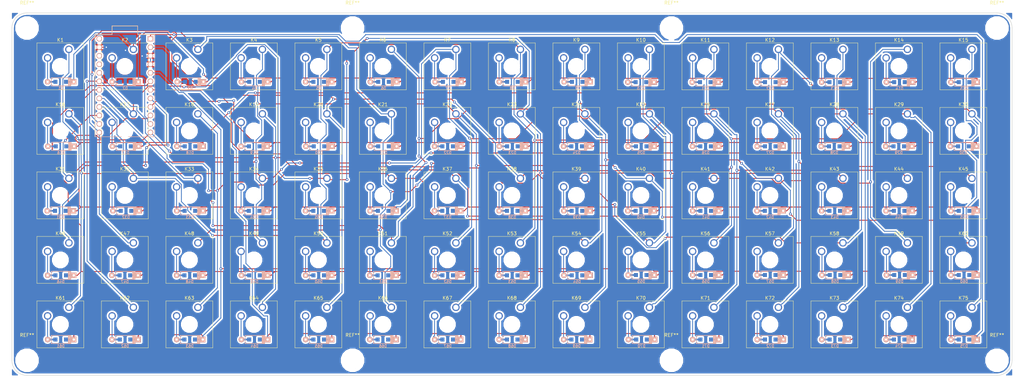
<source format=kicad_pcb>
(kicad_pcb (version 20171130) (host pcbnew "(5.0.1)-3")
  (layers (0 F.Cu signal) (31 B.Cu signal) (34 B.Paste user) (35 F.Paste user) (36 B.SilkS user) (37 F.SilkS user) (38 B.Mask user) (39 F.Mask user) (44 Edge.Cuts user))
  (net 0 "")
  (net 1 "Net-(D1-Pad2)")
  (net 2 "Net-(D1-Pad1)")
  (net 3 "Net-(D2-Pad2)")
  (net 4 "Net-(D3-Pad2)")
  (net 5 "Net-(D4-Pad2)")
  (net 6 "Net-(D5-Pad2)")
  (net 7 "Net-(D6-Pad2)")
  (net 8 "Net-(D7-Pad2)")
  (net 9 "Net-(D8-Pad2)")
  (net 10 "Net-(D9-Pad2)")
  (net 11 "Net-(D10-Pad2)")
  (net 12 "Net-(D10-Pad1)")
  (net 13 "Net-(D11-Pad2)")
  (net 14 "Net-(D12-Pad2)")
  (net 15 "Net-(D13-Pad2)")
  (net 16 "Net-(D14-Pad2)")
  (net 17 "Net-(D15-Pad2)")
  (net 18 "Net-(D16-Pad2)")
  (net 19 "Net-(D17-Pad2)")
  (net 20 "Net-(D18-Pad2)")
  (net 21 "Net-(D19-Pad2)")
  (net 22 "Net-(D19-Pad1)")
  (net 23 "Net-(D20-Pad2)")
  (net 24 "Net-(D21-Pad2)")
  (net 25 "Net-(D22-Pad2)")
  (net 26 "Net-(D23-Pad2)")
  (net 27 "Net-(D24-Pad2)")
  (net 28 "Net-(D25-Pad2)")
  (net 29 "Net-(D26-Pad2)")
  (net 30 "Net-(D27-Pad2)")
  (net 31 "Net-(D28-Pad2)")
  (net 32 "Net-(D28-Pad1)")
  (net 33 "Net-(D29-Pad2)")
  (net 34 "Net-(D30-Pad2)")
  (net 35 "Net-(D31-Pad2)")
  (net 36 "Net-(D32-Pad2)")
  (net 37 "Net-(D33-Pad2)")
  (net 38 "Net-(D34-Pad2)")
  (net 39 "Net-(D35-Pad2)")
  (net 40 "Net-(D36-Pad2)")
  (net 41 "Net-(D37-Pad2)")
  (net 42 "Net-(D37-Pad1)")
  (net 43 "Net-(D38-Pad2)")
  (net 44 "Net-(D39-Pad2)")
  (net 45 "Net-(D40-Pad2)")
  (net 46 "Net-(D41-Pad2)")
  (net 47 "Net-(D42-Pad2)")
  (net 48 "Net-(D43-Pad2)")
  (net 49 "Net-(D44-Pad2)")
  (net 50 "Net-(D45-Pad2)")
  (net 51 "Net-(D46-Pad2)")
  (net 52 "Net-(D46-Pad1)")
  (net 53 "Net-(D47-Pad2)")
  (net 54 "Net-(D48-Pad2)")
  (net 55 "Net-(D49-Pad2)")
  (net 56 "Net-(D50-Pad2)")
  (net 57 "Net-(D51-Pad2)")
  (net 58 "Net-(D52-Pad2)")
  (net 59 "Net-(D53-Pad2)")
  (net 60 "Net-(D54-Pad2)")
  (net 61 "Net-(D55-Pad2)")
  (net 62 "Net-(D55-Pad1)")
  (net 63 "Net-(D56-Pad2)")
  (net 64 "Net-(D57-Pad2)")
  (net 65 "Net-(D58-Pad2)")
  (net 66 "Net-(D59-Pad2)")
  (net 67 "Net-(D60-Pad2)")
  (net 68 "Net-(D61-Pad2)")
  (net 69 "Net-(D62-Pad2)")
  (net 70 "Net-(D63-Pad2)")
  (net 71 "Net-(D64-Pad2)")
  (net 72 "Net-(D64-Pad1)")
  (net 73 "Net-(D65-Pad2)")
  (net 74 "Net-(D66-Pad2)")
  (net 75 "Net-(D67-Pad2)")
  (net 76 "Net-(D68-Pad2)")
  (net 77 "Net-(D69-Pad2)")
  (net 78 "Net-(D70-Pad2)")
  (net 79 "Net-(D71-Pad2)")
  (net 80 "Net-(D72-Pad2)")
  (net 81 "Net-(D73-Pad2)")
  (net 82 "Net-(D73-Pad1)")
  (net 83 "Net-(D74-Pad2)")
  (net 84 "Net-(D75-Pad2)")
  (net 85 "Net-(K1-Pad1)")
  (net 86 "Net-(K11-Pad1)")
  (net 87 "Net-(K12-Pad1)")
  (net 88 "Net-(K13-Pad1)")
  (net 89 "Net-(K14-Pad1)")
  (net 90 "Net-(K15-Pad1)")
  (net 91 "Net-(K16-Pad1)")
  (net 92 "Net-(K17-Pad1)")
  (net 93 "Net-(K18-Pad1)")
  (net 94 GND)
  (net 95 VCC)
  (net 96 "Net-(U1-Pad22)")
  (net 97 "Net-(U1-Pad24)")
  (module MountingHole:MountingHole_6.5mm (layer F.Cu) (at 57.9375 127.96875)
    (fp_text reference REF** (at 0 -7.5) (layer F.SilkS))
    (fp_text value MountingHole_6.5mm)
    (pad 1 np_thru_hole circle (at 0 0) (size 6.5 6.5) (drill 6.5) (layers *.Cu *.Mask))
  )
  (module MountingHole:MountingHole_6.5mm (layer F.Cu) (at 154.9375 127.96875)
    (fp_text reference REF** (at 0 -7.5) (layer F.SilkS))
    (fp_text value MountingHole_6.5mm)
    (pad 1 np_thru_hole circle (at 0 0) (size 6.5 6.5) (drill 6.5) (layers *.Cu *.Mask))
  )
  (module MountingHole:MountingHole_6.5mm (layer F.Cu) (at 249.9375 127.96875)
    (fp_text reference REF** (at 0 -7.5) (layer F.SilkS))
    (fp_text value MountingHole_6.5mm)
    (pad 1 np_thru_hole circle (at 0 0) (size 6.5 6.5) (drill 6.5) (layers *.Cu *.Mask))
  )
  (module MountingHole:MountingHole_6.5mm (layer F.Cu) (at 346.9375 127.96875)
    (fp_text reference REF** (at 0 -7.5) (layer F.SilkS))
    (fp_text value MountingHole_6.5mm)
    (pad 1 np_thru_hole circle (at 0 0) (size 6.5 6.5) (drill 6.5) (layers *.Cu *.Mask))
  )
  (module MountingHole:MountingHole_6.5mm (layer F.Cu) (at 346.9375 226.96875)
    (fp_text reference REF** (at 0 -7.5) (layer F.SilkS))
    (fp_text value MountingHole_6.5mm)
    (pad 1 np_thru_hole circle (at 0 0) (size 6.5 6.5) (drill 6.5) (layers *.Cu *.Mask))
  )
  (module MountingHole:MountingHole_6.5mm (layer F.Cu) (at 249.9375 226.96875)
    (fp_text reference REF** (at 0 -7.5) (layer F.SilkS))
    (fp_text value MountingHole_6.5mm)
    (pad 1 np_thru_hole circle (at 0 0) (size 6.5 6.5) (drill 6.5) (layers *.Cu *.Mask))
  )
  (module MountingHole:MountingHole_6.5mm (layer F.Cu) (at 154.9375 226.96875)
    (fp_text reference REF** (at 0 -7.5) (layer F.SilkS))
    (fp_text value MountingHole_6.5mm)
    (pad 1 np_thru_hole circle (at 0 0) (size 6.5 6.5) (drill 6.5) (layers *.Cu *.Mask))
  )
  (module MountingHole:MountingHole_6.5mm (layer F.Cu) (at 57.9375 226.96875)
    (fp_text reference REF** (at 0 -7.5) (layer F.SilkS))
    (fp_text value MountingHole_6.5mm)
    (pad 1 np_thru_hole circle (at 0 0) (size 6.5 6.5) (drill 6.5) (layers *.Cu *.Mask))
  )
  (module keyboard_parts:D_SOD123_axial (layer B.Cu) (at 125.5875 182.4375 180)
    (fp_text reference D34 (at 0 -1.925 180) (layer B.SilkS) (effects (font (size 0.8 0.8)) (justify mirror)))
    (fp_text value D hide)
    (pad 2 smd rect (at 2.7 0 180) (size 2.5 0.5) (layers B.Cu) (net 38 "Net-(D34-Pad2)"))
    (pad 1 smd rect (at -2.7 0 180) (size 2.5 0.5) (layers B.Cu) (net 32 "Net-(D28-Pad1)"))
    (pad 2 thru_hole circle (at 3.9 0 180) (size 1.6 1.6) (drill 0.7) (layers *.Cu *.Mask B.SilkS) (net 38 "Net-(D34-Pad2)"))
    (pad 1 thru_hole rect (at -3.9 0 180) (size 1.6 1.6) (drill 0.7) (layers *.Cu *.Mask B.SilkS) (net 32 "Net-(D28-Pad1)"))
    (pad 1 smd rect (at -1.575 0 180) (size 1.2 1.2) (layers B.Cu B.Paste B.Mask) (net 32 "Net-(D28-Pad1)"))
    (pad 2 smd rect (at 1.575 0 180) (size 1.2 1.2) (layers B.Cu B.Paste B.Mask) (net 38 "Net-(D34-Pad2)"))
  )
  (module Button_Switch_Keyboard:SW_Cherry_MX1A_1.00u_Plate (layer F.Cu) (at 70.415 153.545)
    (fp_text reference K16 (at -2.54 -2.794) (layer F.SilkS))
    (fp_text value KEYSW)
    (pad "" np_thru_hole circle (at -2.54 5.08) (size 4 4) (drill 4) (layers *.Cu *.Mask))
    (pad 2 thru_hole circle (at -6.35 2.54) (size 2.2 2.2) (drill 1.5) (layers *.Cu *.Mask) (net 18 "Net-(D16-Pad2)"))
    (pad 1 thru_hole circle (at 0 0) (size 2.2 2.2) (drill 1.5) (layers *.Cu *.Mask) (net 91 "Net-(K16-Pad1)"))
  )
  (module Button_Switch_Keyboard:SW_Cherry_MX1A_1.00u_Plate (layer F.Cu) (at 147.29 153.545)
    (fp_text reference K20 (at -2.54 -2.794) (layer F.SilkS))
    (fp_text value KEYSW)
    (pad 1 thru_hole circle (at 0 0) (size 2.2 2.2) (drill 1.5) (layers *.Cu *.Mask) (net 86 "Net-(K11-Pad1)"))
    (pad 2 thru_hole circle (at -6.35 2.54) (size 2.2 2.2) (drill 1.5) (layers *.Cu *.Mask) (net 23 "Net-(D20-Pad2)"))
    (pad "" np_thru_hole circle (at -2.54 5.08) (size 4 4) (drill 4) (layers *.Cu *.Mask))
  )
  (module Button_Switch_Keyboard:SW_Cherry_MX1A_1.00u_Plate (layer F.Cu) (at 147.29 172.76375)
    (fp_text reference K35 (at -2.54 -2.794) (layer F.SilkS))
    (fp_text value KEYSW)
    (pad "" np_thru_hole circle (at -2.54 5.08) (size 4 4) (drill 4) (layers *.Cu *.Mask))
    (pad 2 thru_hole circle (at -6.35 2.54) (size 2.2 2.2) (drill 1.5) (layers *.Cu *.Mask) (net 39 "Net-(D35-Pad2)"))
    (pad 1 thru_hole circle (at 0 0) (size 2.2 2.2) (drill 1.5) (layers *.Cu *.Mask) (net 92 "Net-(K17-Pad1)"))
  )
  (module promicro:ProMicro (layer B.Cu) (at 87.09375 145.125 270)
    (fp_text reference U1 hide)
    (fp_text value ProMicro)
    (pad 1 thru_hole rect (at -13.97 -7.62 270) (size 1.6 1.6) (drill 1.1) (layers *.Cu *.Mask B.SilkS) (net 82 "Net-(D73-Pad1)"))
    (pad 2 thru_hole circle (at -11.43 -7.62 270) (size 1.6 1.6) (drill 1.1) (layers *.Cu *.Mask B.SilkS) (net 72 "Net-(D64-Pad1)"))
    (pad 3 thru_hole circle (at -8.89 -7.62 270) (size 1.6 1.6) (drill 1.1) (layers *.Cu *.Mask B.SilkS) (net 94 GND))
    (pad 4 thru_hole circle (at -6.35 -7.62 270) (size 1.6 1.6) (drill 1.1) (layers *.Cu *.Mask B.SilkS) (net 94 GND))
    (pad 5 thru_hole circle (at -3.81 -7.62 270) (size 1.6 1.6) (drill 1.1) (layers *.Cu *.Mask B.SilkS) (net 62 "Net-(D55-Pad1)"))
    (pad 6 thru_hole circle (at -1.27 -7.62 270) (size 1.6 1.6) (drill 1.1) (layers *.Cu *.Mask B.SilkS) (net 52 "Net-(D46-Pad1)"))
    (pad 7 thru_hole circle (at 1.27 -7.62 270) (size 1.6 1.6) (drill 1.1) (layers *.Cu *.Mask B.SilkS) (net 42 "Net-(D37-Pad1)"))
    (pad 8 thru_hole circle (at 3.81 -7.62 270) (size 1.6 1.6) (drill 1.1) (layers *.Cu *.Mask B.SilkS) (net 32 "Net-(D28-Pad1)"))
    (pad 9 thru_hole circle (at 6.35 -7.62 270) (size 1.6 1.6) (drill 1.1) (layers *.Cu *.Mask B.SilkS) (net 22 "Net-(D19-Pad1)"))
    (pad 10 thru_hole circle (at 8.89 -7.62 270) (size 1.6 1.6) (drill 1.1) (layers *.Cu *.Mask B.SilkS) (net 12 "Net-(D10-Pad1)"))
    (pad 11 thru_hole circle (at 11.43 -7.62 270) (size 1.6 1.6) (drill 1.1) (layers *.Cu *.Mask B.SilkS) (net 2 "Net-(D1-Pad1)"))
    (pad 12 thru_hole circle (at 13.97 -7.62 270) (size 1.6 1.6) (drill 1.1) (layers *.Cu *.Mask B.SilkS) (net 85 "Net-(K1-Pad1)"))
    (pad 13 thru_hole circle (at 13.97 7.62 270) (size 1.6 1.6) (drill 1.1) (layers *.Cu *.Mask B.SilkS) (net 86 "Net-(K11-Pad1)"))
    (pad 14 thru_hole circle (at 11.43 7.62 270) (size 1.6 1.6) (drill 1.1) (layers *.Cu *.Mask B.SilkS) (net 87 "Net-(K12-Pad1)"))
    (pad 15 thru_hole circle (at 8.89 7.62 270) (size 1.6 1.6) (drill 1.1) (layers *.Cu *.Mask B.SilkS) (net 88 "Net-(K13-Pad1)"))
    (pad 16 thru_hole circle (at 6.35 7.62 270) (size 1.6 1.6) (drill 1.1) (layers *.Cu *.Mask B.SilkS) (net 89 "Net-(K14-Pad1)"))
    (pad 17 thru_hole circle (at 3.81 7.62 270) (size 1.6 1.6) (drill 1.1) (layers *.Cu *.Mask B.SilkS) (net 90 "Net-(K15-Pad1)"))
    (pad 18 thru_hole circle (at 1.27 7.62 270) (size 1.6 1.6) (drill 1.1) (layers *.Cu *.Mask B.SilkS) (net 91 "Net-(K16-Pad1)"))
    (pad 19 thru_hole circle (at -1.27 7.62 270) (size 1.6 1.6) (drill 1.1) (layers *.Cu *.Mask B.SilkS) (net 92 "Net-(K17-Pad1)"))
    (pad 20 thru_hole circle (at -3.81 7.62 270) (size 1.6 1.6) (drill 1.1) (layers *.Cu *.Mask B.SilkS) (net 93 "Net-(K18-Pad1)"))
    (pad 21 thru_hole circle (at -6.35 7.62 270) (size 1.6 1.6) (drill 1.1) (layers *.Cu *.Mask B.SilkS) (net 95 VCC))
    (pad 22 thru_hole circle (at -8.89 7.62 270) (size 1.6 1.6) (drill 1.1) (layers *.Cu *.Mask B.SilkS) (net 96 "Net-(U1-Pad22)"))
    (pad 23 thru_hole circle (at -11.43 7.62 270) (size 1.6 1.6) (drill 1.1) (layers *.Cu *.Mask B.SilkS) (net 94 GND))
    (pad 24 thru_hole circle (at -13.97 7.62 270) (size 1.6 1.6) (drill 1.1) (layers *.Cu *.Mask B.SilkS) (net 97 "Net-(U1-Pad24)"))
  )
  (module keyboard_parts:D_SOD123_axial (layer B.Cu) (at 67.96875 144 180)
    (fp_text reference D1 (at 0 -1.925 180) (layer B.SilkS) (effects (font (size 0.8 0.8)) (justify mirror)))
    (fp_text value D hide)
    (pad 2 smd rect (at 2.7 0 180) (size 2.5 0.5) (layers B.Cu) (net 1 "Net-(D1-Pad2)"))
    (pad 1 smd rect (at -2.7 0 180) (size 2.5 0.5) (layers B.Cu) (net 2 "Net-(D1-Pad1)"))
    (pad 2 thru_hole circle (at 3.9 0 180) (size 1.6 1.6) (drill 0.7) (layers *.Cu *.Mask B.SilkS) (net 1 "Net-(D1-Pad2)"))
    (pad 1 thru_hole rect (at -3.9 0 180) (size 1.6 1.6) (drill 0.7) (layers *.Cu *.Mask B.SilkS) (net 2 "Net-(D1-Pad1)"))
    (pad 1 smd rect (at -1.575 0 180) (size 1.2 1.2) (layers B.Cu B.Paste B.Mask) (net 2 "Net-(D1-Pad1)"))
    (pad 2 smd rect (at 1.575 0 180) (size 1.2 1.2) (layers B.Cu B.Paste B.Mask) (net 1 "Net-(D1-Pad2)"))
  )
  (module keyboard_parts:D_SOD123_axial (layer B.Cu) (at 87.20625 144 180)
    (fp_text reference D2 (at 0 -1.925 180) (layer B.SilkS) (effects (font (size 0.8 0.8)) (justify mirror)))
    (fp_text value D hide)
    (pad 2 smd rect (at 1.575 0 180) (size 1.2 1.2) (layers B.Cu B.Paste B.Mask) (net 3 "Net-(D2-Pad2)"))
    (pad 1 smd rect (at -1.575 0 180) (size 1.2 1.2) (layers B.Cu B.Paste B.Mask) (net 2 "Net-(D1-Pad1)"))
    (pad 1 thru_hole rect (at -3.9 0 180) (size 1.6 1.6) (drill 0.7) (layers *.Cu *.Mask B.SilkS) (net 2 "Net-(D1-Pad1)"))
    (pad 2 thru_hole circle (at 3.9 0 180) (size 1.6 1.6) (drill 0.7) (layers *.Cu *.Mask B.SilkS) (net 3 "Net-(D2-Pad2)"))
    (pad 1 smd rect (at -2.7 0 180) (size 2.5 0.5) (layers B.Cu) (net 2 "Net-(D1-Pad1)"))
    (pad 2 smd rect (at 2.7 0 180) (size 2.5 0.5) (layers B.Cu) (net 3 "Net-(D2-Pad2)"))
  )
  (module keyboard_parts:D_SOD123_axial (layer B.Cu) (at 106.59375 144 180)
    (fp_text reference D3 (at 0 -1.925 180) (layer B.SilkS) (effects (font (size 0.8 0.8)) (justify mirror)))
    (fp_text value D hide)
    (pad 2 smd rect (at 1.575 0 180) (size 1.2 1.2) (layers B.Cu B.Paste B.Mask) (net 4 "Net-(D3-Pad2)"))
    (pad 1 smd rect (at -1.575 0 180) (size 1.2 1.2) (layers B.Cu B.Paste B.Mask) (net 2 "Net-(D1-Pad1)"))
    (pad 1 thru_hole rect (at -3.9 0 180) (size 1.6 1.6) (drill 0.7) (layers *.Cu *.Mask B.SilkS) (net 2 "Net-(D1-Pad1)"))
    (pad 2 thru_hole circle (at 3.9 0 180) (size 1.6 1.6) (drill 0.7) (layers *.Cu *.Mask B.SilkS) (net 4 "Net-(D3-Pad2)"))
    (pad 1 smd rect (at -2.7 0 180) (size 2.5 0.5) (layers B.Cu) (net 2 "Net-(D1-Pad1)"))
    (pad 2 smd rect (at 2.7 0 180) (size 2.5 0.5) (layers B.Cu) (net 4 "Net-(D3-Pad2)"))
  )
  (module keyboard_parts:D_SOD123_axial (layer B.Cu) (at 125.71875 144 180)
    (fp_text reference D4 (at 0 -1.925 180) (layer B.SilkS) (effects (font (size 0.8 0.8)) (justify mirror)))
    (fp_text value D hide)
    (pad 2 smd rect (at 2.7 0 180) (size 2.5 0.5) (layers B.Cu) (net 5 "Net-(D4-Pad2)"))
    (pad 1 smd rect (at -2.7 0 180) (size 2.5 0.5) (layers B.Cu) (net 2 "Net-(D1-Pad1)"))
    (pad 2 thru_hole circle (at 3.9 0 180) (size 1.6 1.6) (drill 0.7) (layers *.Cu *.Mask B.SilkS) (net 5 "Net-(D4-Pad2)"))
    (pad 1 thru_hole rect (at -3.9 0 180) (size 1.6 1.6) (drill 0.7) (layers *.Cu *.Mask B.SilkS) (net 2 "Net-(D1-Pad1)"))
    (pad 1 smd rect (at -1.575 0 180) (size 1.2 1.2) (layers B.Cu B.Paste B.Mask) (net 2 "Net-(D1-Pad1)"))
    (pad 2 smd rect (at 1.575 0 180) (size 1.2 1.2) (layers B.Cu B.Paste B.Mask) (net 5 "Net-(D4-Pad2)"))
  )
  (module keyboard_parts:D_SOD123_axial (layer B.Cu) (at 144.84375 144 180)
    (fp_text reference D5 (at 0 -1.925 180) (layer B.SilkS) (effects (font (size 0.8 0.8)) (justify mirror)))
    (fp_text value D hide)
    (pad 2 smd rect (at 1.575 0 180) (size 1.2 1.2) (layers B.Cu B.Paste B.Mask) (net 6 "Net-(D5-Pad2)"))
    (pad 1 smd rect (at -1.575 0 180) (size 1.2 1.2) (layers B.Cu B.Paste B.Mask) (net 2 "Net-(D1-Pad1)"))
    (pad 1 thru_hole rect (at -3.9 0 180) (size 1.6 1.6) (drill 0.7) (layers *.Cu *.Mask B.SilkS) (net 2 "Net-(D1-Pad1)"))
    (pad 2 thru_hole circle (at 3.9 0 180) (size 1.6 1.6) (drill 0.7) (layers *.Cu *.Mask B.SilkS) (net 6 "Net-(D5-Pad2)"))
    (pad 1 smd rect (at -2.7 0 180) (size 2.5 0.5) (layers B.Cu) (net 2 "Net-(D1-Pad1)"))
    (pad 2 smd rect (at 2.7 0 180) (size 2.5 0.5) (layers B.Cu) (net 6 "Net-(D5-Pad2)"))
  )
  (module keyboard_parts:D_SOD123_axial (layer B.Cu) (at 164.15625 144 180)
    (fp_text reference D6 (at 0 -1.925 180) (layer B.SilkS) (effects (font (size 0.8 0.8)) (justify mirror)))
    (fp_text value D hide)
    (pad 2 smd rect (at 2.7 0 180) (size 2.5 0.5) (layers B.Cu) (net 7 "Net-(D6-Pad2)"))
    (pad 1 smd rect (at -2.7 0 180) (size 2.5 0.5) (layers B.Cu) (net 2 "Net-(D1-Pad1)"))
    (pad 2 thru_hole circle (at 3.9 0 180) (size 1.6 1.6) (drill 0.7) (layers *.Cu *.Mask B.SilkS) (net 7 "Net-(D6-Pad2)"))
    (pad 1 thru_hole rect (at -3.9 0 180) (size 1.6 1.6) (drill 0.7) (layers *.Cu *.Mask B.SilkS) (net 2 "Net-(D1-Pad1)"))
    (pad 1 smd rect (at -1.575 0 180) (size 1.2 1.2) (layers B.Cu B.Paste B.Mask) (net 2 "Net-(D1-Pad1)"))
    (pad 2 smd rect (at 1.575 0 180) (size 1.2 1.2) (layers B.Cu B.Paste B.Mask) (net 7 "Net-(D6-Pad2)"))
  )
  (module keyboard_parts:D_SOD123_axial (layer B.Cu) (at 183.43125 144 180)
    (fp_text reference D7 (at 0 -1.925 180) (layer B.SilkS) (effects (font (size 0.8 0.8)) (justify mirror)))
    (fp_text value D hide)
    (pad 2 smd rect (at 1.575 0 180) (size 1.2 1.2) (layers B.Cu B.Paste B.Mask) (net 8 "Net-(D7-Pad2)"))
    (pad 1 smd rect (at -1.575 0 180) (size 1.2 1.2) (layers B.Cu B.Paste B.Mask) (net 2 "Net-(D1-Pad1)"))
    (pad 1 thru_hole rect (at -3.9 0 180) (size 1.6 1.6) (drill 0.7) (layers *.Cu *.Mask B.SilkS) (net 2 "Net-(D1-Pad1)"))
    (pad 2 thru_hole circle (at 3.9 0 180) (size 1.6 1.6) (drill 0.7) (layers *.Cu *.Mask B.SilkS) (net 8 "Net-(D7-Pad2)"))
    (pad 1 smd rect (at -2.7 0 180) (size 2.5 0.5) (layers B.Cu) (net 2 "Net-(D1-Pad1)"))
    (pad 2 smd rect (at 2.7 0 180) (size 2.5 0.5) (layers B.Cu) (net 8 "Net-(D7-Pad2)"))
  )
  (module keyboard_parts:D_SOD123_axial (layer B.Cu) (at 202.55625 144 180)
    (fp_text reference D8 (at 0 -1.925 180) (layer B.SilkS) (effects (font (size 0.8 0.8)) (justify mirror)))
    (fp_text value D hide)
    (pad 2 smd rect (at 2.7 0 180) (size 2.5 0.5) (layers B.Cu) (net 9 "Net-(D8-Pad2)"))
    (pad 1 smd rect (at -2.7 0 180) (size 2.5 0.5) (layers B.Cu) (net 2 "Net-(D1-Pad1)"))
    (pad 2 thru_hole circle (at 3.9 0 180) (size 1.6 1.6) (drill 0.7) (layers *.Cu *.Mask B.SilkS) (net 9 "Net-(D8-Pad2)"))
    (pad 1 thru_hole rect (at -3.9 0 180) (size 1.6 1.6) (drill 0.7) (layers *.Cu *.Mask B.SilkS) (net 2 "Net-(D1-Pad1)"))
    (pad 1 smd rect (at -1.575 0 180) (size 1.2 1.2) (layers B.Cu B.Paste B.Mask) (net 2 "Net-(D1-Pad1)"))
    (pad 2 smd rect (at 1.575 0 180) (size 1.2 1.2) (layers B.Cu B.Paste B.Mask) (net 9 "Net-(D8-Pad2)"))
  )
  (module keyboard_parts:D_SOD123_axial (layer B.Cu) (at 221.86875 144 180)
    (fp_text reference D9 (at -0.24375 -1.875 180) (layer B.SilkS) (effects (font (size 0.8 0.8)) (justify mirror)))
    (fp_text value D hide)
    (pad 2 smd rect (at 1.575 0 180) (size 1.2 1.2) (layers B.Cu B.Paste B.Mask) (net 10 "Net-(D9-Pad2)"))
    (pad 1 smd rect (at -1.575 0 180) (size 1.2 1.2) (layers B.Cu B.Paste B.Mask) (net 2 "Net-(D1-Pad1)"))
    (pad 1 thru_hole rect (at -3.9 0 180) (size 1.6 1.6) (drill 0.7) (layers *.Cu *.Mask B.SilkS) (net 2 "Net-(D1-Pad1)"))
    (pad 2 thru_hole circle (at 3.9 0 180) (size 1.6 1.6) (drill 0.7) (layers *.Cu *.Mask B.SilkS) (net 10 "Net-(D9-Pad2)"))
    (pad 1 smd rect (at -2.7 0 180) (size 2.5 0.5) (layers B.Cu) (net 2 "Net-(D1-Pad1)"))
    (pad 2 smd rect (at 2.7 0 180) (size 2.5 0.5) (layers B.Cu) (net 10 "Net-(D9-Pad2)"))
  )
  (module keyboard_parts:D_SOD123_axial (layer B.Cu) (at 240.84375 144.09375 180)
    (fp_text reference D10 (at 0 -1.925 180) (layer B.SilkS) (effects (font (size 0.8 0.8)) (justify mirror)))
    (fp_text value D hide)
    (pad 2 smd rect (at 2.7 0 180) (size 2.5 0.5) (layers B.Cu) (net 11 "Net-(D10-Pad2)"))
    (pad 1 smd rect (at -2.7 0 180) (size 2.5 0.5) (layers B.Cu) (net 12 "Net-(D10-Pad1)"))
    (pad 2 thru_hole circle (at 3.9 0 180) (size 1.6 1.6) (drill 0.7) (layers *.Cu *.Mask B.SilkS) (net 11 "Net-(D10-Pad2)"))
    (pad 1 thru_hole rect (at -3.9 0 180) (size 1.6 1.6) (drill 0.7) (layers *.Cu *.Mask B.SilkS) (net 12 "Net-(D10-Pad1)"))
    (pad 1 smd rect (at -1.575 0 180) (size 1.2 1.2) (layers B.Cu B.Paste B.Mask) (net 12 "Net-(D10-Pad1)"))
    (pad 2 smd rect (at 1.575 0 180) (size 1.2 1.2) (layers B.Cu B.Paste B.Mask) (net 11 "Net-(D10-Pad2)"))
  )
  (module keyboard_parts:D_SOD123_axial (layer B.Cu) (at 260.025 144.09375 180)
    (fp_text reference D11 (at 0 -1.925 180) (layer B.SilkS) (effects (font (size 0.8 0.8)) (justify mirror)))
    (fp_text value D hide)
    (pad 2 smd rect (at 1.575 0 180) (size 1.2 1.2) (layers B.Cu B.Paste B.Mask) (net 13 "Net-(D11-Pad2)"))
    (pad 1 smd rect (at -1.575 0 180) (size 1.2 1.2) (layers B.Cu B.Paste B.Mask) (net 12 "Net-(D10-Pad1)"))
    (pad 1 thru_hole rect (at -3.9 0 180) (size 1.6 1.6) (drill 0.7) (layers *.Cu *.Mask B.SilkS) (net 12 "Net-(D10-Pad1)"))
    (pad 2 thru_hole circle (at 3.9 0 180) (size 1.6 1.6) (drill 0.7) (layers *.Cu *.Mask B.SilkS) (net 13 "Net-(D11-Pad2)"))
    (pad 1 smd rect (at -2.7 0 180) (size 2.5 0.5) (layers B.Cu) (net 12 "Net-(D10-Pad1)"))
    (pad 2 smd rect (at 2.7 0 180) (size 2.5 0.5) (layers B.Cu) (net 13 "Net-(D11-Pad2)"))
  )
  (module keyboard_parts:D_SOD123_axial (layer B.Cu) (at 279.39375 144.09375 180)
    (fp_text reference D12 (at 0 -1.925 180) (layer B.SilkS) (effects (font (size 0.8 0.8)) (justify mirror)))
    (fp_text value D hide)
    (pad 2 smd rect (at 2.7 0 180) (size 2.5 0.5) (layers B.Cu) (net 14 "Net-(D12-Pad2)"))
    (pad 1 smd rect (at -2.7 0 180) (size 2.5 0.5) (layers B.Cu) (net 12 "Net-(D10-Pad1)"))
    (pad 2 thru_hole circle (at 3.9 0 180) (size 1.6 1.6) (drill 0.7) (layers *.Cu *.Mask B.SilkS) (net 14 "Net-(D12-Pad2)"))
    (pad 1 thru_hole rect (at -3.9 0 180) (size 1.6 1.6) (drill 0.7) (layers *.Cu *.Mask B.SilkS) (net 12 "Net-(D10-Pad1)"))
    (pad 1 smd rect (at -1.575 0 180) (size 1.2 1.2) (layers B.Cu B.Paste B.Mask) (net 12 "Net-(D10-Pad1)"))
    (pad 2 smd rect (at 1.575 0 180) (size 1.2 1.2) (layers B.Cu B.Paste B.Mask) (net 14 "Net-(D12-Pad2)"))
  )
  (module keyboard_parts:D_SOD123_axial (layer B.Cu) (at 298.59375 144.09375 180)
    (fp_text reference D13 (at 0 -1.925 180) (layer B.SilkS) (effects (font (size 0.8 0.8)) (justify mirror)))
    (fp_text value D hide)
    (pad 2 smd rect (at 1.575 0 180) (size 1.2 1.2) (layers B.Cu B.Paste B.Mask) (net 15 "Net-(D13-Pad2)"))
    (pad 1 smd rect (at -1.575 0 180) (size 1.2 1.2) (layers B.Cu B.Paste B.Mask) (net 12 "Net-(D10-Pad1)"))
    (pad 1 thru_hole rect (at -3.9 0 180) (size 1.6 1.6) (drill 0.7) (layers *.Cu *.Mask B.SilkS) (net 12 "Net-(D10-Pad1)"))
    (pad 2 thru_hole circle (at 3.9 0 180) (size 1.6 1.6) (drill 0.7) (layers *.Cu *.Mask B.SilkS) (net 15 "Net-(D13-Pad2)"))
    (pad 1 smd rect (at -2.7 0 180) (size 2.5 0.5) (layers B.Cu) (net 12 "Net-(D10-Pad1)"))
    (pad 2 smd rect (at 2.7 0 180) (size 2.5 0.5) (layers B.Cu) (net 15 "Net-(D13-Pad2)"))
  )
  (module keyboard_parts:D_SOD123_axial (layer B.Cu) (at 317.8875 144.09375 180)
    (fp_text reference D14 (at 0 -1.925 180) (layer B.SilkS) (effects (font (size 0.8 0.8)) (justify mirror)))
    (fp_text value D hide)
    (pad 2 smd rect (at 2.7 0 180) (size 2.5 0.5) (layers B.Cu) (net 16 "Net-(D14-Pad2)"))
    (pad 1 smd rect (at -2.7 0 180) (size 2.5 0.5) (layers B.Cu) (net 12 "Net-(D10-Pad1)"))
    (pad 2 thru_hole circle (at 3.9 0 180) (size 1.6 1.6) (drill 0.7) (layers *.Cu *.Mask B.SilkS) (net 16 "Net-(D14-Pad2)"))
    (pad 1 thru_hole rect (at -3.9 0 180) (size 1.6 1.6) (drill 0.7) (layers *.Cu *.Mask B.SilkS) (net 12 "Net-(D10-Pad1)"))
    (pad 1 smd rect (at -1.575 0 180) (size 1.2 1.2) (layers B.Cu B.Paste B.Mask) (net 12 "Net-(D10-Pad1)"))
    (pad 2 smd rect (at 1.575 0 180) (size 1.2 1.2) (layers B.Cu B.Paste B.Mask) (net 16 "Net-(D14-Pad2)"))
  )
  (module keyboard_parts:D_SOD123_axial (layer B.Cu) (at 337.125 144.09375 180)
    (fp_text reference D15 (at 0 -1.925 180) (layer B.SilkS) (effects (font (size 0.8 0.8)) (justify mirror)))
    (fp_text value D hide)
    (pad 2 smd rect (at 1.575 0 180) (size 1.2 1.2) (layers B.Cu B.Paste B.Mask) (net 17 "Net-(D15-Pad2)"))
    (pad 1 smd rect (at -1.575 0 180) (size 1.2 1.2) (layers B.Cu B.Paste B.Mask) (net 12 "Net-(D10-Pad1)"))
    (pad 1 thru_hole rect (at -3.9 0 180) (size 1.6 1.6) (drill 0.7) (layers *.Cu *.Mask B.SilkS) (net 12 "Net-(D10-Pad1)"))
    (pad 2 thru_hole circle (at 3.9 0 180) (size 1.6 1.6) (drill 0.7) (layers *.Cu *.Mask B.SilkS) (net 17 "Net-(D15-Pad2)"))
    (pad 1 smd rect (at -2.7 0 180) (size 2.5 0.5) (layers B.Cu) (net 12 "Net-(D10-Pad1)"))
    (pad 2 smd rect (at 2.7 0 180) (size 2.5 0.5) (layers B.Cu) (net 17 "Net-(D15-Pad2)"))
  )
  (module keyboard_parts:D_SOD123_axial (layer B.Cu) (at 68.0625 163.21875 180)
    (fp_text reference D16 (at 0 -1.925 180) (layer B.SilkS) (effects (font (size 0.8 0.8)) (justify mirror)))
    (fp_text value D hide)
    (pad 2 smd rect (at 2.7 0 180) (size 2.5 0.5) (layers B.Cu) (net 18 "Net-(D16-Pad2)"))
    (pad 1 smd rect (at -2.7 0 180) (size 2.5 0.5) (layers B.Cu) (net 12 "Net-(D10-Pad1)"))
    (pad 2 thru_hole circle (at 3.9 0 180) (size 1.6 1.6) (drill 0.7) (layers *.Cu *.Mask B.SilkS) (net 18 "Net-(D16-Pad2)"))
    (pad 1 thru_hole rect (at -3.9 0 180) (size 1.6 1.6) (drill 0.7) (layers *.Cu *.Mask B.SilkS) (net 12 "Net-(D10-Pad1)"))
    (pad 1 smd rect (at -1.575 0 180) (size 1.2 1.2) (layers B.Cu B.Paste B.Mask) (net 12 "Net-(D10-Pad1)"))
    (pad 2 smd rect (at 1.575 0 180) (size 1.2 1.2) (layers B.Cu B.Paste B.Mask) (net 18 "Net-(D16-Pad2)"))
  )
  (module keyboard_parts:D_SOD123_axial (layer B.Cu) (at 87.28125 163.21875 180)
    (fp_text reference D17 (at 0 -1.925 180) (layer B.SilkS) (effects (font (size 0.8 0.8)) (justify mirror)))
    (fp_text value D hide)
    (pad 2 smd rect (at 1.575 0 180) (size 1.2 1.2) (layers B.Cu B.Paste B.Mask) (net 19 "Net-(D17-Pad2)"))
    (pad 1 smd rect (at -1.575 0 180) (size 1.2 1.2) (layers B.Cu B.Paste B.Mask) (net 12 "Net-(D10-Pad1)"))
    (pad 1 thru_hole rect (at -3.9 0 180) (size 1.6 1.6) (drill 0.7) (layers *.Cu *.Mask B.SilkS) (net 12 "Net-(D10-Pad1)"))
    (pad 2 thru_hole circle (at 3.9 0 180) (size 1.6 1.6) (drill 0.7) (layers *.Cu *.Mask B.SilkS) (net 19 "Net-(D17-Pad2)"))
    (pad 1 smd rect (at -2.7 0 180) (size 2.5 0.5) (layers B.Cu) (net 12 "Net-(D10-Pad1)"))
    (pad 2 smd rect (at 2.7 0 180) (size 2.5 0.5) (layers B.Cu) (net 19 "Net-(D17-Pad2)"))
  )
  (module keyboard_parts:D_SOD123_axial (layer B.Cu) (at 106.5 163.21875 180)
    (fp_text reference D18 (at 0 -1.925 180) (layer B.SilkS) (effects (font (size 0.8 0.8)) (justify mirror)))
    (fp_text value D hide)
    (pad 2 smd rect (at 2.7 0 180) (size 2.5 0.5) (layers B.Cu) (net 20 "Net-(D18-Pad2)"))
    (pad 1 smd rect (at -2.7 0 180) (size 2.5 0.5) (layers B.Cu) (net 12 "Net-(D10-Pad1)"))
    (pad 2 thru_hole circle (at 3.9 0 180) (size 1.6 1.6) (drill 0.7) (layers *.Cu *.Mask B.SilkS) (net 20 "Net-(D18-Pad2)"))
    (pad 1 thru_hole rect (at -3.9 0 180) (size 1.6 1.6) (drill 0.7) (layers *.Cu *.Mask B.SilkS) (net 12 "Net-(D10-Pad1)"))
    (pad 1 smd rect (at -1.575 0 180) (size 1.2 1.2) (layers B.Cu B.Paste B.Mask) (net 12 "Net-(D10-Pad1)"))
    (pad 2 smd rect (at 1.575 0 180) (size 1.2 1.2) (layers B.Cu B.Paste B.Mask) (net 20 "Net-(D18-Pad2)"))
  )
  (module keyboard_parts:D_SOD123_axial (layer B.Cu) (at 125.625 163.21875 180)
    (fp_text reference D19 (at 0 -1.925 180) (layer B.SilkS) (effects (font (size 0.8 0.8)) (justify mirror)))
    (fp_text value D hide)
    (pad 2 smd rect (at 1.575 0 180) (size 1.2 1.2) (layers B.Cu B.Paste B.Mask) (net 21 "Net-(D19-Pad2)"))
    (pad 1 smd rect (at -1.575 0 180) (size 1.2 1.2) (layers B.Cu B.Paste B.Mask) (net 22 "Net-(D19-Pad1)"))
    (pad 1 thru_hole rect (at -3.9 0 180) (size 1.6 1.6) (drill 0.7) (layers *.Cu *.Mask B.SilkS) (net 22 "Net-(D19-Pad1)"))
    (pad 2 thru_hole circle (at 3.9 0 180) (size 1.6 1.6) (drill 0.7) (layers *.Cu *.Mask B.SilkS) (net 21 "Net-(D19-Pad2)"))
    (pad 1 smd rect (at -2.7 0 180) (size 2.5 0.5) (layers B.Cu) (net 22 "Net-(D19-Pad1)"))
    (pad 2 smd rect (at 2.7 0 180) (size 2.5 0.5) (layers B.Cu) (net 21 "Net-(D19-Pad2)"))
  )
  (module keyboard_parts:D_SOD123_axial (layer B.Cu) (at 144.9375 163.21875 180)
    (fp_text reference D20 (at 0 -1.925 180) (layer B.SilkS) (effects (font (size 0.8 0.8)) (justify mirror)))
    (fp_text value D hide)
    (pad 2 smd rect (at 2.7 0 180) (size 2.5 0.5) (layers B.Cu) (net 23 "Net-(D20-Pad2)"))
    (pad 1 smd rect (at -2.7 0 180) (size 2.5 0.5) (layers B.Cu) (net 22 "Net-(D19-Pad1)"))
    (pad 2 thru_hole circle (at 3.9 0 180) (size 1.6 1.6) (drill 0.7) (layers *.Cu *.Mask B.SilkS) (net 23 "Net-(D20-Pad2)"))
    (pad 1 thru_hole rect (at -3.9 0 180) (size 1.6 1.6) (drill 0.7) (layers *.Cu *.Mask B.SilkS) (net 22 "Net-(D19-Pad1)"))
    (pad 1 smd rect (at -1.575 0 180) (size 1.2 1.2) (layers B.Cu B.Paste B.Mask) (net 22 "Net-(D19-Pad1)"))
    (pad 2 smd rect (at 1.575 0 180) (size 1.2 1.2) (layers B.Cu B.Paste B.Mask) (net 23 "Net-(D20-Pad2)"))
  )
  (module keyboard_parts:D_SOD123_axial (layer B.Cu) (at 164.15625 163.21875 180)
    (fp_text reference D21 (at 0 -1.925 180) (layer B.SilkS) (effects (font (size 0.8 0.8)) (justify mirror)))
    (fp_text value D hide)
    (pad 2 smd rect (at 1.575 0 180) (size 1.2 1.2) (layers B.Cu B.Paste B.Mask) (net 24 "Net-(D21-Pad2)"))
    (pad 1 smd rect (at -1.575 0 180) (size 1.2 1.2) (layers B.Cu B.Paste B.Mask) (net 22 "Net-(D19-Pad1)"))
    (pad 1 thru_hole rect (at -3.9 0 180) (size 1.6 1.6) (drill 0.7) (layers *.Cu *.Mask B.SilkS) (net 22 "Net-(D19-Pad1)"))
    (pad 2 thru_hole circle (at 3.9 0 180) (size 1.6 1.6) (drill 0.7) (layers *.Cu *.Mask B.SilkS) (net 24 "Net-(D21-Pad2)"))
    (pad 1 smd rect (at -2.7 0 180) (size 2.5 0.5) (layers B.Cu) (net 22 "Net-(D19-Pad1)"))
    (pad 2 smd rect (at 2.7 0 180) (size 2.5 0.5) (layers B.Cu) (net 24 "Net-(D21-Pad2)"))
  )
  (module keyboard_parts:D_SOD123_axial (layer B.Cu) (at 183.2625 163.21875 180)
    (fp_text reference D22 (at 0 -1.925 180) (layer B.SilkS) (effects (font (size 0.8 0.8)) (justify mirror)))
    (fp_text value D hide)
    (pad 2 smd rect (at 2.7 0 180) (size 2.5 0.5) (layers B.Cu) (net 25 "Net-(D22-Pad2)"))
    (pad 1 smd rect (at -2.7 0 180) (size 2.5 0.5) (layers B.Cu) (net 22 "Net-(D19-Pad1)"))
    (pad 2 thru_hole circle (at 3.9 0 180) (size 1.6 1.6) (drill 0.7) (layers *.Cu *.Mask B.SilkS) (net 25 "Net-(D22-Pad2)"))
    (pad 1 thru_hole rect (at -3.9 0 180) (size 1.6 1.6) (drill 0.7) (layers *.Cu *.Mask B.SilkS) (net 22 "Net-(D19-Pad1)"))
    (pad 1 smd rect (at -1.575 0 180) (size 1.2 1.2) (layers B.Cu B.Paste B.Mask) (net 22 "Net-(D19-Pad1)"))
    (pad 2 smd rect (at 1.575 0 180) (size 1.2 1.2) (layers B.Cu B.Paste B.Mask) (net 25 "Net-(D22-Pad2)"))
  )
  (module keyboard_parts:D_SOD123_axial (layer B.Cu) (at 202.55625 163.21875 180)
    (fp_text reference D23 (at 0 -1.925 180) (layer B.SilkS) (effects (font (size 0.8 0.8)) (justify mirror)))
    (fp_text value D hide)
    (pad 2 smd rect (at 1.575 0 180) (size 1.2 1.2) (layers B.Cu B.Paste B.Mask) (net 26 "Net-(D23-Pad2)"))
    (pad 1 smd rect (at -1.575 0 180) (size 1.2 1.2) (layers B.Cu B.Paste B.Mask) (net 22 "Net-(D19-Pad1)"))
    (pad 1 thru_hole rect (at -3.9 0 180) (size 1.6 1.6) (drill 0.7) (layers *.Cu *.Mask B.SilkS) (net 22 "Net-(D19-Pad1)"))
    (pad 2 thru_hole circle (at 3.9 0 180) (size 1.6 1.6) (drill 0.7) (layers *.Cu *.Mask B.SilkS) (net 26 "Net-(D23-Pad2)"))
    (pad 1 smd rect (at -2.7 0 180) (size 2.5 0.5) (layers B.Cu) (net 22 "Net-(D19-Pad1)"))
    (pad 2 smd rect (at 2.7 0 180) (size 2.5 0.5) (layers B.Cu) (net 26 "Net-(D23-Pad2)"))
  )
  (module keyboard_parts:D_SOD123_axial (layer B.Cu) (at 221.7 163.21875 180)
    (fp_text reference D24 (at 0 -1.925 180) (layer B.SilkS) (effects (font (size 0.8 0.8)) (justify mirror)))
    (fp_text value D hide)
    (pad 2 smd rect (at 2.7 0 180) (size 2.5 0.5) (layers B.Cu) (net 27 "Net-(D24-Pad2)"))
    (pad 1 smd rect (at -2.7 0 180) (size 2.5 0.5) (layers B.Cu) (net 22 "Net-(D19-Pad1)"))
    (pad 2 thru_hole circle (at 3.9 0 180) (size 1.6 1.6) (drill 0.7) (layers *.Cu *.Mask B.SilkS) (net 27 "Net-(D24-Pad2)"))
    (pad 1 thru_hole rect (at -3.9 0 180) (size 1.6 1.6) (drill 0.7) (layers *.Cu *.Mask B.SilkS) (net 22 "Net-(D19-Pad1)"))
    (pad 1 smd rect (at -1.575 0 180) (size 1.2 1.2) (layers B.Cu B.Paste B.Mask) (net 22 "Net-(D19-Pad1)"))
    (pad 2 smd rect (at 1.575 0 180) (size 1.2 1.2) (layers B.Cu B.Paste B.Mask) (net 27 "Net-(D24-Pad2)"))
  )
  (module keyboard_parts:D_SOD123_axial (layer B.Cu) (at 240.9375 163.21875 180)
    (fp_text reference D25 (at 0 -1.925 180) (layer B.SilkS) (effects (font (size 0.8 0.8)) (justify mirror)))
    (fp_text value D hide)
    (pad 2 smd rect (at 1.575 0 180) (size 1.2 1.2) (layers B.Cu B.Paste B.Mask) (net 28 "Net-(D25-Pad2)"))
    (pad 1 smd rect (at -1.575 0 180) (size 1.2 1.2) (layers B.Cu B.Paste B.Mask) (net 22 "Net-(D19-Pad1)"))
    (pad 1 thru_hole rect (at -3.9 0 180) (size 1.6 1.6) (drill 0.7) (layers *.Cu *.Mask B.SilkS) (net 22 "Net-(D19-Pad1)"))
    (pad 2 thru_hole circle (at 3.9 0 180) (size 1.6 1.6) (drill 0.7) (layers *.Cu *.Mask B.SilkS) (net 28 "Net-(D25-Pad2)"))
    (pad 1 smd rect (at -2.7 0 180) (size 2.5 0.5) (layers B.Cu) (net 22 "Net-(D19-Pad1)"))
    (pad 2 smd rect (at 2.7 0 180) (size 2.5 0.5) (layers B.Cu) (net 28 "Net-(D25-Pad2)"))
  )
  (module keyboard_parts:D_SOD123_axial (layer B.Cu) (at 260.11875 163.21875 180)
    (fp_text reference D26 (at 0 -1.925 180) (layer B.SilkS) (effects (font (size 0.8 0.8)) (justify mirror)))
    (fp_text value D hide)
    (pad 2 smd rect (at 1.575 0 180) (size 1.2 1.2) (layers B.Cu B.Paste B.Mask) (net 29 "Net-(D26-Pad2)"))
    (pad 1 smd rect (at -1.575 0 180) (size 1.2 1.2) (layers B.Cu B.Paste B.Mask) (net 22 "Net-(D19-Pad1)"))
    (pad 1 thru_hole rect (at -3.9 0 180) (size 1.6 1.6) (drill 0.7) (layers *.Cu *.Mask B.SilkS) (net 22 "Net-(D19-Pad1)"))
    (pad 2 thru_hole circle (at 3.9 0 180) (size 1.6 1.6) (drill 0.7) (layers *.Cu *.Mask B.SilkS) (net 29 "Net-(D26-Pad2)"))
    (pad 1 smd rect (at -2.7 0 180) (size 2.5 0.5) (layers B.Cu) (net 22 "Net-(D19-Pad1)"))
    (pad 2 smd rect (at 2.7 0 180) (size 2.5 0.5) (layers B.Cu) (net 29 "Net-(D26-Pad2)"))
  )
  (module keyboard_parts:D_SOD123_axial (layer B.Cu) (at 279.375 163.21875 180)
    (fp_text reference D27 (at 0 -1.925 180) (layer B.SilkS) (effects (font (size 0.8 0.8)) (justify mirror)))
    (fp_text value D hide)
    (pad 2 smd rect (at 2.7 0 180) (size 2.5 0.5) (layers B.Cu) (net 30 "Net-(D27-Pad2)"))
    (pad 1 smd rect (at -2.7 0 180) (size 2.5 0.5) (layers B.Cu) (net 22 "Net-(D19-Pad1)"))
    (pad 2 thru_hole circle (at 3.9 0 180) (size 1.6 1.6) (drill 0.7) (layers *.Cu *.Mask B.SilkS) (net 30 "Net-(D27-Pad2)"))
    (pad 1 thru_hole rect (at -3.9 0 180) (size 1.6 1.6) (drill 0.7) (layers *.Cu *.Mask B.SilkS) (net 22 "Net-(D19-Pad1)"))
    (pad 1 smd rect (at -1.575 0 180) (size 1.2 1.2) (layers B.Cu B.Paste B.Mask) (net 22 "Net-(D19-Pad1)"))
    (pad 2 smd rect (at 1.575 0 180) (size 1.2 1.2) (layers B.Cu B.Paste B.Mask) (net 30 "Net-(D27-Pad2)"))
  )
  (module keyboard_parts:D_SOD123_axial (layer B.Cu) (at 298.4625 163.21875 180)
    (fp_text reference D28 (at 0 -1.925 180) (layer B.SilkS) (effects (font (size 0.8 0.8)) (justify mirror)))
    (fp_text value D hide)
    (pad 2 smd rect (at 1.575 0 180) (size 1.2 1.2) (layers B.Cu B.Paste B.Mask) (net 31 "Net-(D28-Pad2)"))
    (pad 1 smd rect (at -1.575 0 180) (size 1.2 1.2) (layers B.Cu B.Paste B.Mask) (net 32 "Net-(D28-Pad1)"))
    (pad 1 thru_hole rect (at -3.9 0 180) (size 1.6 1.6) (drill 0.7) (layers *.Cu *.Mask B.SilkS) (net 32 "Net-(D28-Pad1)"))
    (pad 2 thru_hole circle (at 3.9 0 180) (size 1.6 1.6) (drill 0.7) (layers *.Cu *.Mask B.SilkS) (net 31 "Net-(D28-Pad2)"))
    (pad 1 smd rect (at -2.7 0 180) (size 2.5 0.5) (layers B.Cu) (net 32 "Net-(D28-Pad1)"))
    (pad 2 smd rect (at 2.7 0 180) (size 2.5 0.5) (layers B.Cu) (net 31 "Net-(D28-Pad2)"))
  )
  (module keyboard_parts:D_SOD123_axial (layer B.Cu) (at 317.68125 163.21875 180)
    (fp_text reference D29 (at 0 -1.925 180) (layer B.SilkS) (effects (font (size 0.8 0.8)) (justify mirror)))
    (fp_text value D hide)
    (pad 2 smd rect (at 2.7 0 180) (size 2.5 0.5) (layers B.Cu) (net 33 "Net-(D29-Pad2)"))
    (pad 1 smd rect (at -2.7 0 180) (size 2.5 0.5) (layers B.Cu) (net 32 "Net-(D28-Pad1)"))
    (pad 2 thru_hole circle (at 3.9 0 180) (size 1.6 1.6) (drill 0.7) (layers *.Cu *.Mask B.SilkS) (net 33 "Net-(D29-Pad2)"))
    (pad 1 thru_hole rect (at -3.9 0 180) (size 1.6 1.6) (drill 0.7) (layers *.Cu *.Mask B.SilkS) (net 32 "Net-(D28-Pad1)"))
    (pad 1 smd rect (at -1.575 0 180) (size 1.2 1.2) (layers B.Cu B.Paste B.Mask) (net 32 "Net-(D28-Pad1)"))
    (pad 2 smd rect (at 1.575 0 180) (size 1.2 1.2) (layers B.Cu B.Paste B.Mask) (net 33 "Net-(D29-Pad2)"))
  )
  (module keyboard_parts:D_SOD123_axial (layer B.Cu) (at 336.9375 163.21875 180)
    (fp_text reference D30 (at 0 -1.925 180) (layer B.SilkS) (effects (font (size 0.8 0.8)) (justify mirror)))
    (fp_text value D hide)
    (pad 2 smd rect (at 1.575 0 180) (size 1.2 1.2) (layers B.Cu B.Paste B.Mask) (net 34 "Net-(D30-Pad2)"))
    (pad 1 smd rect (at -1.575 0 180) (size 1.2 1.2) (layers B.Cu B.Paste B.Mask) (net 32 "Net-(D28-Pad1)"))
    (pad 1 thru_hole rect (at -3.9 0 180) (size 1.6 1.6) (drill 0.7) (layers *.Cu *.Mask B.SilkS) (net 32 "Net-(D28-Pad1)"))
    (pad 2 thru_hole circle (at 3.9 0 180) (size 1.6 1.6) (drill 0.7) (layers *.Cu *.Mask B.SilkS) (net 34 "Net-(D30-Pad2)"))
    (pad 1 smd rect (at -2.7 0 180) (size 2.5 0.5) (layers B.Cu) (net 32 "Net-(D28-Pad1)"))
    (pad 2 smd rect (at 2.7 0 180) (size 2.5 0.5) (layers B.Cu) (net 34 "Net-(D30-Pad2)"))
  )
  (module keyboard_parts:D_SOD123_axial (layer B.Cu) (at 67.85625 182.4375 180)
    (fp_text reference D31 (at 0 -1.925 180) (layer B.SilkS) (effects (font (size 0.8 0.8)) (justify mirror)))
    (fp_text value D hide)
    (pad 2 smd rect (at 2.7 0 180) (size 2.5 0.5) (layers B.Cu) (net 35 "Net-(D31-Pad2)"))
    (pad 1 smd rect (at -2.7 0 180) (size 2.5 0.5) (layers B.Cu) (net 32 "Net-(D28-Pad1)"))
    (pad 2 thru_hole circle (at 3.9 0 180) (size 1.6 1.6) (drill 0.7) (layers *.Cu *.Mask B.SilkS) (net 35 "Net-(D31-Pad2)"))
    (pad 1 thru_hole rect (at -3.9 0 180) (size 1.6 1.6) (drill 0.7) (layers *.Cu *.Mask B.SilkS) (net 32 "Net-(D28-Pad1)"))
    (pad 1 smd rect (at -1.575 0 180) (size 1.2 1.2) (layers B.Cu B.Paste B.Mask) (net 32 "Net-(D28-Pad1)"))
    (pad 2 smd rect (at 1.575 0 180) (size 1.2 1.2) (layers B.Cu B.Paste B.Mask) (net 35 "Net-(D31-Pad2)"))
  )
  (module keyboard_parts:D_SOD123_axial (layer B.Cu) (at 87.43125 182.4375 180)
    (fp_text reference D32 (at 0 -1.925 180) (layer B.SilkS) (effects (font (size 0.8 0.8)) (justify mirror)))
    (fp_text value D hide)
    (pad 2 smd rect (at 1.575 0 180) (size 1.2 1.2) (layers B.Cu B.Paste B.Mask) (net 36 "Net-(D32-Pad2)"))
    (pad 1 smd rect (at -1.575 0 180) (size 1.2 1.2) (layers B.Cu B.Paste B.Mask) (net 32 "Net-(D28-Pad1)"))
    (pad 1 thru_hole rect (at -3.9 0 180) (size 1.6 1.6) (drill 0.7) (layers *.Cu *.Mask B.SilkS) (net 32 "Net-(D28-Pad1)"))
    (pad 2 thru_hole circle (at 3.9 0 180) (size 1.6 1.6) (drill 0.7) (layers *.Cu *.Mask B.SilkS) (net 36 "Net-(D32-Pad2)"))
    (pad 1 smd rect (at -2.7 0 180) (size 2.5 0.5) (layers B.Cu) (net 32 "Net-(D28-Pad1)"))
    (pad 2 smd rect (at 2.7 0 180) (size 2.5 0.5) (layers B.Cu) (net 36 "Net-(D32-Pad2)"))
  )
  (module keyboard_parts:D_SOD123_axial (layer B.Cu) (at 106.4625 182.4375 180)
    (fp_text reference D33 (at 0 -1.925 180) (layer B.SilkS) (effects (font (size 0.8 0.8)) (justify mirror)))
    (fp_text value D hide)
    (pad 2 smd rect (at 2.7 0 180) (size 2.5 0.5) (layers B.Cu) (net 37 "Net-(D33-Pad2)"))
    (pad 1 smd rect (at -2.7 0 180) (size 2.5 0.5) (layers B.Cu) (net 32 "Net-(D28-Pad1)"))
    (pad 2 thru_hole circle (at 3.9 0 180) (size 1.6 1.6) (drill 0.7) (layers *.Cu *.Mask B.SilkS) (net 37 "Net-(D33-Pad2)"))
    (pad 1 thru_hole rect (at -3.9 0 180) (size 1.6 1.6) (drill 0.7) (layers *.Cu *.Mask B.SilkS) (net 32 "Net-(D28-Pad1)"))
    (pad 1 smd rect (at -1.575 0 180) (size 1.2 1.2) (layers B.Cu B.Paste B.Mask) (net 32 "Net-(D28-Pad1)"))
    (pad 2 smd rect (at 1.575 0 180) (size 1.2 1.2) (layers B.Cu B.Paste B.Mask) (net 37 "Net-(D33-Pad2)"))
  )
  (module keyboard_parts:D_SOD123_axial (layer B.Cu) (at 144.825 182.4375 180)
    (fp_text reference D35 (at 0 -1.925 180) (layer B.SilkS) (effects (font (size 0.8 0.8)) (justify mirror)))
    (fp_text value D hide)
    (pad 2 smd rect (at 2.7 0 180) (size 2.5 0.5) (layers B.Cu) (net 39 "Net-(D35-Pad2)"))
    (pad 1 smd rect (at -2.7 0 180) (size 2.5 0.5) (layers B.Cu) (net 32 "Net-(D28-Pad1)"))
    (pad 2 thru_hole circle (at 3.9 0 180) (size 1.6 1.6) (drill 0.7) (layers *.Cu *.Mask B.SilkS) (net 39 "Net-(D35-Pad2)"))
    (pad 1 thru_hole rect (at -3.9 0 180) (size 1.6 1.6) (drill 0.7) (layers *.Cu *.Mask B.SilkS) (net 32 "Net-(D28-Pad1)"))
    (pad 1 smd rect (at -1.575 0 180) (size 1.2 1.2) (layers B.Cu B.Paste B.Mask) (net 32 "Net-(D28-Pad1)"))
    (pad 2 smd rect (at 1.575 0 180) (size 1.2 1.2) (layers B.Cu B.Paste B.Mask) (net 39 "Net-(D35-Pad2)"))
  )
  (module keyboard_parts:D_SOD123_axial (layer B.Cu) (at 164.0625 182.4375 180)
    (fp_text reference D36 (at 0 -1.925 180) (layer B.SilkS) (effects (font (size 0.8 0.8)) (justify mirror)))
    (fp_text value D hide)
    (pad 2 smd rect (at 1.575 0 180) (size 1.2 1.2) (layers B.Cu B.Paste B.Mask) (net 40 "Net-(D36-Pad2)"))
    (pad 1 smd rect (at -1.575 0 180) (size 1.2 1.2) (layers B.Cu B.Paste B.Mask) (net 32 "Net-(D28-Pad1)"))
    (pad 1 thru_hole rect (at -3.9 0 180) (size 1.6 1.6) (drill 0.7) (layers *.Cu *.Mask B.SilkS) (net 32 "Net-(D28-Pad1)"))
    (pad 2 thru_hole circle (at 3.9 0 180) (size 1.6 1.6) (drill 0.7) (layers *.Cu *.Mask B.SilkS) (net 40 "Net-(D36-Pad2)"))
    (pad 1 smd rect (at -2.7 0 180) (size 2.5 0.5) (layers B.Cu) (net 32 "Net-(D28-Pad1)"))
    (pad 2 smd rect (at 2.7 0 180) (size 2.5 0.5) (layers B.Cu) (net 40 "Net-(D36-Pad2)"))
  )
  (module keyboard_parts:D_SOD123_axial (layer B.Cu) (at 183.24375 182.4375 180)
    (fp_text reference D37 (at 0 -1.925 180) (layer B.SilkS) (effects (font (size 0.8 0.8)) (justify mirror)))
    (fp_text value D hide)
    (pad 2 smd rect (at 2.7 0 180) (size 2.5 0.5) (layers B.Cu) (net 41 "Net-(D37-Pad2)"))
    (pad 1 smd rect (at -2.7 0 180) (size 2.5 0.5) (layers B.Cu) (net 42 "Net-(D37-Pad1)"))
    (pad 2 thru_hole circle (at 3.9 0 180) (size 1.6 1.6) (drill 0.7) (layers *.Cu *.Mask B.SilkS) (net 41 "Net-(D37-Pad2)"))
    (pad 1 thru_hole rect (at -3.9 0 180) (size 1.6 1.6) (drill 0.7) (layers *.Cu *.Mask B.SilkS) (net 42 "Net-(D37-Pad1)"))
    (pad 1 smd rect (at -1.575 0 180) (size 1.2 1.2) (layers B.Cu B.Paste B.Mask) (net 42 "Net-(D37-Pad1)"))
    (pad 2 smd rect (at 1.575 0 180) (size 1.2 1.2) (layers B.Cu B.Paste B.Mask) (net 41 "Net-(D37-Pad2)"))
  )
  (module keyboard_parts:D_SOD123_axial (layer B.Cu) (at 202.5 182.4375 180)
    (fp_text reference D38 (at 0 -1.925 180) (layer B.SilkS) (effects (font (size 0.8 0.8)) (justify mirror)))
    (fp_text value D hide)
    (pad 2 smd rect (at 1.575 0 180) (size 1.2 1.2) (layers B.Cu B.Paste B.Mask) (net 43 "Net-(D38-Pad2)"))
    (pad 1 smd rect (at -1.575 0 180) (size 1.2 1.2) (layers B.Cu B.Paste B.Mask) (net 42 "Net-(D37-Pad1)"))
    (pad 1 thru_hole rect (at -3.9 0 180) (size 1.6 1.6) (drill 0.7) (layers *.Cu *.Mask B.SilkS) (net 42 "Net-(D37-Pad1)"))
    (pad 2 thru_hole circle (at 3.9 0 180) (size 1.6 1.6) (drill 0.7) (layers *.Cu *.Mask B.SilkS) (net 43 "Net-(D38-Pad2)"))
    (pad 1 smd rect (at -2.7 0 180) (size 2.5 0.5) (layers B.Cu) (net 42 "Net-(D37-Pad1)"))
    (pad 2 smd rect (at 2.7 0 180) (size 2.5 0.5) (layers B.Cu) (net 43 "Net-(D38-Pad2)"))
  )
  (module keyboard_parts:D_SOD123_axial (layer B.Cu) (at 221.79375 182.4375 180)
    (fp_text reference D39 (at 0 -1.925 180) (layer B.SilkS) (effects (font (size 0.8 0.8)) (justify mirror)))
    (fp_text value D hide)
    (pad 2 smd rect (at 2.7 0 180) (size 2.5 0.5) (layers B.Cu) (net 44 "Net-(D39-Pad2)"))
    (pad 1 smd rect (at -2.7 0 180) (size 2.5 0.5) (layers B.Cu) (net 42 "Net-(D37-Pad1)"))
    (pad 2 thru_hole circle (at 3.9 0 180) (size 1.6 1.6) (drill 0.7) (layers *.Cu *.Mask B.SilkS) (net 44 "Net-(D39-Pad2)"))
    (pad 1 thru_hole rect (at -3.9 0 180) (size 1.6 1.6) (drill 0.7) (layers *.Cu *.Mask B.SilkS) (net 42 "Net-(D37-Pad1)"))
    (pad 1 smd rect (at -1.575 0 180) (size 1.2 1.2) (layers B.Cu B.Paste B.Mask) (net 42 "Net-(D37-Pad1)"))
    (pad 2 smd rect (at 1.575 0 180) (size 1.2 1.2) (layers B.Cu B.Paste B.Mask) (net 44 "Net-(D39-Pad2)"))
  )
  (module keyboard_parts:D_SOD123_axial (layer B.Cu) (at 240.84375 182.4375 180)
    (fp_text reference D40 (at 0 -1.925 180) (layer B.SilkS) (effects (font (size 0.8 0.8)) (justify mirror)))
    (fp_text value D hide)
    (pad 2 smd rect (at 1.575 0 180) (size 1.2 1.2) (layers B.Cu B.Paste B.Mask) (net 45 "Net-(D40-Pad2)"))
    (pad 1 smd rect (at -1.575 0 180) (size 1.2 1.2) (layers B.Cu B.Paste B.Mask) (net 42 "Net-(D37-Pad1)"))
    (pad 1 thru_hole rect (at -3.9 0 180) (size 1.6 1.6) (drill 0.7) (layers *.Cu *.Mask B.SilkS) (net 42 "Net-(D37-Pad1)"))
    (pad 2 thru_hole circle (at 3.9 0 180) (size 1.6 1.6) (drill 0.7) (layers *.Cu *.Mask B.SilkS) (net 45 "Net-(D40-Pad2)"))
    (pad 1 smd rect (at -2.7 0 180) (size 2.5 0.5) (layers B.Cu) (net 42 "Net-(D37-Pad1)"))
    (pad 2 smd rect (at 2.7 0 180) (size 2.5 0.5) (layers B.Cu) (net 45 "Net-(D40-Pad2)"))
  )
  (module keyboard_parts:D_SOD123_axial (layer B.Cu) (at 260.15625 182.4375 180)
    (fp_text reference D41 (at 0 -1.925 180) (layer B.SilkS) (effects (font (size 0.8 0.8)) (justify mirror)))
    (fp_text value D hide)
    (pad 2 smd rect (at 2.7 0 180) (size 2.5 0.5) (layers B.Cu) (net 46 "Net-(D41-Pad2)"))
    (pad 1 smd rect (at -2.7 0 180) (size 2.5 0.5) (layers B.Cu) (net 42 "Net-(D37-Pad1)"))
    (pad 2 thru_hole circle (at 3.9 0 180) (size 1.6 1.6) (drill 0.7) (layers *.Cu *.Mask B.SilkS) (net 46 "Net-(D41-Pad2)"))
    (pad 1 thru_hole rect (at -3.9 0 180) (size 1.6 1.6) (drill 0.7) (layers *.Cu *.Mask B.SilkS) (net 42 "Net-(D37-Pad1)"))
    (pad 1 smd rect (at -1.575 0 180) (size 1.2 1.2) (layers B.Cu B.Paste B.Mask) (net 42 "Net-(D37-Pad1)"))
    (pad 2 smd rect (at 1.575 0 180) (size 1.2 1.2) (layers B.Cu B.Paste B.Mask) (net 46 "Net-(D41-Pad2)"))
  )
  (module keyboard_parts:D_SOD123_axial (layer B.Cu) (at 279.3375 182.4375 180)
    (fp_text reference D42 (at 0 -1.925 180) (layer B.SilkS) (effects (font (size 0.8 0.8)) (justify mirror)))
    (fp_text value D hide)
    (pad 2 smd rect (at 1.575 0 180) (size 1.2 1.2) (layers B.Cu B.Paste B.Mask) (net 47 "Net-(D42-Pad2)"))
    (pad 1 smd rect (at -1.575 0 180) (size 1.2 1.2) (layers B.Cu B.Paste B.Mask) (net 42 "Net-(D37-Pad1)"))
    (pad 1 thru_hole rect (at -3.9 0 180) (size 1.6 1.6) (drill 0.7) (layers *.Cu *.Mask B.SilkS) (net 42 "Net-(D37-Pad1)"))
    (pad 2 thru_hole circle (at 3.9 0 180) (size 1.6 1.6) (drill 0.7) (layers *.Cu *.Mask B.SilkS) (net 47 "Net-(D42-Pad2)"))
    (pad 1 smd rect (at -2.7 0 180) (size 2.5 0.5) (layers B.Cu) (net 42 "Net-(D37-Pad1)"))
    (pad 2 smd rect (at 2.7 0 180) (size 2.5 0.5) (layers B.Cu) (net 47 "Net-(D42-Pad2)"))
  )
  (module keyboard_parts:D_SOD123_axial (layer B.Cu) (at 298.59375 182.4375 180)
    (fp_text reference D43 (at 0 -1.925 180) (layer B.SilkS) (effects (font (size 0.8 0.8)) (justify mirror)))
    (fp_text value D hide)
    (pad 2 smd rect (at 2.7 0 180) (size 2.5 0.5) (layers B.Cu) (net 48 "Net-(D43-Pad2)"))
    (pad 1 smd rect (at -2.7 0 180) (size 2.5 0.5) (layers B.Cu) (net 42 "Net-(D37-Pad1)"))
    (pad 2 thru_hole circle (at 3.9 0 180) (size 1.6 1.6) (drill 0.7) (layers *.Cu *.Mask B.SilkS) (net 48 "Net-(D43-Pad2)"))
    (pad 1 thru_hole rect (at -3.9 0 180) (size 1.6 1.6) (drill 0.7) (layers *.Cu *.Mask B.SilkS) (net 42 "Net-(D37-Pad1)"))
    (pad 1 smd rect (at -1.575 0 180) (size 1.2 1.2) (layers B.Cu B.Paste B.Mask) (net 42 "Net-(D37-Pad1)"))
    (pad 2 smd rect (at 1.575 0 180) (size 1.2 1.2) (layers B.Cu B.Paste B.Mask) (net 48 "Net-(D43-Pad2)"))
  )
  (module keyboard_parts:D_SOD123_axial (layer B.Cu) (at 317.79375 182.4375 180)
    (fp_text reference D44 (at 0 -1.925 180) (layer B.SilkS) (effects (font (size 0.8 0.8)) (justify mirror)))
    (fp_text value D hide)
    (pad 2 smd rect (at 2.7 0 180) (size 2.5 0.5) (layers B.Cu) (net 49 "Net-(D44-Pad2)"))
    (pad 1 smd rect (at -2.7 0 180) (size 2.5 0.5) (layers B.Cu) (net 42 "Net-(D37-Pad1)"))
    (pad 2 thru_hole circle (at 3.9 0 180) (size 1.6 1.6) (drill 0.7) (layers *.Cu *.Mask B.SilkS) (net 49 "Net-(D44-Pad2)"))
    (pad 1 thru_hole rect (at -3.9 0 180) (size 1.6 1.6) (drill 0.7) (layers *.Cu *.Mask B.SilkS) (net 42 "Net-(D37-Pad1)"))
    (pad 1 smd rect (at -1.575 0 180) (size 1.2 1.2) (layers B.Cu B.Paste B.Mask) (net 42 "Net-(D37-Pad1)"))
    (pad 2 smd rect (at 1.575 0 180) (size 1.2 1.2) (layers B.Cu B.Paste B.Mask) (net 49 "Net-(D44-Pad2)"))
  )
  (module keyboard_parts:D_SOD123_axial (layer B.Cu) (at 337.125 182.4375 180)
    (fp_text reference D45 (at 0 -1.925 180) (layer B.SilkS) (effects (font (size 0.8 0.8)) (justify mirror)))
    (fp_text value D hide)
    (pad 2 smd rect (at 1.575 0 180) (size 1.2 1.2) (layers B.Cu B.Paste B.Mask) (net 50 "Net-(D45-Pad2)"))
    (pad 1 smd rect (at -1.575 0 180) (size 1.2 1.2) (layers B.Cu B.Paste B.Mask) (net 42 "Net-(D37-Pad1)"))
    (pad 1 thru_hole rect (at -3.9 0 180) (size 1.6 1.6) (drill 0.7) (layers *.Cu *.Mask B.SilkS) (net 42 "Net-(D37-Pad1)"))
    (pad 2 thru_hole circle (at 3.9 0 180) (size 1.6 1.6) (drill 0.7) (layers *.Cu *.Mask B.SilkS) (net 50 "Net-(D45-Pad2)"))
    (pad 1 smd rect (at -2.7 0 180) (size 2.5 0.5) (layers B.Cu) (net 42 "Net-(D37-Pad1)"))
    (pad 2 smd rect (at 2.7 0 180) (size 2.5 0.5) (layers B.Cu) (net 50 "Net-(D45-Pad2)"))
  )
  (module keyboard_parts:D_SOD123_axial (layer B.Cu) (at 67.96875 201.65625 180)
    (fp_text reference D46 (at 0 -1.925 180) (layer B.SilkS) (effects (font (size 0.8 0.8)) (justify mirror)))
    (fp_text value D hide)
    (pad 2 smd rect (at 2.7 0 180) (size 2.5 0.5) (layers B.Cu) (net 51 "Net-(D46-Pad2)"))
    (pad 1 smd rect (at -2.7 0 180) (size 2.5 0.5) (layers B.Cu) (net 52 "Net-(D46-Pad1)"))
    (pad 2 thru_hole circle (at 3.9 0 180) (size 1.6 1.6) (drill 0.7) (layers *.Cu *.Mask B.SilkS) (net 51 "Net-(D46-Pad2)"))
    (pad 1 thru_hole rect (at -3.9 0 180) (size 1.6 1.6) (drill 0.7) (layers *.Cu *.Mask B.SilkS) (net 52 "Net-(D46-Pad1)"))
    (pad 1 smd rect (at -1.575 0 180) (size 1.2 1.2) (layers B.Cu B.Paste B.Mask) (net 52 "Net-(D46-Pad1)"))
    (pad 2 smd rect (at 1.575 0 180) (size 1.2 1.2) (layers B.Cu B.Paste B.Mask) (net 51 "Net-(D46-Pad2)"))
  )
  (module keyboard_parts:D_SOD123_axial (layer B.Cu) (at 87.09375 201.65625 180)
    (fp_text reference D47 (at 0 -1.925 180) (layer B.SilkS) (effects (font (size 0.8 0.8)) (justify mirror)))
    (fp_text value D hide)
    (pad 2 smd rect (at 1.575 0 180) (size 1.2 1.2) (layers B.Cu B.Paste B.Mask) (net 53 "Net-(D47-Pad2)"))
    (pad 1 smd rect (at -1.575 0 180) (size 1.2 1.2) (layers B.Cu B.Paste B.Mask) (net 52 "Net-(D46-Pad1)"))
    (pad 1 thru_hole rect (at -3.9 0 180) (size 1.6 1.6) (drill 0.7) (layers *.Cu *.Mask B.SilkS) (net 52 "Net-(D46-Pad1)"))
    (pad 2 thru_hole circle (at 3.9 0 180) (size 1.6 1.6) (drill 0.7) (layers *.Cu *.Mask B.SilkS) (net 53 "Net-(D47-Pad2)"))
    (pad 1 smd rect (at -2.7 0 180) (size 2.5 0.5) (layers B.Cu) (net 52 "Net-(D46-Pad1)"))
    (pad 2 smd rect (at 2.7 0 180) (size 2.5 0.5) (layers B.Cu) (net 53 "Net-(D47-Pad2)"))
  )
  (module keyboard_parts:D_SOD123_axial (layer B.Cu) (at 106.40625 201.65625 180)
    (fp_text reference D48 (at 0 -1.925 180) (layer B.SilkS) (effects (font (size 0.8 0.8)) (justify mirror)))
    (fp_text value D hide)
    (pad 2 smd rect (at 2.7 0 180) (size 2.5 0.5) (layers B.Cu) (net 54 "Net-(D48-Pad2)"))
    (pad 1 smd rect (at -2.7 0 180) (size 2.5 0.5) (layers B.Cu) (net 52 "Net-(D46-Pad1)"))
    (pad 2 thru_hole circle (at 3.9 0 180) (size 1.6 1.6) (drill 0.7) (layers *.Cu *.Mask B.SilkS) (net 54 "Net-(D48-Pad2)"))
    (pad 1 thru_hole rect (at -3.9 0 180) (size 1.6 1.6) (drill 0.7) (layers *.Cu *.Mask B.SilkS) (net 52 "Net-(D46-Pad1)"))
    (pad 1 smd rect (at -1.575 0 180) (size 1.2 1.2) (layers B.Cu B.Paste B.Mask) (net 52 "Net-(D46-Pad1)"))
    (pad 2 smd rect (at 1.575 0 180) (size 1.2 1.2) (layers B.Cu B.Paste B.Mask) (net 54 "Net-(D48-Pad2)"))
  )
  (module keyboard_parts:D_SOD123_axial (layer B.Cu) (at 125.71875 201.65625 180)
    (fp_text reference D49 (at 0 -1.925 180) (layer B.SilkS) (effects (font (size 0.8 0.8)) (justify mirror)))
    (fp_text value D hide)
    (pad 2 smd rect (at 1.575 0 180) (size 1.2 1.2) (layers B.Cu B.Paste B.Mask) (net 55 "Net-(D49-Pad2)"))
    (pad 1 smd rect (at -1.575 0 180) (size 1.2 1.2) (layers B.Cu B.Paste B.Mask) (net 52 "Net-(D46-Pad1)"))
    (pad 1 thru_hole rect (at -3.9 0 180) (size 1.6 1.6) (drill 0.7) (layers *.Cu *.Mask B.SilkS) (net 52 "Net-(D46-Pad1)"))
    (pad 2 thru_hole circle (at 3.9 0 180) (size 1.6 1.6) (drill 0.7) (layers *.Cu *.Mask B.SilkS) (net 55 "Net-(D49-Pad2)"))
    (pad 1 smd rect (at -2.7 0 180) (size 2.5 0.5) (layers B.Cu) (net 52 "Net-(D46-Pad1)"))
    (pad 2 smd rect (at 2.7 0 180) (size 2.5 0.5) (layers B.Cu) (net 55 "Net-(D49-Pad2)"))
  )
  (module keyboard_parts:D_SOD123_axial (layer B.Cu) (at 144.84375 201.65625 180)
    (fp_text reference D50 (at 0 -1.925 180) (layer B.SilkS) (effects (font (size 0.8 0.8)) (justify mirror)))
    (fp_text value D hide)
    (pad 2 smd rect (at 2.7 0 180) (size 2.5 0.5) (layers B.Cu) (net 56 "Net-(D50-Pad2)"))
    (pad 1 smd rect (at -2.7 0 180) (size 2.5 0.5) (layers B.Cu) (net 52 "Net-(D46-Pad1)"))
    (pad 2 thru_hole circle (at 3.9 0 180) (size 1.6 1.6) (drill 0.7) (layers *.Cu *.Mask B.SilkS) (net 56 "Net-(D50-Pad2)"))
    (pad 1 thru_hole rect (at -3.9 0 180) (size 1.6 1.6) (drill 0.7) (layers *.Cu *.Mask B.SilkS) (net 52 "Net-(D46-Pad1)"))
    (pad 1 smd rect (at -1.575 0 180) (size 1.2 1.2) (layers B.Cu B.Paste B.Mask) (net 52 "Net-(D46-Pad1)"))
    (pad 2 smd rect (at 1.575 0 180) (size 1.2 1.2) (layers B.Cu B.Paste B.Mask) (net 56 "Net-(D50-Pad2)"))
  )
  (module keyboard_parts:D_SOD123_axial (layer B.Cu) (at 163.96875 201.65625 180)
    (fp_text reference D51 (at 0 -1.925 180) (layer B.SilkS) (effects (font (size 0.8 0.8)) (justify mirror)))
    (fp_text value D hide)
    (pad 2 smd rect (at 1.575 0 180) (size 1.2 1.2) (layers B.Cu B.Paste B.Mask) (net 57 "Net-(D51-Pad2)"))
    (pad 1 smd rect (at -1.575 0 180) (size 1.2 1.2) (layers B.Cu B.Paste B.Mask) (net 52 "Net-(D46-Pad1)"))
    (pad 1 thru_hole rect (at -3.9 0 180) (size 1.6 1.6) (drill 0.7) (layers *.Cu *.Mask B.SilkS) (net 52 "Net-(D46-Pad1)"))
    (pad 2 thru_hole circle (at 3.9 0 180) (size 1.6 1.6) (drill 0.7) (layers *.Cu *.Mask B.SilkS) (net 57 "Net-(D51-Pad2)"))
    (pad 1 smd rect (at -2.7 0 180) (size 2.5 0.5) (layers B.Cu) (net 52 "Net-(D46-Pad1)"))
    (pad 2 smd rect (at 2.7 0 180) (size 2.5 0.5) (layers B.Cu) (net 57 "Net-(D51-Pad2)"))
  )
  (module keyboard_parts:D_SOD123_axial (layer B.Cu) (at 183.28125 201.65625 180)
    (fp_text reference D52 (at 0 -1.925 180) (layer B.SilkS) (effects (font (size 0.8 0.8)) (justify mirror)))
    (fp_text value D hide)
    (pad 2 smd rect (at 2.7 0 180) (size 2.5 0.5) (layers B.Cu) (net 58 "Net-(D52-Pad2)"))
    (pad 1 smd rect (at -2.7 0 180) (size 2.5 0.5) (layers B.Cu) (net 52 "Net-(D46-Pad1)"))
    (pad 2 thru_hole circle (at 3.9 0 180) (size 1.6 1.6) (drill 0.7) (layers *.Cu *.Mask B.SilkS) (net 58 "Net-(D52-Pad2)"))
    (pad 1 thru_hole rect (at -3.9 0 180) (size 1.6 1.6) (drill 0.7) (layers *.Cu *.Mask B.SilkS) (net 52 "Net-(D46-Pad1)"))
    (pad 1 smd rect (at -1.575 0 180) (size 1.2 1.2) (layers B.Cu B.Paste B.Mask) (net 52 "Net-(D46-Pad1)"))
    (pad 2 smd rect (at 1.575 0 180) (size 1.2 1.2) (layers B.Cu B.Paste B.Mask) (net 58 "Net-(D52-Pad2)"))
  )
  (module keyboard_parts:D_SOD123_axial (layer B.Cu) (at 202.5 201.65625 180)
    (fp_text reference D53 (at 0 -1.925 180) (layer B.SilkS) (effects (font (size 0.8 0.8)) (justify mirror)))
    (fp_text value D hide)
    (pad 2 smd rect (at 1.575 0 180) (size 1.2 1.2) (layers B.Cu B.Paste B.Mask) (net 59 "Net-(D53-Pad2)"))
    (pad 1 smd rect (at -1.575 0 180) (size 1.2 1.2) (layers B.Cu B.Paste B.Mask) (net 52 "Net-(D46-Pad1)"))
    (pad 1 thru_hole rect (at -3.9 0 180) (size 1.6 1.6) (drill 0.7) (layers *.Cu *.Mask B.SilkS) (net 52 "Net-(D46-Pad1)"))
    (pad 2 thru_hole circle (at 3.9 0 180) (size 1.6 1.6) (drill 0.7) (layers *.Cu *.Mask B.SilkS) (net 59 "Net-(D53-Pad2)"))
    (pad 1 smd rect (at -2.7 0 180) (size 2.5 0.5) (layers B.Cu) (net 52 "Net-(D46-Pad1)"))
    (pad 2 smd rect (at 2.7 0 180) (size 2.5 0.5) (layers B.Cu) (net 59 "Net-(D53-Pad2)"))
  )
  (module keyboard_parts:D_SOD123_axial (layer B.Cu) (at 221.8125 201.65625 180)
    (fp_text reference D54 (at 0 -1.925 180) (layer B.SilkS) (effects (font (size 0.8 0.8)) (justify mirror)))
    (fp_text value D hide)
    (pad 2 smd rect (at 2.7 0 180) (size 2.5 0.5) (layers B.Cu) (net 60 "Net-(D54-Pad2)"))
    (pad 1 smd rect (at -2.7 0 180) (size 2.5 0.5) (layers B.Cu) (net 52 "Net-(D46-Pad1)"))
    (pad 2 thru_hole circle (at 3.9 0 180) (size 1.6 1.6) (drill 0.7) (layers *.Cu *.Mask B.SilkS) (net 60 "Net-(D54-Pad2)"))
    (pad 1 thru_hole rect (at -3.9 0 180) (size 1.6 1.6) (drill 0.7) (layers *.Cu *.Mask B.SilkS) (net 52 "Net-(D46-Pad1)"))
    (pad 1 smd rect (at -1.575 0 180) (size 1.2 1.2) (layers B.Cu B.Paste B.Mask) (net 52 "Net-(D46-Pad1)"))
    (pad 2 smd rect (at 1.575 0 180) (size 1.2 1.2) (layers B.Cu B.Paste B.Mask) (net 60 "Net-(D54-Pad2)"))
  )
  (module keyboard_parts:D_SOD123_axial (layer B.Cu) (at 240.9375 201.5625 180)
    (fp_text reference D55 (at 0 -1.925 180) (layer B.SilkS) (effects (font (size 0.8 0.8)) (justify mirror)))
    (fp_text value D hide)
    (pad 2 smd rect (at 1.575 0 180) (size 1.2 1.2) (layers B.Cu B.Paste B.Mask) (net 61 "Net-(D55-Pad2)"))
    (pad 1 smd rect (at -1.575 0 180) (size 1.2 1.2) (layers B.Cu B.Paste B.Mask) (net 62 "Net-(D55-Pad1)"))
    (pad 1 thru_hole rect (at -3.9 0 180) (size 1.6 1.6) (drill 0.7) (layers *.Cu *.Mask B.SilkS) (net 62 "Net-(D55-Pad1)"))
    (pad 2 thru_hole circle (at 3.9 0 180) (size 1.6 1.6) (drill 0.7) (layers *.Cu *.Mask B.SilkS) (net 61 "Net-(D55-Pad2)"))
    (pad 1 smd rect (at -2.7 0 180) (size 2.5 0.5) (layers B.Cu) (net 62 "Net-(D55-Pad1)"))
    (pad 2 smd rect (at 2.7 0 180) (size 2.5 0.5) (layers B.Cu) (net 61 "Net-(D55-Pad2)"))
  )
  (module keyboard_parts:D_SOD123_axial (layer B.Cu) (at 260.15625 201.5625 180)
    (fp_text reference D56 (at 0 -1.925 180) (layer B.SilkS) (effects (font (size 0.8 0.8)) (justify mirror)))
    (fp_text value D hide)
    (pad 2 smd rect (at 2.7 0 180) (size 2.5 0.5) (layers B.Cu) (net 63 "Net-(D56-Pad2)"))
    (pad 1 smd rect (at -2.7 0 180) (size 2.5 0.5) (layers B.Cu) (net 62 "Net-(D55-Pad1)"))
    (pad 2 thru_hole circle (at 3.9 0 180) (size 1.6 1.6) (drill 0.7) (layers *.Cu *.Mask B.SilkS) (net 63 "Net-(D56-Pad2)"))
    (pad 1 thru_hole rect (at -3.9 0 180) (size 1.6 1.6) (drill 0.7) (layers *.Cu *.Mask B.SilkS) (net 62 "Net-(D55-Pad1)"))
    (pad 1 smd rect (at -1.575 0 180) (size 1.2 1.2) (layers B.Cu B.Paste B.Mask) (net 62 "Net-(D55-Pad1)"))
    (pad 2 smd rect (at 1.575 0 180) (size 1.2 1.2) (layers B.Cu B.Paste B.Mask) (net 63 "Net-(D56-Pad2)"))
  )
  (module keyboard_parts:D_SOD123_axial (layer B.Cu) (at 279.375 201.5625 180)
    (fp_text reference D57 (at 0 -1.925 180) (layer B.SilkS) (effects (font (size 0.8 0.8)) (justify mirror)))
    (fp_text value D hide)
    (pad 2 smd rect (at 1.575 0 180) (size 1.2 1.2) (layers B.Cu B.Paste B.Mask) (net 64 "Net-(D57-Pad2)"))
    (pad 1 smd rect (at -1.575 0 180) (size 1.2 1.2) (layers B.Cu B.Paste B.Mask) (net 62 "Net-(D55-Pad1)"))
    (pad 1 thru_hole rect (at -3.9 0 180) (size 1.6 1.6) (drill 0.7) (layers *.Cu *.Mask B.SilkS) (net 62 "Net-(D55-Pad1)"))
    (pad 2 thru_hole circle (at 3.9 0 180) (size 1.6 1.6) (drill 0.7) (layers *.Cu *.Mask B.SilkS) (net 64 "Net-(D57-Pad2)"))
    (pad 1 smd rect (at -2.7 0 180) (size 2.5 0.5) (layers B.Cu) (net 62 "Net-(D55-Pad1)"))
    (pad 2 smd rect (at 2.7 0 180) (size 2.5 0.5) (layers B.Cu) (net 64 "Net-(D57-Pad2)"))
  )
  (module keyboard_parts:D_SOD123_axial (layer B.Cu) (at 298.6875 201.5625 180)
    (fp_text reference D58 (at 0 -1.925 180) (layer B.SilkS) (effects (font (size 0.8 0.8)) (justify mirror)))
    (fp_text value D hide)
    (pad 2 smd rect (at 2.7 0 180) (size 2.5 0.5) (layers B.Cu) (net 65 "Net-(D58-Pad2)"))
    (pad 1 smd rect (at -2.7 0 180) (size 2.5 0.5) (layers B.Cu) (net 62 "Net-(D55-Pad1)"))
    (pad 2 thru_hole circle (at 3.9 0 180) (size 1.6 1.6) (drill 0.7) (layers *.Cu *.Mask B.SilkS) (net 65 "Net-(D58-Pad2)"))
    (pad 1 thru_hole rect (at -3.9 0 180) (size 1.6 1.6) (drill 0.7) (layers *.Cu *.Mask B.SilkS) (net 62 "Net-(D55-Pad1)"))
    (pad 1 smd rect (at -1.575 0 180) (size 1.2 1.2) (layers B.Cu B.Paste B.Mask) (net 62 "Net-(D55-Pad1)"))
    (pad 2 smd rect (at 1.575 0 180) (size 1.2 1.2) (layers B.Cu B.Paste B.Mask) (net 65 "Net-(D58-Pad2)"))
  )
  (module keyboard_parts:D_SOD123_axial (layer B.Cu) (at 317.90625 201.5625 180)
    (fp_text reference D59 (at 0 -1.925 180) (layer B.SilkS) (effects (font (size 0.8 0.8)) (justify mirror)))
    (fp_text value D hide)
    (pad 2 smd rect (at 1.575 0 180) (size 1.2 1.2) (layers B.Cu B.Paste B.Mask) (net 66 "Net-(D59-Pad2)"))
    (pad 1 smd rect (at -1.575 0 180) (size 1.2 1.2) (layers B.Cu B.Paste B.Mask) (net 62 "Net-(D55-Pad1)"))
    (pad 1 thru_hole rect (at -3.9 0 180) (size 1.6 1.6) (drill 0.7) (layers *.Cu *.Mask B.SilkS) (net 62 "Net-(D55-Pad1)"))
    (pad 2 thru_hole circle (at 3.9 0 180) (size 1.6 1.6) (drill 0.7) (layers *.Cu *.Mask B.SilkS) (net 66 "Net-(D59-Pad2)"))
    (pad 1 smd rect (at -2.7 0 180) (size 2.5 0.5) (layers B.Cu) (net 62 "Net-(D55-Pad1)"))
    (pad 2 smd rect (at 2.7 0 180) (size 2.5 0.5) (layers B.Cu) (net 66 "Net-(D59-Pad2)"))
  )
  (module keyboard_parts:D_SOD123_axial (layer B.Cu) (at 337.125 201.5625 180)
    (fp_text reference D60 (at 0 -1.925 180) (layer B.SilkS) (effects (font (size 0.8 0.8)) (justify mirror)))
    (fp_text value D hide)
    (pad 2 smd rect (at 1.575 0 180) (size 1.2 1.2) (layers B.Cu B.Paste B.Mask) (net 67 "Net-(D60-Pad2)"))
    (pad 1 smd rect (at -1.575 0 180) (size 1.2 1.2) (layers B.Cu B.Paste B.Mask) (net 62 "Net-(D55-Pad1)"))
    (pad 1 thru_hole rect (at -3.9 0 180) (size 1.6 1.6) (drill 0.7) (layers *.Cu *.Mask B.SilkS) (net 62 "Net-(D55-Pad1)"))
    (pad 2 thru_hole circle (at 3.9 0 180) (size 1.6 1.6) (drill 0.7) (layers *.Cu *.Mask B.SilkS) (net 67 "Net-(D60-Pad2)"))
    (pad 1 smd rect (at -2.7 0 180) (size 2.5 0.5) (layers B.Cu) (net 62 "Net-(D55-Pad1)"))
    (pad 2 smd rect (at 2.7 0 180) (size 2.5 0.5) (layers B.Cu) (net 67 "Net-(D60-Pad2)"))
  )
  (module keyboard_parts:D_SOD123_axial (layer B.Cu) (at 67.96875 220.78125 180)
    (fp_text reference D61 (at 0 -1.925 180) (layer B.SilkS) (effects (font (size 0.8 0.8)) (justify mirror)))
    (fp_text value D hide)
    (pad 2 smd rect (at 2.7 0 180) (size 2.5 0.5) (layers B.Cu) (net 68 "Net-(D61-Pad2)"))
    (pad 1 smd rect (at -2.7 0 180) (size 2.5 0.5) (layers B.Cu) (net 62 "Net-(D55-Pad1)"))
    (pad 2 thru_hole circle (at 3.9 0 180) (size 1.6 1.6) (drill 0.7) (layers *.Cu *.Mask B.SilkS) (net 68 "Net-(D61-Pad2)"))
    (pad 1 thru_hole rect (at -3.9 0 180) (size 1.6 1.6) (drill 0.7) (layers *.Cu *.Mask B.SilkS) (net 62 "Net-(D55-Pad1)"))
    (pad 1 smd rect (at -1.575 0 180) (size 1.2 1.2) (layers B.Cu B.Paste B.Mask) (net 62 "Net-(D55-Pad1)"))
    (pad 2 smd rect (at 1.575 0 180) (size 1.2 1.2) (layers B.Cu B.Paste B.Mask) (net 68 "Net-(D61-Pad2)"))
  )
  (module keyboard_parts:D_SOD123_axial (layer B.Cu) (at 87.15 220.78125 180)
    (fp_text reference D62 (at 0 -1.925 180) (layer B.SilkS) (effects (font (size 0.8 0.8)) (justify mirror)))
    (fp_text value D hide)
    (pad 2 smd rect (at 2.7 0 180) (size 2.5 0.5) (layers B.Cu) (net 69 "Net-(D62-Pad2)"))
    (pad 1 smd rect (at -2.7 0 180) (size 2.5 0.5) (layers B.Cu) (net 62 "Net-(D55-Pad1)"))
    (pad 2 thru_hole circle (at 3.9 0 180) (size 1.6 1.6) (drill 0.7) (layers *.Cu *.Mask B.SilkS) (net 69 "Net-(D62-Pad2)"))
    (pad 1 thru_hole rect (at -3.9 0 180) (size 1.6 1.6) (drill 0.7) (layers *.Cu *.Mask B.SilkS) (net 62 "Net-(D55-Pad1)"))
    (pad 1 smd rect (at -1.575 0 180) (size 1.2 1.2) (layers B.Cu B.Paste B.Mask) (net 62 "Net-(D55-Pad1)"))
    (pad 2 smd rect (at 1.575 0 180) (size 1.2 1.2) (layers B.Cu B.Paste B.Mask) (net 69 "Net-(D62-Pad2)"))
  )
  (module keyboard_parts:D_SOD123_axial (layer B.Cu) (at 106.40625 220.78125 180)
    (fp_text reference D63 (at 0 -1.925 180) (layer B.SilkS) (effects (font (size 0.8 0.8)) (justify mirror)))
    (fp_text value D hide)
    (pad 2 smd rect (at 1.575 0 180) (size 1.2 1.2) (layers B.Cu B.Paste B.Mask) (net 70 "Net-(D63-Pad2)"))
    (pad 1 smd rect (at -1.575 0 180) (size 1.2 1.2) (layers B.Cu B.Paste B.Mask) (net 62 "Net-(D55-Pad1)"))
    (pad 1 thru_hole rect (at -3.9 0 180) (size 1.6 1.6) (drill 0.7) (layers *.Cu *.Mask B.SilkS) (net 62 "Net-(D55-Pad1)"))
    (pad 2 thru_hole circle (at 3.9 0 180) (size 1.6 1.6) (drill 0.7) (layers *.Cu *.Mask B.SilkS) (net 70 "Net-(D63-Pad2)"))
    (pad 1 smd rect (at -2.7 0 180) (size 2.5 0.5) (layers B.Cu) (net 62 "Net-(D55-Pad1)"))
    (pad 2 smd rect (at 2.7 0 180) (size 2.5 0.5) (layers B.Cu) (net 70 "Net-(D63-Pad2)"))
  )
  (module keyboard_parts:D_SOD123_axial (layer B.Cu) (at 125.71875 220.78125 180)
    (fp_text reference D64 (at 0 -1.925 180) (layer B.SilkS) (effects (font (size 0.8 0.8)) (justify mirror)))
    (fp_text value D hide)
    (pad 2 smd rect (at 2.7 0 180) (size 2.5 0.5) (layers B.Cu) (net 71 "Net-(D64-Pad2)"))
    (pad 1 smd rect (at -2.7 0 180) (size 2.5 0.5) (layers B.Cu) (net 72 "Net-(D64-Pad1)"))
    (pad 2 thru_hole circle (at 3.9 0 180) (size 1.6 1.6) (drill 0.7) (layers *.Cu *.Mask B.SilkS) (net 71 "Net-(D64-Pad2)"))
    (pad 1 thru_hole rect (at -3.9 0 180) (size 1.6 1.6) (drill 0.7) (layers *.Cu *.Mask B.SilkS) (net 72 "Net-(D64-Pad1)"))
    (pad 1 smd rect (at -1.575 0 180) (size 1.2 1.2) (layers B.Cu B.Paste B.Mask) (net 72 "Net-(D64-Pad1)"))
    (pad 2 smd rect (at 1.575 0 180) (size 1.2 1.2) (layers B.Cu B.Paste B.Mask) (net 71 "Net-(D64-Pad2)"))
  )
  (module keyboard_parts:D_SOD123_axial (layer B.Cu) (at 144.84375 220.78125 180)
    (fp_text reference D65 (at 0 -1.925 180) (layer B.SilkS) (effects (font (size 0.8 0.8)) (justify mirror)))
    (fp_text value D hide)
    (pad 2 smd rect (at 1.575 0 180) (size 1.2 1.2) (layers B.Cu B.Paste B.Mask) (net 73 "Net-(D65-Pad2)"))
    (pad 1 smd rect (at -1.575 0 180) (size 1.2 1.2) (layers B.Cu B.Paste B.Mask) (net 72 "Net-(D64-Pad1)"))
    (pad 1 thru_hole rect (at -3.9 0 180) (size 1.6 1.6) (drill 0.7) (layers *.Cu *.Mask B.SilkS) (net 72 "Net-(D64-Pad1)"))
    (pad 2 thru_hole circle (at 3.9 0 180) (size 1.6 1.6) (drill 0.7) (layers *.Cu *.Mask B.SilkS) (net 73 "Net-(D65-Pad2)"))
    (pad 1 smd rect (at -2.7 0 180) (size 2.5 0.5) (layers B.Cu) (net 72 "Net-(D64-Pad1)"))
    (pad 2 smd rect (at 2.7 0 180) (size 2.5 0.5) (layers B.Cu) (net 73 "Net-(D65-Pad2)"))
  )
  (module keyboard_parts:D_SOD123_axial (layer B.Cu) (at 163.96875 220.78125 180)
    (fp_text reference D66 (at 0 -1.925 180) (layer B.SilkS) (effects (font (size 0.8 0.8)) (justify mirror)))
    (fp_text value D hide)
    (pad 2 smd rect (at 2.7 0 180) (size 2.5 0.5) (layers B.Cu) (net 74 "Net-(D66-Pad2)"))
    (pad 1 smd rect (at -2.7 0 180) (size 2.5 0.5) (layers B.Cu) (net 72 "Net-(D64-Pad1)"))
    (pad 2 thru_hole circle (at 3.9 0 180) (size 1.6 1.6) (drill 0.7) (layers *.Cu *.Mask B.SilkS) (net 74 "Net-(D66-Pad2)"))
    (pad 1 thru_hole rect (at -3.9 0 180) (size 1.6 1.6) (drill 0.7) (layers *.Cu *.Mask B.SilkS) (net 72 "Net-(D64-Pad1)"))
    (pad 1 smd rect (at -1.575 0 180) (size 1.2 1.2) (layers B.Cu B.Paste B.Mask) (net 72 "Net-(D64-Pad1)"))
    (pad 2 smd rect (at 1.575 0 180) (size 1.2 1.2) (layers B.Cu B.Paste B.Mask) (net 74 "Net-(D66-Pad2)"))
  )
  (module keyboard_parts:D_SOD123_axial (layer B.Cu) (at 183.28125 220.78125 180)
    (fp_text reference D67 (at 0 -1.925 180) (layer B.SilkS) (effects (font (size 0.8 0.8)) (justify mirror)))
    (fp_text value D hide)
    (pad 2 smd rect (at 1.575 0 180) (size 1.2 1.2) (layers B.Cu B.Paste B.Mask) (net 75 "Net-(D67-Pad2)"))
    (pad 1 smd rect (at -1.575 0 180) (size 1.2 1.2) (layers B.Cu B.Paste B.Mask) (net 72 "Net-(D64-Pad1)"))
    (pad 1 thru_hole rect (at -3.9 0 180) (size 1.6 1.6) (drill 0.7) (layers *.Cu *.Mask B.SilkS) (net 72 "Net-(D64-Pad1)"))
    (pad 2 thru_hole circle (at 3.9 0 180) (size 1.6 1.6) (drill 0.7) (layers *.Cu *.Mask B.SilkS) (net 75 "Net-(D67-Pad2)"))
    (pad 1 smd rect (at -2.7 0 180) (size 2.5 0.5) (layers B.Cu) (net 72 "Net-(D64-Pad1)"))
    (pad 2 smd rect (at 2.7 0 180) (size 2.5 0.5) (layers B.Cu) (net 75 "Net-(D67-Pad2)"))
  )
  (module keyboard_parts:D_SOD123_axial (layer B.Cu) (at 202.5 220.78125 180)
    (fp_text reference D68 (at 0 -1.925 180) (layer B.SilkS) (effects (font (size 0.8 0.8)) (justify mirror)))
    (fp_text value D hide)
    (pad 2 smd rect (at 2.7 0 180) (size 2.5 0.5) (layers B.Cu) (net 76 "Net-(D68-Pad2)"))
    (pad 1 smd rect (at -2.7 0 180) (size 2.5 0.5) (layers B.Cu) (net 72 "Net-(D64-Pad1)"))
    (pad 2 thru_hole circle (at 3.9 0 180) (size 1.6 1.6) (drill 0.7) (layers *.Cu *.Mask B.SilkS) (net 76 "Net-(D68-Pad2)"))
    (pad 1 thru_hole rect (at -3.9 0 180) (size 1.6 1.6) (drill 0.7) (layers *.Cu *.Mask B.SilkS) (net 72 "Net-(D64-Pad1)"))
    (pad 1 smd rect (at -1.575 0 180) (size 1.2 1.2) (layers B.Cu B.Paste B.Mask) (net 72 "Net-(D64-Pad1)"))
    (pad 2 smd rect (at 1.575 0 180) (size 1.2 1.2) (layers B.Cu B.Paste B.Mask) (net 76 "Net-(D68-Pad2)"))
  )
  (module keyboard_parts:D_SOD123_axial (layer B.Cu) (at 221.71875 220.78125 180)
    (fp_text reference D69 (at 0 -1.925 180) (layer B.SilkS) (effects (font (size 0.8 0.8)) (justify mirror)))
    (fp_text value D hide)
    (pad 2 smd rect (at 1.575 0 180) (size 1.2 1.2) (layers B.Cu B.Paste B.Mask) (net 77 "Net-(D69-Pad2)"))
    (pad 1 smd rect (at -1.575 0 180) (size 1.2 1.2) (layers B.Cu B.Paste B.Mask) (net 72 "Net-(D64-Pad1)"))
    (pad 1 thru_hole rect (at -3.9 0 180) (size 1.6 1.6) (drill 0.7) (layers *.Cu *.Mask B.SilkS) (net 72 "Net-(D64-Pad1)"))
    (pad 2 thru_hole circle (at 3.9 0 180) (size 1.6 1.6) (drill 0.7) (layers *.Cu *.Mask B.SilkS) (net 77 "Net-(D69-Pad2)"))
    (pad 1 smd rect (at -2.7 0 180) (size 2.5 0.5) (layers B.Cu) (net 72 "Net-(D64-Pad1)"))
    (pad 2 smd rect (at 2.7 0 180) (size 2.5 0.5) (layers B.Cu) (net 77 "Net-(D69-Pad2)"))
  )
  (module keyboard_parts:D_SOD123_axial (layer B.Cu) (at 241.03125 220.78125 180)
    (fp_text reference D70 (at 0 -1.925 180) (layer B.SilkS) (effects (font (size 0.8 0.8)) (justify mirror)))
    (fp_text value D hide)
    (pad 2 smd rect (at 1.575 0 180) (size 1.2 1.2) (layers B.Cu B.Paste B.Mask) (net 78 "Net-(D70-Pad2)"))
    (pad 1 smd rect (at -1.575 0 180) (size 1.2 1.2) (layers B.Cu B.Paste B.Mask) (net 72 "Net-(D64-Pad1)"))
    (pad 1 thru_hole rect (at -3.9 0 180) (size 1.6 1.6) (drill 0.7) (layers *.Cu *.Mask B.SilkS) (net 72 "Net-(D64-Pad1)"))
    (pad 2 thru_hole circle (at 3.9 0 180) (size 1.6 1.6) (drill 0.7) (layers *.Cu *.Mask B.SilkS) (net 78 "Net-(D70-Pad2)"))
    (pad 1 smd rect (at -2.7 0 180) (size 2.5 0.5) (layers B.Cu) (net 72 "Net-(D64-Pad1)"))
    (pad 2 smd rect (at 2.7 0 180) (size 2.5 0.5) (layers B.Cu) (net 78 "Net-(D70-Pad2)"))
  )
  (module keyboard_parts:D_SOD123_axial (layer B.Cu) (at 260.15625 220.78125 180)
    (fp_text reference D71 (at 0 -1.925 180) (layer B.SilkS) (effects (font (size 0.8 0.8)) (justify mirror)))
    (fp_text value D hide)
    (pad 2 smd rect (at 1.575 0 180) (size 1.2 1.2) (layers B.Cu B.Paste B.Mask) (net 79 "Net-(D71-Pad2)"))
    (pad 1 smd rect (at -1.575 0 180) (size 1.2 1.2) (layers B.Cu B.Paste B.Mask) (net 72 "Net-(D64-Pad1)"))
    (pad 1 thru_hole rect (at -3.9 0 180) (size 1.6 1.6) (drill 0.7) (layers *.Cu *.Mask B.SilkS) (net 72 "Net-(D64-Pad1)"))
    (pad 2 thru_hole circle (at 3.9 0 180) (size 1.6 1.6) (drill 0.7) (layers *.Cu *.Mask B.SilkS) (net 79 "Net-(D71-Pad2)"))
    (pad 1 smd rect (at -2.7 0 180) (size 2.5 0.5) (layers B.Cu) (net 72 "Net-(D64-Pad1)"))
    (pad 2 smd rect (at 2.7 0 180) (size 2.5 0.5) (layers B.Cu) (net 79 "Net-(D71-Pad2)"))
  )
  (module keyboard_parts:D_SOD123_axial (layer B.Cu) (at 279.39375 220.78125 180)
    (fp_text reference D72 (at 0 -1.925 180) (layer B.SilkS) (effects (font (size 0.8 0.8)) (justify mirror)))
    (fp_text value D hide)
    (pad 2 smd rect (at 2.7 0 180) (size 2.5 0.5) (layers B.Cu) (net 80 "Net-(D72-Pad2)"))
    (pad 1 smd rect (at -2.7 0 180) (size 2.5 0.5) (layers B.Cu) (net 72 "Net-(D64-Pad1)"))
    (pad 2 thru_hole circle (at 3.9 0 180) (size 1.6 1.6) (drill 0.7) (layers *.Cu *.Mask B.SilkS) (net 80 "Net-(D72-Pad2)"))
    (pad 1 thru_hole rect (at -3.9 0 180) (size 1.6 1.6) (drill 0.7) (layers *.Cu *.Mask B.SilkS) (net 72 "Net-(D64-Pad1)"))
    (pad 1 smd rect (at -1.575 0 180) (size 1.2 1.2) (layers B.Cu B.Paste B.Mask) (net 72 "Net-(D64-Pad1)"))
    (pad 2 smd rect (at 1.575 0 180) (size 1.2 1.2) (layers B.Cu B.Paste B.Mask) (net 80 "Net-(D72-Pad2)"))
  )
  (module keyboard_parts:D_SOD123_axial (layer B.Cu) (at 298.65 220.78125 180)
    (fp_text reference D73 (at 0 -1.925 180) (layer B.SilkS) (effects (font (size 0.8 0.8)) (justify mirror)))
    (fp_text value D hide)
    (pad 2 smd rect (at 1.575 0 180) (size 1.2 1.2) (layers B.Cu B.Paste B.Mask) (net 81 "Net-(D73-Pad2)"))
    (pad 1 smd rect (at -1.575 0 180) (size 1.2 1.2) (layers B.Cu B.Paste B.Mask) (net 82 "Net-(D73-Pad1)"))
    (pad 1 thru_hole rect (at -3.9 0 180) (size 1.6 1.6) (drill 0.7) (layers *.Cu *.Mask B.SilkS) (net 82 "Net-(D73-Pad1)"))
    (pad 2 thru_hole circle (at 3.9 0 180) (size 1.6 1.6) (drill 0.7) (layers *.Cu *.Mask B.SilkS) (net 81 "Net-(D73-Pad2)"))
    (pad 1 smd rect (at -2.7 0 180) (size 2.5 0.5) (layers B.Cu) (net 82 "Net-(D73-Pad1)"))
    (pad 2 smd rect (at 2.7 0 180) (size 2.5 0.5) (layers B.Cu) (net 81 "Net-(D73-Pad2)"))
  )
  (module keyboard_parts:D_SOD123_axial (layer B.Cu) (at 317.79375 220.78125 180)
    (fp_text reference D74 (at 0 -1.925 180) (layer B.SilkS) (effects (font (size 0.8 0.8)) (justify mirror)))
    (fp_text value D hide)
    (pad 2 smd rect (at 2.7 0 180) (size 2.5 0.5) (layers B.Cu) (net 83 "Net-(D74-Pad2)"))
    (pad 1 smd rect (at -2.7 0 180) (size 2.5 0.5) (layers B.Cu) (net 82 "Net-(D73-Pad1)"))
    (pad 2 thru_hole circle (at 3.9 0 180) (size 1.6 1.6) (drill 0.7) (layers *.Cu *.Mask B.SilkS) (net 83 "Net-(D74-Pad2)"))
    (pad 1 thru_hole rect (at -3.9 0 180) (size 1.6 1.6) (drill 0.7) (layers *.Cu *.Mask B.SilkS) (net 82 "Net-(D73-Pad1)"))
    (pad 1 smd rect (at -1.575 0 180) (size 1.2 1.2) (layers B.Cu B.Paste B.Mask) (net 82 "Net-(D73-Pad1)"))
    (pad 2 smd rect (at 1.575 0 180) (size 1.2 1.2) (layers B.Cu B.Paste B.Mask) (net 83 "Net-(D74-Pad2)"))
  )
  (module keyboard_parts:D_SOD123_axial (layer B.Cu) (at 337.125 220.78125 180)
    (fp_text reference D75 (at 0 -1.925 180) (layer B.SilkS) (effects (font (size 0.8 0.8)) (justify mirror)))
    (fp_text value D hide)
    (pad 2 smd rect (at 1.575 0 180) (size 1.2 1.2) (layers B.Cu B.Paste B.Mask) (net 84 "Net-(D75-Pad2)"))
    (pad 1 smd rect (at -1.575 0 180) (size 1.2 1.2) (layers B.Cu B.Paste B.Mask) (net 82 "Net-(D73-Pad1)"))
    (pad 1 thru_hole rect (at -3.9 0 180) (size 1.6 1.6) (drill 0.7) (layers *.Cu *.Mask B.SilkS) (net 82 "Net-(D73-Pad1)"))
    (pad 2 thru_hole circle (at 3.9 0 180) (size 1.6 1.6) (drill 0.7) (layers *.Cu *.Mask B.SilkS) (net 84 "Net-(D75-Pad2)"))
    (pad 1 smd rect (at -2.7 0 180) (size 2.5 0.5) (layers B.Cu) (net 82 "Net-(D73-Pad1)"))
    (pad 2 smd rect (at 2.7 0 180) (size 2.5 0.5) (layers B.Cu) (net 84 "Net-(D75-Pad2)"))
  )
  (module Button_Switch_Keyboard:SW_Cherry_MX1A_1.00u_Plate (layer F.Cu) (at 70.415 134.32625)
    (fp_text reference K1 (at -2.54 -2.794) (layer F.SilkS))
    (fp_text value KEYSW)
    (pad 1 thru_hole circle (at 0 0) (size 2.2 2.2) (drill 1.5) (layers *.Cu *.Mask) (net 85 "Net-(K1-Pad1)"))
    (pad 2 thru_hole circle (at -6.35 2.54) (size 2.2 2.2) (drill 1.5) (layers *.Cu *.Mask) (net 1 "Net-(D1-Pad2)"))
    (pad "" np_thru_hole circle (at -2.54 5.08) (size 4 4) (drill 4) (layers *.Cu *.Mask))
  )
  (module Button_Switch_Keyboard:SW_Cherry_MX1A_1.00u_Plate (layer F.Cu) (at 89.63375 134.32625)
    (fp_text reference K2 (at -2.54 -2.794) (layer F.SilkS))
    (fp_text value KEYSW)
    (pad 1 thru_hole circle (at 0 0) (size 2.2 2.2) (drill 1.5) (layers *.Cu *.Mask) (net 86 "Net-(K11-Pad1)"))
    (pad 2 thru_hole circle (at -6.35 2.54) (size 2.2 2.2) (drill 1.5) (layers *.Cu *.Mask) (net 3 "Net-(D2-Pad2)"))
    (pad "" np_thru_hole circle (at -2.54 5.08) (size 4 4) (drill 4) (layers *.Cu *.Mask))
  )
  (module Button_Switch_Keyboard:SW_Cherry_MX1A_1.00u_Plate (layer F.Cu) (at 108.8525 134.32625)
    (fp_text reference K3 (at -2.54 -2.794) (layer F.SilkS))
    (fp_text value KEYSW)
    (pad 1 thru_hole circle (at 0 0) (size 2.2 2.2) (drill 1.5) (layers *.Cu *.Mask) (net 87 "Net-(K12-Pad1)"))
    (pad 2 thru_hole circle (at -6.35 2.54) (size 2.2 2.2) (drill 1.5) (layers *.Cu *.Mask) (net 4 "Net-(D3-Pad2)"))
    (pad "" np_thru_hole circle (at -2.54 5.08) (size 4 4) (drill 4) (layers *.Cu *.Mask))
  )
  (module Button_Switch_Keyboard:SW_Cherry_MX1A_1.00u_Plate (layer F.Cu) (at 128.07125 134.32625)
    (fp_text reference K4 (at -2.54 -2.794) (layer F.SilkS))
    (fp_text value KEYSW)
    (pad "" np_thru_hole circle (at -2.54 5.08) (size 4 4) (drill 4) (layers *.Cu *.Mask))
    (pad 2 thru_hole circle (at -6.35 2.54) (size 2.2 2.2) (drill 1.5) (layers *.Cu *.Mask) (net 5 "Net-(D4-Pad2)"))
    (pad 1 thru_hole circle (at 0 0) (size 2.2 2.2) (drill 1.5) (layers *.Cu *.Mask) (net 88 "Net-(K13-Pad1)"))
  )
  (module Button_Switch_Keyboard:SW_Cherry_MX1A_1.00u_Plate (layer F.Cu) (at 147.29 134.32625)
    (fp_text reference K5 (at -2.54 -2.794) (layer F.SilkS))
    (fp_text value KEYSW)
    (pad "" np_thru_hole circle (at -2.54 5.08) (size 4 4) (drill 4) (layers *.Cu *.Mask))
    (pad 2 thru_hole circle (at -6.35 2.54) (size 2.2 2.2) (drill 1.5) (layers *.Cu *.Mask) (net 6 "Net-(D5-Pad2)"))
    (pad 1 thru_hole circle (at 0 0) (size 2.2 2.2) (drill 1.5) (layers *.Cu *.Mask) (net 89 "Net-(K14-Pad1)"))
  )
  (module Button_Switch_Keyboard:SW_Cherry_MX1A_1.00u_Plate (layer F.Cu) (at 166.50875 134.32625)
    (fp_text reference K6 (at -2.54 -2.794) (layer F.SilkS))
    (fp_text value KEYSW)
    (pad 1 thru_hole circle (at 0 0) (size 2.2 2.2) (drill 1.5) (layers *.Cu *.Mask) (net 90 "Net-(K15-Pad1)"))
    (pad 2 thru_hole circle (at -6.35 2.54) (size 2.2 2.2) (drill 1.5) (layers *.Cu *.Mask) (net 7 "Net-(D6-Pad2)"))
    (pad "" np_thru_hole circle (at -2.54 5.08) (size 4 4) (drill 4) (layers *.Cu *.Mask))
  )
  (module Button_Switch_Keyboard:SW_Cherry_MX1A_1.00u_Plate (layer F.Cu) (at 185.7275 134.32625)
    (fp_text reference K7 (at -2.54 -2.794) (layer F.SilkS))
    (fp_text value KEYSW)
    (pad 1 thru_hole circle (at 0 0) (size 2.2 2.2) (drill 1.5) (layers *.Cu *.Mask) (net 91 "Net-(K16-Pad1)"))
    (pad 2 thru_hole circle (at -6.35 2.54) (size 2.2 2.2) (drill 1.5) (layers *.Cu *.Mask) (net 8 "Net-(D7-Pad2)"))
    (pad "" np_thru_hole circle (at -2.54 5.08) (size 4 4) (drill 4) (layers *.Cu *.Mask))
  )
  (module Button_Switch_Keyboard:SW_Cherry_MX1A_1.00u_Plate (layer F.Cu) (at 204.94625 134.32625)
    (fp_text reference K8 (at -2.54 -2.794) (layer F.SilkS))
    (fp_text value KEYSW)
    (pad 1 thru_hole circle (at 0 0) (size 2.2 2.2) (drill 1.5) (layers *.Cu *.Mask) (net 92 "Net-(K17-Pad1)"))
    (pad 2 thru_hole circle (at -6.35 2.54) (size 2.2 2.2) (drill 1.5) (layers *.Cu *.Mask) (net 9 "Net-(D8-Pad2)"))
    (pad "" np_thru_hole circle (at -2.54 5.08) (size 4 4) (drill 4) (layers *.Cu *.Mask))
  )
  (module Button_Switch_Keyboard:SW_Cherry_MX1A_1.00u_Plate (layer F.Cu) (at 224.165 134.32625)
    (fp_text reference K9 (at -2.54 -2.794) (layer F.SilkS))
    (fp_text value KEYSW)
    (pad 1 thru_hole circle (at 0 0) (size 2.2 2.2) (drill 1.5) (layers *.Cu *.Mask) (net 93 "Net-(K18-Pad1)"))
    (pad 2 thru_hole circle (at -6.35 2.54) (size 2.2 2.2) (drill 1.5) (layers *.Cu *.Mask) (net 10 "Net-(D9-Pad2)"))
    (pad "" np_thru_hole circle (at -2.54 5.08) (size 4 4) (drill 4) (layers *.Cu *.Mask))
  )
  (module Button_Switch_Keyboard:SW_Cherry_MX1A_1.00u_Plate (layer F.Cu) (at 243.38375 134.32625)
    (fp_text reference K10 (at -2.54 -2.794) (layer F.SilkS))
    (fp_text value KEYSW)
    (pad "" np_thru_hole circle (at -2.54 5.08) (size 4 4) (drill 4) (layers *.Cu *.Mask))
    (pad 2 thru_hole circle (at -6.35 2.54) (size 2.2 2.2) (drill 1.5) (layers *.Cu *.Mask) (net 11 "Net-(D10-Pad2)"))
    (pad 1 thru_hole circle (at 0 0) (size 2.2 2.2) (drill 1.5) (layers *.Cu *.Mask) (net 85 "Net-(K1-Pad1)"))
  )
  (module Button_Switch_Keyboard:SW_Cherry_MX1A_1.00u_Plate (layer F.Cu) (at 262.6025 134.32625)
    (fp_text reference K11 (at -2.54 -2.794) (layer F.SilkS))
    (fp_text value KEYSW)
    (pad "" np_thru_hole circle (at -2.54 5.08) (size 4 4) (drill 4) (layers *.Cu *.Mask))
    (pad 2 thru_hole circle (at -6.35 2.54) (size 2.2 2.2) (drill 1.5) (layers *.Cu *.Mask) (net 13 "Net-(D11-Pad2)"))
    (pad 1 thru_hole circle (at 0 0) (size 2.2 2.2) (drill 1.5) (layers *.Cu *.Mask) (net 86 "Net-(K11-Pad1)"))
  )
  (module Button_Switch_Keyboard:SW_Cherry_MX1A_1.00u_Plate (layer F.Cu) (at 281.82125 134.32625)
    (fp_text reference K12 (at -2.54 -2.794) (layer F.SilkS))
    (fp_text value KEYSW)
    (pad "" np_thru_hole circle (at -2.54 5.08) (size 4 4) (drill 4) (layers *.Cu *.Mask))
    (pad 2 thru_hole circle (at -6.35 2.54) (size 2.2 2.2) (drill 1.5) (layers *.Cu *.Mask) (net 14 "Net-(D12-Pad2)"))
    (pad 1 thru_hole circle (at 0 0) (size 2.2 2.2) (drill 1.5) (layers *.Cu *.Mask) (net 87 "Net-(K12-Pad1)"))
  )
  (module Button_Switch_Keyboard:SW_Cherry_MX1A_1.00u_Plate (layer F.Cu) (at 301.04 134.32625)
    (fp_text reference K13 (at -2.54 -2.794) (layer F.SilkS))
    (fp_text value KEYSW)
    (pad "" np_thru_hole circle (at -2.54 5.08) (size 4 4) (drill 4) (layers *.Cu *.Mask))
    (pad 2 thru_hole circle (at -6.35 2.54) (size 2.2 2.2) (drill 1.5) (layers *.Cu *.Mask) (net 15 "Net-(D13-Pad2)"))
    (pad 1 thru_hole circle (at 0 0) (size 2.2 2.2) (drill 1.5) (layers *.Cu *.Mask) (net 88 "Net-(K13-Pad1)"))
  )
  (module Button_Switch_Keyboard:SW_Cherry_MX1A_1.00u_Plate (layer F.Cu) (at 320.25875 134.32625)
    (fp_text reference K14 (at -2.54 -2.794) (layer F.SilkS))
    (fp_text value KEYSW)
    (pad 1 thru_hole circle (at 0 0) (size 2.2 2.2) (drill 1.5) (layers *.Cu *.Mask) (net 89 "Net-(K14-Pad1)"))
    (pad 2 thru_hole circle (at -6.35 2.54) (size 2.2 2.2) (drill 1.5) (layers *.Cu *.Mask) (net 16 "Net-(D14-Pad2)"))
    (pad "" np_thru_hole circle (at -2.54 5.08) (size 4 4) (drill 4) (layers *.Cu *.Mask))
  )
  (module Button_Switch_Keyboard:SW_Cherry_MX1A_1.00u_Plate (layer F.Cu) (at 339.4775 134.32625)
    (fp_text reference K15 (at -2.54 -2.794) (layer F.SilkS))
    (fp_text value KEYSW)
    (pad 1 thru_hole circle (at 0 0) (size 2.2 2.2) (drill 1.5) (layers *.Cu *.Mask) (net 90 "Net-(K15-Pad1)"))
    (pad 2 thru_hole circle (at -6.35 2.54) (size 2.2 2.2) (drill 1.5) (layers *.Cu *.Mask) (net 17 "Net-(D15-Pad2)"))
    (pad "" np_thru_hole circle (at -2.54 5.08) (size 4 4) (drill 4) (layers *.Cu *.Mask))
  )
  (module Button_Switch_Keyboard:SW_Cherry_MX1A_1.00u_Plate (layer F.Cu) (at 89.63375 153.545)
    (fp_text reference K17 (at -2.54 -2.794) (layer F.SilkS))
    (fp_text value KEYSW)
    (pad "" np_thru_hole circle (at -2.54 5.08) (size 4 4) (drill 4) (layers *.Cu *.Mask))
    (pad 2 thru_hole circle (at -6.35 2.54) (size 2.2 2.2) (drill 1.5) (layers *.Cu *.Mask) (net 19 "Net-(D17-Pad2)"))
    (pad 1 thru_hole circle (at 0 0) (size 2.2 2.2) (drill 1.5) (layers *.Cu *.Mask) (net 92 "Net-(K17-Pad1)"))
  )
  (module Button_Switch_Keyboard:SW_Cherry_MX1A_1.00u_Plate (layer F.Cu) (at 108.8525 153.545)
    (fp_text reference K18 (at -2.54 -2.794) (layer F.SilkS))
    (fp_text value KEYSW)
    (pad "" np_thru_hole circle (at -2.54 5.08) (size 4 4) (drill 4) (layers *.Cu *.Mask))
    (pad 2 thru_hole circle (at -6.35 2.54) (size 2.2 2.2) (drill 1.5) (layers *.Cu *.Mask) (net 20 "Net-(D18-Pad2)"))
    (pad 1 thru_hole circle (at 0 0) (size 2.2 2.2) (drill 1.5) (layers *.Cu *.Mask) (net 93 "Net-(K18-Pad1)"))
  )
  (module Button_Switch_Keyboard:SW_Cherry_MX1A_1.00u_Plate (layer F.Cu) (at 128.07125 153.545)
    (fp_text reference K19 (at -2.54 -2.794) (layer F.SilkS))
    (fp_text value KEYSW)
    (pad 1 thru_hole circle (at 0 0) (size 2.2 2.2) (drill 1.5) (layers *.Cu *.Mask) (net 85 "Net-(K1-Pad1)"))
    (pad 2 thru_hole circle (at -6.35 2.54) (size 2.2 2.2) (drill 1.5) (layers *.Cu *.Mask) (net 21 "Net-(D19-Pad2)"))
    (pad "" np_thru_hole circle (at -2.54 5.08) (size 4 4) (drill 4) (layers *.Cu *.Mask))
  )
  (module Button_Switch_Keyboard:SW_Cherry_MX1A_1.00u_Plate (layer F.Cu) (at 166.50875 153.545)
    (fp_text reference K21 (at -2.54 -2.794) (layer F.SilkS))
    (fp_text value KEYSW)
    (pad 1 thru_hole circle (at 0 0) (size 2.2 2.2) (drill 1.5) (layers *.Cu *.Mask) (net 87 "Net-(K12-Pad1)"))
    (pad 2 thru_hole circle (at -6.35 2.54) (size 2.2 2.2) (drill 1.5) (layers *.Cu *.Mask) (net 24 "Net-(D21-Pad2)"))
    (pad "" np_thru_hole circle (at -2.54 5.08) (size 4 4) (drill 4) (layers *.Cu *.Mask))
  )
  (module Button_Switch_Keyboard:SW_Cherry_MX1A_1.00u_Plate (layer F.Cu) (at 185.7275 153.545)
    (fp_text reference K22 (at -2.54 -2.794) (layer F.SilkS))
    (fp_text value KEYSW)
    (pad 1 thru_hole circle (at 0 0) (size 2.2 2.2) (drill 1.5) (layers *.Cu *.Mask) (net 88 "Net-(K13-Pad1)"))
    (pad 2 thru_hole circle (at -6.35 2.54) (size 2.2 2.2) (drill 1.5) (layers *.Cu *.Mask) (net 25 "Net-(D22-Pad2)"))
    (pad "" np_thru_hole circle (at -2.54 5.08) (size 4 4) (drill 4) (layers *.Cu *.Mask))
  )
  (module Button_Switch_Keyboard:SW_Cherry_MX1A_1.00u_Plate (layer F.Cu) (at 204.94625 153.545)
    (fp_text reference K23 (at -2.54 -2.794) (layer F.SilkS))
    (fp_text value KEYSW)
    (pad "" np_thru_hole circle (at -2.54 5.08) (size 4 4) (drill 4) (layers *.Cu *.Mask))
    (pad 2 thru_hole circle (at -6.35 2.54) (size 2.2 2.2) (drill 1.5) (layers *.Cu *.Mask) (net 26 "Net-(D23-Pad2)"))
    (pad 1 thru_hole circle (at 0 0) (size 2.2 2.2) (drill 1.5) (layers *.Cu *.Mask) (net 89 "Net-(K14-Pad1)"))
  )
  (module Button_Switch_Keyboard:SW_Cherry_MX1A_1.00u_Plate (layer F.Cu) (at 224.165 153.545)
    (fp_text reference K24 (at -2.54 -2.794) (layer F.SilkS))
    (fp_text value KEYSW)
    (pad "" np_thru_hole circle (at -2.54 5.08) (size 4 4) (drill 4) (layers *.Cu *.Mask))
    (pad 2 thru_hole circle (at -6.35 2.54) (size 2.2 2.2) (drill 1.5) (layers *.Cu *.Mask) (net 27 "Net-(D24-Pad2)"))
    (pad 1 thru_hole circle (at 0 0) (size 2.2 2.2) (drill 1.5) (layers *.Cu *.Mask) (net 90 "Net-(K15-Pad1)"))
  )
  (module Button_Switch_Keyboard:SW_Cherry_MX1A_1.00u_Plate (layer F.Cu) (at 243.38375 153.545)
    (fp_text reference K25 (at -2.54 -2.794) (layer F.SilkS))
    (fp_text value KEYSW)
    (pad 1 thru_hole circle (at 0 0) (size 2.2 2.2) (drill 1.5) (layers *.Cu *.Mask) (net 91 "Net-(K16-Pad1)"))
    (pad 2 thru_hole circle (at -6.35 2.54) (size 2.2 2.2) (drill 1.5) (layers *.Cu *.Mask) (net 28 "Net-(D25-Pad2)"))
    (pad "" np_thru_hole circle (at -2.54 5.08) (size 4 4) (drill 4) (layers *.Cu *.Mask))
  )
  (module Button_Switch_Keyboard:SW_Cherry_MX1A_1.00u_Plate (layer F.Cu) (at 262.6025 153.545)
    (fp_text reference K26 (at -2.54 -2.794) (layer F.SilkS))
    (fp_text value KEYSW)
    (pad "" np_thru_hole circle (at -2.54 5.08) (size 4 4) (drill 4) (layers *.Cu *.Mask))
    (pad 2 thru_hole circle (at -6.35 2.54) (size 2.2 2.2) (drill 1.5) (layers *.Cu *.Mask) (net 29 "Net-(D26-Pad2)"))
    (pad 1 thru_hole circle (at 0 0) (size 2.2 2.2) (drill 1.5) (layers *.Cu *.Mask) (net 92 "Net-(K17-Pad1)"))
  )
  (module Button_Switch_Keyboard:SW_Cherry_MX1A_1.00u_Plate (layer F.Cu) (at 281.82125 153.545)
    (fp_text reference K27 (at -2.54 -2.794) (layer F.SilkS))
    (fp_text value KEYSW)
    (pad 1 thru_hole circle (at 0 0) (size 2.2 2.2) (drill 1.5) (layers *.Cu *.Mask) (net 93 "Net-(K18-Pad1)"))
    (pad 2 thru_hole circle (at -6.35 2.54) (size 2.2 2.2) (drill 1.5) (layers *.Cu *.Mask) (net 30 "Net-(D27-Pad2)"))
    (pad "" np_thru_hole circle (at -2.54 5.08) (size 4 4) (drill 4) (layers *.Cu *.Mask))
  )
  (module Button_Switch_Keyboard:SW_Cherry_MX1A_1.00u_Plate (layer F.Cu) (at 301.04 153.545)
    (fp_text reference K28 (at -2.54 -2.794) (layer F.SilkS))
    (fp_text value KEYSW)
    (pad "" np_thru_hole circle (at -2.54 5.08) (size 4 4) (drill 4) (layers *.Cu *.Mask))
    (pad 2 thru_hole circle (at -6.35 2.54) (size 2.2 2.2) (drill 1.5) (layers *.Cu *.Mask) (net 31 "Net-(D28-Pad2)"))
    (pad 1 thru_hole circle (at 0 0) (size 2.2 2.2) (drill 1.5) (layers *.Cu *.Mask) (net 85 "Net-(K1-Pad1)"))
  )
  (module Button_Switch_Keyboard:SW_Cherry_MX1A_1.00u_Plate (layer F.Cu) (at 320.25875 153.545)
    (fp_text reference K29 (at -2.54 -2.794) (layer F.SilkS))
    (fp_text value KEYSW)
    (pad "" np_thru_hole circle (at -2.54 5.08) (size 4 4) (drill 4) (layers *.Cu *.Mask))
    (pad 2 thru_hole circle (at -6.35 2.54) (size 2.2 2.2) (drill 1.5) (layers *.Cu *.Mask) (net 33 "Net-(D29-Pad2)"))
    (pad 1 thru_hole circle (at 0 0) (size 2.2 2.2) (drill 1.5) (layers *.Cu *.Mask) (net 86 "Net-(K11-Pad1)"))
  )
  (module Button_Switch_Keyboard:SW_Cherry_MX1A_1.00u_Plate (layer F.Cu) (at 339.46875 153.545)
    (fp_text reference K30 (at -2.54 -2.794) (layer F.SilkS))
    (fp_text value KEYSW)
    (pad "" np_thru_hole circle (at -2.54 5.08) (size 4 4) (drill 4) (layers *.Cu *.Mask))
    (pad 2 thru_hole circle (at -6.35 2.54) (size 2.2 2.2) (drill 1.5) (layers *.Cu *.Mask) (net 34 "Net-(D30-Pad2)"))
    (pad 1 thru_hole circle (at 0 0) (size 2.2 2.2) (drill 1.5) (layers *.Cu *.Mask) (net 87 "Net-(K12-Pad1)"))
  )
  (module Button_Switch_Keyboard:SW_Cherry_MX1A_1.00u_Plate (layer F.Cu) (at 70.415 172.76375)
    (fp_text reference K31 (at -2.54 -2.794) (layer F.SilkS))
    (fp_text value KEYSW)
    (pad "" np_thru_hole circle (at -2.54 5.08) (size 4 4) (drill 4) (layers *.Cu *.Mask))
    (pad 2 thru_hole circle (at -6.35 2.54) (size 2.2 2.2) (drill 1.5) (layers *.Cu *.Mask) (net 35 "Net-(D31-Pad2)"))
    (pad 1 thru_hole circle (at 0 0) (size 2.2 2.2) (drill 1.5) (layers *.Cu *.Mask) (net 88 "Net-(K13-Pad1)"))
  )
  (module Button_Switch_Keyboard:SW_Cherry_MX1A_1.00u_Plate (layer F.Cu) (at 89.63375 172.76375)
    (fp_text reference K32 (at -2.54 -2.794) (layer F.SilkS))
    (fp_text value KEYSW)
    (pad 1 thru_hole circle (at 0 0) (size 2.2 2.2) (drill 1.5) (layers *.Cu *.Mask) (net 89 "Net-(K14-Pad1)"))
    (pad 2 thru_hole circle (at -6.35 2.54) (size 2.2 2.2) (drill 1.5) (layers *.Cu *.Mask) (net 36 "Net-(D32-Pad2)"))
    (pad "" np_thru_hole circle (at -2.54 5.08) (size 4 4) (drill 4) (layers *.Cu *.Mask))
  )
  (module Button_Switch_Keyboard:SW_Cherry_MX1A_1.00u_Plate (layer F.Cu) (at 108.8525 172.76375)
    (fp_text reference K33 (at -2.54 -2.794) (layer F.SilkS))
    (fp_text value KEYSW)
    (pad 1 thru_hole circle (at 0 0) (size 2.2 2.2) (drill 1.5) (layers *.Cu *.Mask) (net 90 "Net-(K15-Pad1)"))
    (pad 2 thru_hole circle (at -6.35 2.54) (size 2.2 2.2) (drill 1.5) (layers *.Cu *.Mask) (net 37 "Net-(D33-Pad2)"))
    (pad "" np_thru_hole circle (at -2.54 5.08) (size 4 4) (drill 4) (layers *.Cu *.Mask))
  )
  (module Button_Switch_Keyboard:SW_Cherry_MX1A_1.00u_Plate (layer F.Cu) (at 128.07125 172.76375)
    (fp_text reference K34 (at -2.54 -2.794) (layer F.SilkS))
    (fp_text value KEYSW)
    (pad "" np_thru_hole circle (at -2.54 5.08) (size 4 4) (drill 4) (layers *.Cu *.Mask))
    (pad 2 thru_hole circle (at -6.35 2.54) (size 2.2 2.2) (drill 1.5) (layers *.Cu *.Mask) (net 38 "Net-(D34-Pad2)"))
    (pad 1 thru_hole circle (at 0 0) (size 2.2 2.2) (drill 1.5) (layers *.Cu *.Mask) (net 91 "Net-(K16-Pad1)"))
  )
  (module Button_Switch_Keyboard:SW_Cherry_MX1A_1.00u_Plate (layer F.Cu) (at 166.50875 172.76375)
    (fp_text reference K36 (at -2.54 -2.794) (layer F.SilkS))
    (fp_text value KEYSW)
    (pad "" np_thru_hole circle (at -2.54 5.08) (size 4 4) (drill 4) (layers *.Cu *.Mask))
    (pad 2 thru_hole circle (at -6.35 2.54) (size 2.2 2.2) (drill 1.5) (layers *.Cu *.Mask) (net 40 "Net-(D36-Pad2)"))
    (pad 1 thru_hole circle (at 0 0) (size 2.2 2.2) (drill 1.5) (layers *.Cu *.Mask) (net 93 "Net-(K18-Pad1)"))
  )
  (module Button_Switch_Keyboard:SW_Cherry_MX1A_1.00u_Plate (layer F.Cu) (at 185.7275 172.76375)
    (fp_text reference K37 (at -2.54 -2.794) (layer F.SilkS))
    (fp_text value KEYSW)
    (pad 1 thru_hole circle (at 0 0) (size 2.2 2.2) (drill 1.5) (layers *.Cu *.Mask) (net 85 "Net-(K1-Pad1)"))
    (pad 2 thru_hole circle (at -6.35 2.54) (size 2.2 2.2) (drill 1.5) (layers *.Cu *.Mask) (net 41 "Net-(D37-Pad2)"))
    (pad "" np_thru_hole circle (at -2.54 5.08) (size 4 4) (drill 4) (layers *.Cu *.Mask))
  )
  (module Button_Switch_Keyboard:SW_Cherry_MX1A_1.00u_Plate (layer F.Cu) (at 204.94625 172.76375)
    (fp_text reference K38 (at -2.54 -2.794) (layer F.SilkS))
    (fp_text value KEYSW)
    (pad 1 thru_hole circle (at 0 0) (size 2.2 2.2) (drill 1.5) (layers *.Cu *.Mask) (net 86 "Net-(K11-Pad1)"))
    (pad 2 thru_hole circle (at -6.35 2.54) (size 2.2 2.2) (drill 1.5) (layers *.Cu *.Mask) (net 43 "Net-(D38-Pad2)"))
    (pad "" np_thru_hole circle (at -2.54 5.08) (size 4 4) (drill 4) (layers *.Cu *.Mask))
  )
  (module Button_Switch_Keyboard:SW_Cherry_MX1A_1.00u_Plate (layer F.Cu) (at 224.165 172.76375)
    (fp_text reference K39 (at -2.54 -2.794) (layer F.SilkS))
    (fp_text value KEYSW)
    (pad 1 thru_hole circle (at 0 0) (size 2.2 2.2) (drill 1.5) (layers *.Cu *.Mask) (net 87 "Net-(K12-Pad1)"))
    (pad 2 thru_hole circle (at -6.35 2.54) (size 2.2 2.2) (drill 1.5) (layers *.Cu *.Mask) (net 44 "Net-(D39-Pad2)"))
    (pad "" np_thru_hole circle (at -2.54 5.08) (size 4 4) (drill 4) (layers *.Cu *.Mask))
  )
  (module Button_Switch_Keyboard:SW_Cherry_MX1A_1.00u_Plate (layer F.Cu) (at 243.38375 172.76375)
    (fp_text reference K40 (at -2.54 -2.794) (layer F.SilkS))
    (fp_text value KEYSW)
    (pad 1 thru_hole circle (at 0 0) (size 2.2 2.2) (drill 1.5) (layers *.Cu *.Mask) (net 88 "Net-(K13-Pad1)"))
    (pad 2 thru_hole circle (at -6.35 2.54) (size 2.2 2.2) (drill 1.5) (layers *.Cu *.Mask) (net 45 "Net-(D40-Pad2)"))
    (pad "" np_thru_hole circle (at -2.54 5.08) (size 4 4) (drill 4) (layers *.Cu *.Mask))
  )
  (module Button_Switch_Keyboard:SW_Cherry_MX1A_1.00u_Plate (layer F.Cu) (at 262.6025 172.76375)
    (fp_text reference K41 (at -2.54 -2.794) (layer F.SilkS))
    (fp_text value KEYSW)
    (pad "" np_thru_hole circle (at -2.54 5.08) (size 4 4) (drill 4) (layers *.Cu *.Mask))
    (pad 2 thru_hole circle (at -6.35 2.54) (size 2.2 2.2) (drill 1.5) (layers *.Cu *.Mask) (net 46 "Net-(D41-Pad2)"))
    (pad 1 thru_hole circle (at 0 0) (size 2.2 2.2) (drill 1.5) (layers *.Cu *.Mask) (net 89 "Net-(K14-Pad1)"))
  )
  (module Button_Switch_Keyboard:SW_Cherry_MX1A_1.00u_Plate (layer F.Cu) (at 281.82125 172.76375)
    (fp_text reference K42 (at -2.54 -2.794) (layer F.SilkS))
    (fp_text value KEYSW)
    (pad "" np_thru_hole circle (at -2.54 5.08) (size 4 4) (drill 4) (layers *.Cu *.Mask))
    (pad 2 thru_hole circle (at -6.35 2.54) (size 2.2 2.2) (drill 1.5) (layers *.Cu *.Mask) (net 47 "Net-(D42-Pad2)"))
    (pad 1 thru_hole circle (at 0 0) (size 2.2 2.2) (drill 1.5) (layers *.Cu *.Mask) (net 90 "Net-(K15-Pad1)"))
  )
  (module Button_Switch_Keyboard:SW_Cherry_MX1A_1.00u_Plate (layer F.Cu) (at 301.04 172.76375)
    (fp_text reference K43 (at -2.54 -2.794) (layer F.SilkS))
    (fp_text value KEYSW)
    (pad 1 thru_hole circle (at 0 0) (size 2.2 2.2) (drill 1.5) (layers *.Cu *.Mask) (net 91 "Net-(K16-Pad1)"))
    (pad 2 thru_hole circle (at -6.35 2.54) (size 2.2 2.2) (drill 1.5) (layers *.Cu *.Mask) (net 48 "Net-(D43-Pad2)"))
    (pad "" np_thru_hole circle (at -2.54 5.08) (size 4 4) (drill 4) (layers *.Cu *.Mask))
  )
  (module Button_Switch_Keyboard:SW_Cherry_MX1A_1.00u_Plate (layer F.Cu) (at 320.25875 172.76375)
    (fp_text reference K44 (at -2.54 -2.794) (layer F.SilkS))
    (fp_text value KEYSW)
    (pad 1 thru_hole circle (at 0 0) (size 2.2 2.2) (drill 1.5) (layers *.Cu *.Mask) (net 92 "Net-(K17-Pad1)"))
    (pad 2 thru_hole circle (at -6.35 2.54) (size 2.2 2.2) (drill 1.5) (layers *.Cu *.Mask) (net 49 "Net-(D44-Pad2)"))
    (pad "" np_thru_hole circle (at -2.54 5.08) (size 4 4) (drill 4) (layers *.Cu *.Mask))
  )
  (module Button_Switch_Keyboard:SW_Cherry_MX1A_1.00u_Plate (layer F.Cu) (at 339.4775 172.76375)
    (fp_text reference K45 (at -2.54 -2.794) (layer F.SilkS))
    (fp_text value KEYSW)
    (pad 1 thru_hole circle (at 0 0) (size 2.2 2.2) (drill 1.5) (layers *.Cu *.Mask) (net 93 "Net-(K18-Pad1)"))
    (pad 2 thru_hole circle (at -6.35 2.54) (size 2.2 2.2) (drill 1.5) (layers *.Cu *.Mask) (net 50 "Net-(D45-Pad2)"))
    (pad "" np_thru_hole circle (at -2.54 5.08) (size 4 4) (drill 4) (layers *.Cu *.Mask))
  )
  (module Button_Switch_Keyboard:SW_Cherry_MX1A_1.00u_Plate (layer F.Cu) (at 70.415 191.9825)
    (fp_text reference K46 (at -2.54 -2.794) (layer F.SilkS))
    (fp_text value KEYSW)
    (pad "" np_thru_hole circle (at -2.54 5.08) (size 4 4) (drill 4) (layers *.Cu *.Mask))
    (pad 2 thru_hole circle (at -6.35 2.54) (size 2.2 2.2) (drill 1.5) (layers *.Cu *.Mask) (net 51 "Net-(D46-Pad2)"))
    (pad 1 thru_hole circle (at 0 0) (size 2.2 2.2) (drill 1.5) (layers *.Cu *.Mask) (net 85 "Net-(K1-Pad1)"))
  )
  (module Button_Switch_Keyboard:SW_Cherry_MX1A_1.00u_Plate (layer F.Cu) (at 89.63375 191.9825)
    (fp_text reference K47 (at -2.54 -2.794) (layer F.SilkS))
    (fp_text value KEYSW)
    (pad "" np_thru_hole circle (at -2.54 5.08) (size 4 4) (drill 4) (layers *.Cu *.Mask))
    (pad 2 thru_hole circle (at -6.35 2.54) (size 2.2 2.2) (drill 1.5) (layers *.Cu *.Mask) (net 53 "Net-(D47-Pad2)"))
    (pad 1 thru_hole circle (at 0 0) (size 2.2 2.2) (drill 1.5) (layers *.Cu *.Mask) (net 86 "Net-(K11-Pad1)"))
  )
  (module Button_Switch_Keyboard:SW_Cherry_MX1A_1.00u_Plate (layer F.Cu) (at 108.8525 191.9825)
    (fp_text reference K48 (at -2.54 -2.794) (layer F.SilkS))
    (fp_text value KEYSW)
    (pad "" np_thru_hole circle (at -2.54 5.08) (size 4 4) (drill 4) (layers *.Cu *.Mask))
    (pad 2 thru_hole circle (at -6.35 2.54) (size 2.2 2.2) (drill 1.5) (layers *.Cu *.Mask) (net 54 "Net-(D48-Pad2)"))
    (pad 1 thru_hole circle (at 0 0) (size 2.2 2.2) (drill 1.5) (layers *.Cu *.Mask) (net 87 "Net-(K12-Pad1)"))
  )
  (module Button_Switch_Keyboard:SW_Cherry_MX1A_1.00u_Plate (layer F.Cu) (at 128.07125 191.9825)
    (fp_text reference K49 (at -2.54 -2.794) (layer F.SilkS))
    (fp_text value KEYSW)
    (pad "" np_thru_hole circle (at -2.54 5.08) (size 4 4) (drill 4) (layers *.Cu *.Mask))
    (pad 2 thru_hole circle (at -6.35 2.54) (size 2.2 2.2) (drill 1.5) (layers *.Cu *.Mask) (net 55 "Net-(D49-Pad2)"))
    (pad 1 thru_hole circle (at 0 0) (size 2.2 2.2) (drill 1.5) (layers *.Cu *.Mask) (net 88 "Net-(K13-Pad1)"))
  )
  (module Button_Switch_Keyboard:SW_Cherry_MX1A_1.00u_Plate (layer F.Cu) (at 147.29 191.9825)
    (fp_text reference K50 (at -2.54 -2.794) (layer F.SilkS))
    (fp_text value KEYSW)
    (pad 1 thru_hole circle (at 0 0) (size 2.2 2.2) (drill 1.5) (layers *.Cu *.Mask) (net 89 "Net-(K14-Pad1)"))
    (pad 2 thru_hole circle (at -6.35 2.54) (size 2.2 2.2) (drill 1.5) (layers *.Cu *.Mask) (net 56 "Net-(D50-Pad2)"))
    (pad "" np_thru_hole circle (at -2.54 5.08) (size 4 4) (drill 4) (layers *.Cu *.Mask))
  )
  (module Button_Switch_Keyboard:SW_Cherry_MX1A_1.00u_Plate (layer F.Cu) (at 166.50875 191.9825)
    (fp_text reference K51 (at -2.54 -2.794) (layer F.SilkS))
    (fp_text value KEYSW)
    (pad 1 thru_hole circle (at 0 0) (size 2.2 2.2) (drill 1.5) (layers *.Cu *.Mask) (net 90 "Net-(K15-Pad1)"))
    (pad 2 thru_hole circle (at -6.35 2.54) (size 2.2 2.2) (drill 1.5) (layers *.Cu *.Mask) (net 57 "Net-(D51-Pad2)"))
    (pad "" np_thru_hole circle (at -2.54 5.08) (size 4 4) (drill 4) (layers *.Cu *.Mask))
  )
  (module Button_Switch_Keyboard:SW_Cherry_MX1A_1.00u_Plate (layer F.Cu) (at 185.7275 191.9825)
    (fp_text reference K52 (at -2.54 -2.794) (layer F.SilkS))
    (fp_text value KEYSW)
    (pad "" np_thru_hole circle (at -2.54 5.08) (size 4 4) (drill 4) (layers *.Cu *.Mask))
    (pad 2 thru_hole circle (at -6.35 2.54) (size 2.2 2.2) (drill 1.5) (layers *.Cu *.Mask) (net 58 "Net-(D52-Pad2)"))
    (pad 1 thru_hole circle (at 0 0) (size 2.2 2.2) (drill 1.5) (layers *.Cu *.Mask) (net 91 "Net-(K16-Pad1)"))
  )
  (module Button_Switch_Keyboard:SW_Cherry_MX1A_1.00u_Plate (layer F.Cu) (at 204.94625 191.9825)
    (fp_text reference K53 (at -2.54 -2.794) (layer F.SilkS))
    (fp_text value KEYSW)
    (pad "" np_thru_hole circle (at -2.54 5.08) (size 4 4) (drill 4) (layers *.Cu *.Mask))
    (pad 2 thru_hole circle (at -6.35 2.54) (size 2.2 2.2) (drill 1.5) (layers *.Cu *.Mask) (net 59 "Net-(D53-Pad2)"))
    (pad 1 thru_hole circle (at 0 0) (size 2.2 2.2) (drill 1.5) (layers *.Cu *.Mask) (net 92 "Net-(K17-Pad1)"))
  )
  (module Button_Switch_Keyboard:SW_Cherry_MX1A_1.00u_Plate (layer F.Cu) (at 224.165 191.9825)
    (fp_text reference K54 (at -2.54 -2.794) (layer F.SilkS))
    (fp_text value KEYSW)
    (pad "" np_thru_hole circle (at -2.54 5.08) (size 4 4) (drill 4) (layers *.Cu *.Mask))
    (pad 2 thru_hole circle (at -6.35 2.54) (size 2.2 2.2) (drill 1.5) (layers *.Cu *.Mask) (net 60 "Net-(D54-Pad2)"))
    (pad 1 thru_hole circle (at 0 0) (size 2.2 2.2) (drill 1.5) (layers *.Cu *.Mask) (net 93 "Net-(K18-Pad1)"))
  )
  (module Button_Switch_Keyboard:SW_Cherry_MX1A_1.00u_Plate (layer F.Cu) (at 243.38375 191.9825)
    (fp_text reference K55 (at -2.54 -2.794) (layer F.SilkS))
    (fp_text value KEYSW)
    (pad 1 thru_hole circle (at 0 0) (size 2.2 2.2) (drill 1.5) (layers *.Cu *.Mask) (net 85 "Net-(K1-Pad1)"))
    (pad 2 thru_hole circle (at -6.35 2.54) (size 2.2 2.2) (drill 1.5) (layers *.Cu *.Mask) (net 61 "Net-(D55-Pad2)"))
    (pad "" np_thru_hole circle (at -2.54 5.08) (size 4 4) (drill 4) (layers *.Cu *.Mask))
  )
  (module Button_Switch_Keyboard:SW_Cherry_MX1A_1.00u_Plate (layer F.Cu) (at 262.6025 191.9825)
    (fp_text reference K56 (at -2.54 -2.794) (layer F.SilkS))
    (fp_text value KEYSW)
    (pad 1 thru_hole circle (at 0 0) (size 2.2 2.2) (drill 1.5) (layers *.Cu *.Mask) (net 86 "Net-(K11-Pad1)"))
    (pad 2 thru_hole circle (at -6.35 2.54) (size 2.2 2.2) (drill 1.5) (layers *.Cu *.Mask) (net 63 "Net-(D56-Pad2)"))
    (pad "" np_thru_hole circle (at -2.54 5.08) (size 4 4) (drill 4) (layers *.Cu *.Mask))
  )
  (module Button_Switch_Keyboard:SW_Cherry_MX1A_1.00u_Plate (layer F.Cu) (at 281.82125 191.9825)
    (fp_text reference K57 (at -2.54 -2.794) (layer F.SilkS))
    (fp_text value KEYSW)
    (pad 1 thru_hole circle (at 0 0) (size 2.2 2.2) (drill 1.5) (layers *.Cu *.Mask) (net 87 "Net-(K12-Pad1)"))
    (pad 2 thru_hole circle (at -6.35 2.54) (size 2.2 2.2) (drill 1.5) (layers *.Cu *.Mask) (net 64 "Net-(D57-Pad2)"))
    (pad "" np_thru_hole circle (at -2.54 5.08) (size 4 4) (drill 4) (layers *.Cu *.Mask))
  )
  (module Button_Switch_Keyboard:SW_Cherry_MX1A_1.00u_Plate (layer F.Cu) (at 301.04 191.9825)
    (fp_text reference K58 (at -2.54 -2.794) (layer F.SilkS))
    (fp_text value KEYSW)
    (pad 1 thru_hole circle (at 0 0) (size 2.2 2.2) (drill 1.5) (layers *.Cu *.Mask) (net 88 "Net-(K13-Pad1)"))
    (pad 2 thru_hole circle (at -6.35 2.54) (size 2.2 2.2) (drill 1.5) (layers *.Cu *.Mask) (net 65 "Net-(D58-Pad2)"))
    (pad "" np_thru_hole circle (at -2.54 5.08) (size 4 4) (drill 4) (layers *.Cu *.Mask))
  )
  (module Button_Switch_Keyboard:SW_Cherry_MX1A_1.00u_Plate (layer F.Cu) (at 320.25875 191.9825)
    (fp_text reference K59 (at -2.54 -2.794) (layer F.SilkS))
    (fp_text value KEYSW)
    (pad "" np_thru_hole circle (at -2.54 5.08) (size 4 4) (drill 4) (layers *.Cu *.Mask))
    (pad 2 thru_hole circle (at -6.35 2.54) (size 2.2 2.2) (drill 1.5) (layers *.Cu *.Mask) (net 66 "Net-(D59-Pad2)"))
    (pad 1 thru_hole circle (at 0 0) (size 2.2 2.2) (drill 1.5) (layers *.Cu *.Mask) (net 89 "Net-(K14-Pad1)"))
  )
  (module Button_Switch_Keyboard:SW_Cherry_MX1A_1.00u_Plate (layer F.Cu) (at 339.4775 191.9825)
    (fp_text reference K60 (at -2.54 -2.794) (layer F.SilkS))
    (fp_text value KEYSW)
    (pad "" np_thru_hole circle (at -2.54 5.08) (size 4 4) (drill 4) (layers *.Cu *.Mask))
    (pad 2 thru_hole circle (at -6.35 2.54) (size 2.2 2.2) (drill 1.5) (layers *.Cu *.Mask) (net 67 "Net-(D60-Pad2)"))
    (pad 1 thru_hole circle (at 0 0) (size 2.2 2.2) (drill 1.5) (layers *.Cu *.Mask) (net 90 "Net-(K15-Pad1)"))
  )
  (module Button_Switch_Keyboard:SW_Cherry_MX1A_1.00u_Plate (layer F.Cu) (at 70.415 211.20125)
    (fp_text reference K61 (at -2.54 -2.794) (layer F.SilkS))
    (fp_text value KEYSW)
    (pad 1 thru_hole circle (at 0 0) (size 2.2 2.2) (drill 1.5) (layers *.Cu *.Mask) (net 91 "Net-(K16-Pad1)"))
    (pad 2 thru_hole circle (at -6.35 2.54) (size 2.2 2.2) (drill 1.5) (layers *.Cu *.Mask) (net 68 "Net-(D61-Pad2)"))
    (pad "" np_thru_hole circle (at -2.54 5.08) (size 4 4) (drill 4) (layers *.Cu *.Mask))
  )
  (module Button_Switch_Keyboard:SW_Cherry_MX1A_1.00u_Plate (layer F.Cu) (at 89.63375 211.20125)
    (fp_text reference K62 (at -2.54 -2.794) (layer F.SilkS))
    (fp_text value KEYSW)
    (pad "" np_thru_hole circle (at -2.54 5.08) (size 4 4) (drill 4) (layers *.Cu *.Mask))
    (pad 2 thru_hole circle (at -6.35 2.54) (size 2.2 2.2) (drill 1.5) (layers *.Cu *.Mask) (net 69 "Net-(D62-Pad2)"))
    (pad 1 thru_hole circle (at 0 0) (size 2.2 2.2) (drill 1.5) (layers *.Cu *.Mask) (net 92 "Net-(K17-Pad1)"))
  )
  (module Button_Switch_Keyboard:SW_Cherry_MX1A_1.00u_Plate (layer F.Cu) (at 108.8525 211.20125)
    (fp_text reference K63 (at -2.54 -2.794) (layer F.SilkS))
    (fp_text value KEYSW)
    (pad 1 thru_hole circle (at 0 0) (size 2.2 2.2) (drill 1.5) (layers *.Cu *.Mask) (net 93 "Net-(K18-Pad1)"))
    (pad 2 thru_hole circle (at -6.35 2.54) (size 2.2 2.2) (drill 1.5) (layers *.Cu *.Mask) (net 70 "Net-(D63-Pad2)"))
    (pad "" np_thru_hole circle (at -2.54 5.08) (size 4 4) (drill 4) (layers *.Cu *.Mask))
  )
  (module Button_Switch_Keyboard:SW_Cherry_MX1A_1.00u_Plate (layer F.Cu) (at 128.07125 211.20125)
    (fp_text reference K64 (at -2.54 -2.794) (layer F.SilkS))
    (fp_text value KEYSW)
    (pad "" np_thru_hole circle (at -2.54 5.08) (size 4 4) (drill 4) (layers *.Cu *.Mask))
    (pad 2 thru_hole circle (at -6.35 2.54) (size 2.2 2.2) (drill 1.5) (layers *.Cu *.Mask) (net 71 "Net-(D64-Pad2)"))
    (pad 1 thru_hole circle (at 0 0) (size 2.2 2.2) (drill 1.5) (layers *.Cu *.Mask) (net 85 "Net-(K1-Pad1)"))
  )
  (module Button_Switch_Keyboard:SW_Cherry_MX1A_1.00u_Plate (layer F.Cu) (at 147.29 211.20125)
    (fp_text reference K65 (at -2.54 -2.794) (layer F.SilkS))
    (fp_text value KEYSW)
    (pad "" np_thru_hole circle (at -2.54 5.08) (size 4 4) (drill 4) (layers *.Cu *.Mask))
    (pad 2 thru_hole circle (at -6.35 2.54) (size 2.2 2.2) (drill 1.5) (layers *.Cu *.Mask) (net 73 "Net-(D65-Pad2)"))
    (pad 1 thru_hole circle (at 0 0) (size 2.2 2.2) (drill 1.5) (layers *.Cu *.Mask) (net 86 "Net-(K11-Pad1)"))
  )
  (module Button_Switch_Keyboard:SW_Cherry_MX1A_1.00u_Plate (layer F.Cu) (at 166.50875 211.20125)
    (fp_text reference K66 (at -2.54 -2.794) (layer F.SilkS))
    (fp_text value KEYSW)
    (pad "" np_thru_hole circle (at -2.54 5.08) (size 4 4) (drill 4) (layers *.Cu *.Mask))
    (pad 2 thru_hole circle (at -6.35 2.54) (size 2.2 2.2) (drill 1.5) (layers *.Cu *.Mask) (net 74 "Net-(D66-Pad2)"))
    (pad 1 thru_hole circle (at 0 0) (size 2.2 2.2) (drill 1.5) (layers *.Cu *.Mask) (net 87 "Net-(K12-Pad1)"))
  )
  (module Button_Switch_Keyboard:SW_Cherry_MX1A_1.00u_Plate (layer F.Cu) (at 185.7275 211.20125)
    (fp_text reference K67 (at -2.54 -2.794) (layer F.SilkS))
    (fp_text value KEYSW)
    (pad "" np_thru_hole circle (at -2.54 5.08) (size 4 4) (drill 4) (layers *.Cu *.Mask))
    (pad 2 thru_hole circle (at -6.35 2.54) (size 2.2 2.2) (drill 1.5) (layers *.Cu *.Mask) (net 75 "Net-(D67-Pad2)"))
    (pad 1 thru_hole circle (at 0 0) (size 2.2 2.2) (drill 1.5) (layers *.Cu *.Mask) (net 88 "Net-(K13-Pad1)"))
  )
  (module Button_Switch_Keyboard:SW_Cherry_MX1A_1.00u_Plate (layer F.Cu) (at 204.94625 211.20125)
    (fp_text reference K68 (at -2.54 -2.794) (layer F.SilkS))
    (fp_text value KEYSW)
    (pad 1 thru_hole circle (at 0 0) (size 2.2 2.2) (drill 1.5) (layers *.Cu *.Mask) (net 89 "Net-(K14-Pad1)"))
    (pad 2 thru_hole circle (at -6.35 2.54) (size 2.2 2.2) (drill 1.5) (layers *.Cu *.Mask) (net 76 "Net-(D68-Pad2)"))
    (pad "" np_thru_hole circle (at -2.54 5.08) (size 4 4) (drill 4) (layers *.Cu *.Mask))
  )
  (module Button_Switch_Keyboard:SW_Cherry_MX1A_1.00u_Plate (layer F.Cu) (at 224.165 211.20125)
    (fp_text reference K69 (at -2.54 -2.794) (layer F.SilkS))
    (fp_text value KEYSW)
    (pad 1 thru_hole circle (at 0 0) (size 2.2 2.2) (drill 1.5) (layers *.Cu *.Mask) (net 90 "Net-(K15-Pad1)"))
    (pad 2 thru_hole circle (at -6.35 2.54) (size 2.2 2.2) (drill 1.5) (layers *.Cu *.Mask) (net 77 "Net-(D69-Pad2)"))
    (pad "" np_thru_hole circle (at -2.54 5.08) (size 4 4) (drill 4) (layers *.Cu *.Mask))
  )
  (module Button_Switch_Keyboard:SW_Cherry_MX1A_1.00u_Plate (layer F.Cu) (at 243.38375 211.20125)
    (fp_text reference K70 (at -2.54 -2.794) (layer F.SilkS))
    (fp_text value KEYSW)
    (pad 1 thru_hole circle (at 0 0) (size 2.2 2.2) (drill 1.5) (layers *.Cu *.Mask) (net 91 "Net-(K16-Pad1)"))
    (pad 2 thru_hole circle (at -6.35 2.54) (size 2.2 2.2) (drill 1.5) (layers *.Cu *.Mask) (net 78 "Net-(D70-Pad2)"))
    (pad "" np_thru_hole circle (at -2.54 5.08) (size 4 4) (drill 4) (layers *.Cu *.Mask))
  )
  (module Button_Switch_Keyboard:SW_Cherry_MX1A_1.00u_Plate (layer F.Cu) (at 262.6025 211.20125)
    (fp_text reference K71 (at -2.54 -2.794) (layer F.SilkS))
    (fp_text value KEYSW)
    (pad "" np_thru_hole circle (at -2.54 5.08) (size 4 4) (drill 4) (layers *.Cu *.Mask))
    (pad 2 thru_hole circle (at -6.35 2.54) (size 2.2 2.2) (drill 1.5) (layers *.Cu *.Mask) (net 79 "Net-(D71-Pad2)"))
    (pad 1 thru_hole circle (at 0 0) (size 2.2 2.2) (drill 1.5) (layers *.Cu *.Mask) (net 92 "Net-(K17-Pad1)"))
  )
  (module Button_Switch_Keyboard:SW_Cherry_MX1A_1.00u_Plate (layer F.Cu) (at 281.82125 211.20125)
    (fp_text reference K72 (at -2.54 -2.794) (layer F.SilkS))
    (fp_text value KEYSW)
    (pad "" np_thru_hole circle (at -2.54 5.08) (size 4 4) (drill 4) (layers *.Cu *.Mask))
    (pad 2 thru_hole circle (at -6.35 2.54) (size 2.2 2.2) (drill 1.5) (layers *.Cu *.Mask) (net 80 "Net-(D72-Pad2)"))
    (pad 1 thru_hole circle (at 0 0) (size 2.2 2.2) (drill 1.5) (layers *.Cu *.Mask) (net 93 "Net-(K18-Pad1)"))
  )
  (module Button_Switch_Keyboard:SW_Cherry_MX1A_1.00u_Plate (layer F.Cu) (at 301.04 211.20125)
    (fp_text reference K73 (at -2.54 -2.794) (layer F.SilkS))
    (fp_text value KEYSW)
    (pad 1 thru_hole circle (at 0 0) (size 2.2 2.2) (drill 1.5) (layers *.Cu *.Mask) (net 85 "Net-(K1-Pad1)"))
    (pad 2 thru_hole circle (at -6.35 2.54) (size 2.2 2.2) (drill 1.5) (layers *.Cu *.Mask) (net 81 "Net-(D73-Pad2)"))
    (pad "" np_thru_hole circle (at -2.54 5.08) (size 4 4) (drill 4) (layers *.Cu *.Mask))
  )
  (module Button_Switch_Keyboard:SW_Cherry_MX1A_1.00u_Plate (layer F.Cu) (at 320.25875 211.20125)
    (fp_text reference K74 (at -2.54 -2.794) (layer F.SilkS))
    (fp_text value KEYSW)
    (pad 1 thru_hole circle (at 0 0) (size 2.2 2.2) (drill 1.5) (layers *.Cu *.Mask) (net 86 "Net-(K11-Pad1)"))
    (pad 2 thru_hole circle (at -6.35 2.54) (size 2.2 2.2) (drill 1.5) (layers *.Cu *.Mask) (net 83 "Net-(D74-Pad2)"))
    (pad "" np_thru_hole circle (at -2.54 5.08) (size 4 4) (drill 4) (layers *.Cu *.Mask))
  )
  (module Button_Switch_Keyboard:SW_Cherry_MX1A_1.00u_Plate (layer F.Cu) (at 339.4775 211.20125)
    (fp_text reference K75 (at -2.54 -2.794) (layer F.SilkS))
    (fp_text value KEYSW)
    (pad 1 thru_hole circle (at 0 0) (size 2.2 2.2) (drill 1.5) (layers *.Cu *.Mask) (net 87 "Net-(K12-Pad1)"))
    (pad 2 thru_hole circle (at -6.35 2.54) (size 2.2 2.2) (drill 1.5) (layers *.Cu *.Mask) (net 84 "Net-(D75-Pad2)"))
    (pad "" np_thru_hole circle (at -2.54 5.08) (size 4 4) (drill 4) (layers *.Cu *.Mask))
  )
  (gr_arc (start 346.9375 226.96875) (end 346.9375 231.46875) (angle -90) (layer Edge.Cuts) (width 0.15))
  (gr_arc (start 346.9375 127.96875) (end 351.4375 127.96875) (angle -90) (layer Edge.Cuts) (width 0.15))
  (gr_arc (start 57.9375 127.96875) (end 57.9375 123.46875) (angle -90) (layer Edge.Cuts) (width 0.15))
  (gr_arc (start 57.9375 226.96875) (end 53.4375 226.96875) (angle -90) (layer Edge.Cuts) (width 0.15))
  (gr_line (start 351.4375 226.96875) (end 351.4375 127.96875) (layer Edge.Cuts) (width 0.15))
  (gr_line (start 57.9375 123.46875) (end 346.9375 123.46875) (layer Edge.Cuts) (width 0.15))
  (gr_line (start 53.4375 226.96875) (end 53.4375 127.96875) (layer Edge.Cuts) (width 0.15))
  (gr_line (start 57.9375 231.46875) (end 346.9375 231.46875) (layer Edge.Cuts) (width 0.15))
  (segment (start 64.065 143.99625) (end 64.06875 144) (width 0.25) (layer B.Cu) (net 1))
  (segment (start 64.065 136.86625) (end 64.065 143.99625) (width 0.25) (layer B.Cu) (net 1))
  (segment (start 207.50625 144) (end 206.45625 144) (width 0.25) (layer F.Cu) (net 2))
  (segment (start 208.631251 142.874999) (end 207.50625 144) (width 0.25) (layer F.Cu) (net 2))
  (segment (start 225.693749 142.874999) (end 208.631251 142.874999) (width 0.25) (layer F.Cu) (net 2))
  (segment (start 225.76875 142.95) (end 225.693749 142.874999) (width 0.25) (layer F.Cu) (net 2))
  (segment (start 225.76875 144) (end 225.76875 142.95) (width 0.25) (layer F.Cu) (net 2))
  (segment (start 188.38125 144) (end 187.33125 144) (width 0.25) (layer F.Cu) (net 2))
  (segment (start 189.506251 142.874999) (end 188.38125 144) (width 0.25) (layer F.Cu) (net 2))
  (segment (start 169.10625 144) (end 168.05625 144) (width 0.25) (layer F.Cu) (net 2))
  (segment (start 170.231251 142.874999) (end 169.10625 144) (width 0.25) (layer F.Cu) (net 2))
  (segment (start 149.79375 144) (end 148.74375 144) (width 0.25) (layer F.Cu) (net 2))
  (segment (start 150.918751 142.874999) (end 149.79375 144) (width 0.25) (layer F.Cu) (net 2))
  (segment (start 91.40625 129.375) (end 91.10625 129.675) (width 0.25) (layer B.Cu) (net 2))
  (segment (start 78.28125 129.375) (end 91.40625 129.375) (width 0.25) (layer B.Cu) (net 2))
  (segment (start 71.86875 144) (end 71.86875 135.7875) (width 0.25) (layer B.Cu) (net 2))
  (segment (start 71.86875 135.7875) (end 78.28125 129.375) (width 0.25) (layer B.Cu) (net 2))
  (segment (start 99.722252 129.375) (end 110.49375 140.146498) (width 0.25) (layer B.Cu) (net 2))
  (segment (start 91.40625 129.375) (end 99.722252 129.375) (width 0.25) (layer B.Cu) (net 2))
  (segment (start 130.66875 144) (end 131.793751 142.874999) (width 0.25) (layer F.Cu) (net 2))
  (segment (start 129.61875 144) (end 130.66875 144) (width 0.25) (layer F.Cu) (net 2))
  (segment (start 208.631251 142.874999) (end 206.15625 142.874999) (width 0.25) (layer F.Cu) (net 2))
  (segment (start 206.381249 142.874999) (end 206.15625 142.874999) (width 0.25) (layer F.Cu) (net 2))
  (segment (start 189.65625 142.874999) (end 187.03125 142.874999) (width 0.25) (layer F.Cu) (net 2))
  (segment (start 187.03125 142.874999) (end 170.231251 142.874999) (width 0.25) (layer F.Cu) (net 2))
  (segment (start 187.256249 142.874999) (end 187.03125 142.874999) (width 0.25) (layer F.Cu) (net 2))
  (segment (start 189.65625 142.874999) (end 189.506251 142.874999) (width 0.25) (layer F.Cu) (net 2))
  (segment (start 206.15625 142.874999) (end 189.65625 142.874999) (width 0.25) (layer F.Cu) (net 2))
  (segment (start 170.231251 142.874999) (end 167.71875 142.874999) (width 0.25) (layer F.Cu) (net 2))
  (segment (start 167.981249 142.874999) (end 167.71875 142.874999) (width 0.25) (layer F.Cu) (net 2))
  (segment (start 167.71875 142.874999) (end 150.918751 142.874999) (width 0.25) (layer F.Cu) (net 2))
  (segment (start 150.918751 142.874999) (end 146.25 142.874999) (width 0.25) (layer F.Cu) (net 2))
  (segment (start 131.793751 142.874999) (end 146.25 142.874999) (width 0.25) (layer F.Cu) (net 2))
  (segment (start 146.25 142.874999) (end 146.568749 142.874999) (width 0.25) (layer F.Cu) (net 2))
  (segment (start 111.54375 144) (end 110.49375 144) (width 0.25) (layer F.Cu) (net 2))
  (segment (start 131.793751 142.874999) (end 112.668751 142.874999) (width 0.25) (layer F.Cu) (net 2))
  (segment (start 112.668751 142.874999) (end 111.54375 144) (width 0.25) (layer F.Cu) (net 2))
  (segment (start 91.10625 142.6875) (end 92.34375 142.6875) (width 0.25) (layer B.Cu) (net 2))
  (segment (start 91.10625 142.6875) (end 91.10625 144) (width 0.25) (layer B.Cu) (net 2))
  (segment (start 91.10625 129.675) (end 91.10625 142.6875) (width 0.25) (layer B.Cu) (net 2))
  (segment (start 93.913751 155.755001) (end 94.71375 156.555) (width 0.25) (layer B.Cu) (net 2))
  (segment (start 93.913751 155.152341) (end 93.913751 155.755001) (width 0.25) (layer B.Cu) (net 2))
  (segment (start 93 154.23859) (end 93.913751 155.152341) (width 0.25) (layer B.Cu) (net 2))
  (segment (start 93 143.34375) (end 93 154.23859) (width 0.25) (layer B.Cu) (net 2))
  (segment (start 92.34375 142.6875) (end 93 143.34375) (width 0.25) (layer B.Cu) (net 2))
  (via (at 110.49375 141.75) (size 0.8) (drill 0.4) (layers F.Cu B.Cu) (net 2))
  (segment (start 111.618749 142.874999) (end 110.49375 141.75) (width 0.25) (layer F.Cu) (net 2))
  (segment (start 112.668751 142.874999) (end 111.618749 142.874999) (width 0.25) (layer F.Cu) (net 2))
  (segment (start 110.49375 140.146498) (end 110.49375 141.75) (width 0.25) (layer B.Cu) (net 2))
  (segment (start 83.28375 143.9775) (end 83.30625 144) (width 0.25) (layer B.Cu) (net 3))
  (segment (start 83.28375 136.86625) (end 83.28375 143.9775) (width 0.25) (layer B.Cu) (net 3))
  (segment (start 102.89375 144) (end 103.89375 144) (width 0.25) (layer B.Cu) (net 4))
  (segment (start 102.39375 143.5) (end 102.89375 144) (width 0.25) (layer B.Cu) (net 4))
  (segment (start 102.5025 143.80875) (end 102.69375 144) (width 0.25) (layer B.Cu) (net 4))
  (segment (start 102.5025 136.86625) (end 102.5025 143.80875) (width 0.25) (layer B.Cu) (net 4))
  (segment (start 121.72125 143.9025) (end 121.81875 144) (width 0.25) (layer B.Cu) (net 5))
  (segment (start 121.72125 136.86625) (end 121.72125 143.9025) (width 0.25) (layer B.Cu) (net 5))
  (segment (start 140.94 143.99625) (end 140.94375 144) (width 0.25) (layer B.Cu) (net 6))
  (segment (start 140.94 136.86625) (end 140.94 143.99625) (width 0.25) (layer B.Cu) (net 6))
  (segment (start 160.45625 144) (end 161.45625 144) (width 0.25) (layer B.Cu) (net 7))
  (segment (start 159.95625 143.5) (end 160.45625 144) (width 0.25) (layer B.Cu) (net 7))
  (segment (start 159.95625 142.905) (end 159.95625 143.5) (width 0.25) (layer B.Cu) (net 7))
  (segment (start 160.15875 142.7025) (end 159.95625 142.905) (width 0.25) (layer B.Cu) (net 7))
  (segment (start 160.15875 136.86625) (end 160.15875 142.7025) (width 0.25) (layer B.Cu) (net 7))
  (segment (start 179.3775 143.84625) (end 179.53125 144) (width 0.25) (layer B.Cu) (net 8))
  (segment (start 179.3775 136.86625) (end 179.3775 143.84625) (width 0.25) (layer B.Cu) (net 8))
  (segment (start 198.59625 143.94) (end 198.65625 144) (width 0.25) (layer B.Cu) (net 9))
  (segment (start 198.59625 136.86625) (end 198.59625 143.94) (width 0.25) (layer B.Cu) (net 9))
  (segment (start 217.815 143.84625) (end 217.96875 144) (width 0.25) (layer B.Cu) (net 10))
  (segment (start 217.815 136.86625) (end 217.815 143.84625) (width 0.25) (layer B.Cu) (net 10))
  (segment (start 237.03375 144.00375) (end 236.94375 144.09375) (width 0.25) (layer B.Cu) (net 11))
  (segment (start 237.03375 136.86625) (end 237.03375 144.00375) (width 0.25) (layer B.Cu) (net 11))
  (segment (start 92.23125 163.21875) (end 91.18125 163.21875) (width 0.25) (layer F.Cu) (net 12))
  (segment (start 93.356251 162.093749) (end 92.23125 163.21875) (width 0.25) (layer F.Cu) (net 12))
  (segment (start 73.0125 163.21875) (end 71.9625 163.21875) (width 0.25) (layer F.Cu) (net 12))
  (segment (start 74.137501 162.093749) (end 73.0125 163.21875) (width 0.25) (layer F.Cu) (net 12))
  (segment (start 322.8375 144.09375) (end 321.7875 144.09375) (width 0.25) (layer F.Cu) (net 12))
  (segment (start 323.962501 142.968749) (end 322.8375 144.09375) (width 0.25) (layer F.Cu) (net 12))
  (segment (start 341.025 143.04375) (end 340.949999 142.968749) (width 0.25) (layer F.Cu) (net 12))
  (segment (start 341.025 144.09375) (end 341.025 143.04375) (width 0.25) (layer F.Cu) (net 12))
  (segment (start 303.54375 144.09375) (end 302.49375 144.09375) (width 0.25) (layer F.Cu) (net 12))
  (segment (start 304.668751 142.968749) (end 303.54375 144.09375) (width 0.25) (layer F.Cu) (net 12))
  (segment (start 284.34375 144.09375) (end 283.29375 144.09375) (width 0.25) (layer F.Cu) (net 12))
  (segment (start 285.468751 142.968749) (end 284.34375 144.09375) (width 0.25) (layer F.Cu) (net 12))
  (segment (start 245.79375 144.09375) (end 244.74375 144.09375) (width 0.25) (layer F.Cu) (net 12))
  (segment (start 246.918751 142.968749) (end 245.79375 144.09375) (width 0.25) (layer F.Cu) (net 12))
  (segment (start 93.356251 162.093749) (end 90.75 162.093749) (width 0.25) (layer F.Cu) (net 12))
  (segment (start 91.106249 162.093749) (end 90.75 162.093749) (width 0.25) (layer F.Cu) (net 12))
  (segment (start 324.09375 142.968749) (end 319.21875 142.968749) (width 0.25) (layer F.Cu) (net 12))
  (segment (start 319.21875 142.968749) (end 304.668751 142.968749) (width 0.25) (layer F.Cu) (net 12))
  (segment (start 319.612499 142.968749) (end 319.21875 142.968749) (width 0.25) (layer F.Cu) (net 12))
  (segment (start 324.09375 142.968749) (end 323.962501 142.968749) (width 0.25) (layer F.Cu) (net 12))
  (segment (start 340.949999 142.968749) (end 324.09375 142.968749) (width 0.25) (layer F.Cu) (net 12))
  (segment (start 304.668751 142.968749) (end 302.15625 142.968749) (width 0.25) (layer F.Cu) (net 12))
  (segment (start 302.418749 142.968749) (end 302.15625 142.968749) (width 0.25) (layer F.Cu) (net 12))
  (segment (start 302.15625 142.968749) (end 285.468751 142.968749) (width 0.25) (layer F.Cu) (net 12))
  (segment (start 264.975 144.09375) (end 263.925 144.09375) (width 0.25) (layer F.Cu) (net 12))
  (segment (start 266.100001 142.968749) (end 264.975 144.09375) (width 0.25) (layer F.Cu) (net 12))
  (segment (start 285.468751 142.968749) (end 266.100001 142.968749) (width 0.25) (layer F.Cu) (net 12))
  (segment (start 266.100001 142.968749) (end 261.5625 142.968749) (width 0.25) (layer F.Cu) (net 12))
  (segment (start 261.749999 142.968749) (end 261.5625 142.968749) (width 0.25) (layer F.Cu) (net 12))
  (segment (start 261.5625 142.968749) (end 246.918751 142.968749) (width 0.25) (layer F.Cu) (net 12))
  (segment (start 246.918751 142.968749) (end 233.906251 142.968749) (width 0.25) (layer F.Cu) (net 12))
  (segment (start 233.906251 142.968749) (end 231.75 145.125) (width 0.25) (layer F.Cu) (net 12))
  (segment (start 231.75 145.125) (end 229.6875 147.1875) (width 0.25) (layer F.Cu) (net 12))
  (via (at 126 147.28125) (size 0.8) (drill 0.4) (layers F.Cu B.Cu) (net 12))
  (segment (start 229.6875 147.1875) (end 229.59375 147.28125) (width 0.25) (layer F.Cu) (net 12))
  (segment (start 229.59375 147.28125) (end 126 147.28125) (width 0.25) (layer F.Cu) (net 12))
  (via (at 118.03125 153.1875) (size 0.8) (drill 0.4) (layers F.Cu B.Cu) (net 12))
  (segment (start 126 147.28125) (end 123.9375 147.28125) (width 0.25) (layer B.Cu) (net 12))
  (segment (start 123.9375 147.28125) (end 118.03125 153.1875) (width 0.25) (layer B.Cu) (net 12))
  (segment (start 118.03125 153.1875) (end 110.4 160.81875) (width 0.25) (layer F.Cu) (net 12))
  (segment (start 110.399999 162.093749) (end 110.4 162.09375) (width 0.25) (layer F.Cu) (net 12))
  (segment (start 108 162.093749) (end 110.399999 162.093749) (width 0.25) (layer F.Cu) (net 12))
  (segment (start 110.4 162.09375) (end 110.4 163.21875) (width 0.25) (layer F.Cu) (net 12))
  (segment (start 110.4 160.81875) (end 110.4 162.09375) (width 0.25) (layer F.Cu) (net 12))
  (segment (start 108 162.093749) (end 93.356251 162.093749) (width 0.25) (layer F.Cu) (net 12))
  (segment (start 108.224999 162.093749) (end 108 162.093749) (width 0.25) (layer F.Cu) (net 12))
  (segment (start 87.307747 154.970001) (end 93.758749 154.970001) (width 0.25) (layer F.Cu) (net 12))
  (segment (start 81.496498 160.78125) (end 87.307747 154.970001) (width 0.25) (layer F.Cu) (net 12))
  (segment (start 78.651248 159.9375) (end 79.494998 160.78125) (width 0.25) (layer F.Cu) (net 12))
  (segment (start 72.895748 159.9375) (end 78.651248 159.9375) (width 0.25) (layer F.Cu) (net 12))
  (segment (start 72.306249 160.526999) (end 72.895748 159.9375) (width 0.25) (layer F.Cu) (net 12))
  (segment (start 79.494998 160.78125) (end 81.496498 160.78125) (width 0.25) (layer F.Cu) (net 12))
  (segment (start 72.306249 161.223001) (end 72.306249 160.526999) (width 0.25) (layer F.Cu) (net 12))
  (segment (start 73.176997 162.093749) (end 72.306249 161.223001) (width 0.25) (layer F.Cu) (net 12))
  (segment (start 93.913751 154.814999) (end 94.71375 154.015) (width 0.25) (layer F.Cu) (net 12))
  (segment (start 93.758749 154.970001) (end 93.913751 154.814999) (width 0.25) (layer F.Cu) (net 12))
  (segment (start 74.71875 162.093749) (end 73.176997 162.093749) (width 0.25) (layer F.Cu) (net 12))
  (segment (start 90.75 162.093749) (end 74.71875 162.093749) (width 0.25) (layer F.Cu) (net 12))
  (segment (start 74.71875 162.093749) (end 74.137501 162.093749) (width 0.25) (layer F.Cu) (net 12))
  (segment (start 256.2525 143.96625) (end 256.125 144.09375) (width 0.25) (layer B.Cu) (net 13))
  (segment (start 256.2525 136.86625) (end 256.2525 143.96625) (width 0.25) (layer B.Cu) (net 13))
  (segment (start 275.47125 144.07125) (end 275.49375 144.09375) (width 0.25) (layer B.Cu) (net 14))
  (segment (start 275.47125 136.86625) (end 275.47125 144.07125) (width 0.25) (layer B.Cu) (net 14))
  (segment (start 294.69 144.09) (end 294.69375 144.09375) (width 0.25) (layer B.Cu) (net 15))
  (segment (start 294.69 136.86625) (end 294.69 144.09) (width 0.25) (layer B.Cu) (net 15))
  (segment (start 313.90875 144.015) (end 313.9875 144.09375) (width 0.25) (layer B.Cu) (net 16))
  (segment (start 313.90875 136.86625) (end 313.90875 144.015) (width 0.25) (layer B.Cu) (net 16))
  (segment (start 333.1275 143.99625) (end 333.225 144.09375) (width 0.25) (layer B.Cu) (net 17))
  (segment (start 333.1275 136.86625) (end 333.1275 143.99625) (width 0.25) (layer B.Cu) (net 17))
  (segment (start 64.065 163.12125) (end 64.1625 163.21875) (width 0.25) (layer B.Cu) (net 18))
  (segment (start 64.065 156.085) (end 64.065 163.12125) (width 0.25) (layer B.Cu) (net 18))
  (segment (start 83.28375 163.12125) (end 83.38125 163.21875) (width 0.25) (layer B.Cu) (net 19))
  (segment (start 83.28375 156.085) (end 83.28375 163.12125) (width 0.25) (layer B.Cu) (net 19))
  (segment (start 102.5025 163.12125) (end 102.6 163.21875) (width 0.25) (layer B.Cu) (net 20))
  (segment (start 102.5025 156.085) (end 102.5025 163.12125) (width 0.25) (layer B.Cu) (net 20))
  (segment (start 121.72125 163.215) (end 121.725 163.21875) (width 0.25) (layer B.Cu) (net 21))
  (segment (start 121.72125 156.085) (end 121.72125 163.215) (width 0.25) (layer B.Cu) (net 21))
  (segment (start 265.06875 163.21875) (end 264.01875 163.21875) (width 0.25) (layer F.Cu) (net 22))
  (segment (start 266.193751 162.093749) (end 265.06875 163.21875) (width 0.25) (layer F.Cu) (net 22))
  (segment (start 283.275 162.16875) (end 283.199999 162.093749) (width 0.25) (layer F.Cu) (net 22))
  (segment (start 283.275 163.21875) (end 283.275 162.16875) (width 0.25) (layer F.Cu) (net 22))
  (segment (start 245.8875 163.21875) (end 244.8375 163.21875) (width 0.25) (layer F.Cu) (net 22))
  (segment (start 247.012501 162.093749) (end 245.8875 163.21875) (width 0.25) (layer F.Cu) (net 22))
  (segment (start 226.65 163.21875) (end 225.6 163.21875) (width 0.25) (layer F.Cu) (net 22))
  (segment (start 227.775001 162.093749) (end 226.65 163.21875) (width 0.25) (layer F.Cu) (net 22))
  (segment (start 188.2125 163.21875) (end 187.1625 163.21875) (width 0.25) (layer F.Cu) (net 22))
  (segment (start 189.337501 162.093749) (end 188.2125 163.21875) (width 0.25) (layer F.Cu) (net 22))
  (segment (start 169.10625 163.21875) (end 168.05625 163.21875) (width 0.25) (layer F.Cu) (net 22))
  (segment (start 170.231251 162.093749) (end 169.10625 163.21875) (width 0.25) (layer F.Cu) (net 22))
  (segment (start 149.8875 163.21875) (end 148.8375 163.21875) (width 0.25) (layer F.Cu) (net 22))
  (segment (start 151.012501 162.093749) (end 149.8875 163.21875) (width 0.25) (layer F.Cu) (net 22))
  (segment (start 130.575 163.21875) (end 129.525 163.21875) (width 0.25) (layer F.Cu) (net 22))
  (segment (start 131.700001 162.093749) (end 130.575 163.21875) (width 0.25) (layer F.Cu) (net 22))
  (segment (start 266.4375 162.093749) (end 263.53125 162.093749) (width 0.25) (layer F.Cu) (net 22))
  (segment (start 263.943749 162.093749) (end 263.53125 162.093749) (width 0.25) (layer F.Cu) (net 22))
  (segment (start 266.4375 162.093749) (end 266.193751 162.093749) (width 0.25) (layer F.Cu) (net 22))
  (segment (start 283.199999 162.093749) (end 266.4375 162.093749) (width 0.25) (layer F.Cu) (net 22))
  (segment (start 247.21875 162.093749) (end 244.5 162.093749) (width 0.25) (layer F.Cu) (net 22))
  (segment (start 244.762499 162.093749) (end 244.5 162.093749) (width 0.25) (layer F.Cu) (net 22))
  (segment (start 247.21875 162.093749) (end 247.012501 162.093749) (width 0.25) (layer F.Cu) (net 22))
  (segment (start 263.53125 162.093749) (end 247.21875 162.093749) (width 0.25) (layer F.Cu) (net 22))
  (segment (start 207.50625 163.21875) (end 206.45625 163.21875) (width 0.25) (layer F.Cu) (net 22))
  (segment (start 208.631251 162.093749) (end 207.50625 163.21875) (width 0.25) (layer F.Cu) (net 22))
  (segment (start 227.90625 162.093749) (end 227.775001 162.093749) (width 0.25) (layer F.Cu) (net 22))
  (segment (start 244.5 162.093749) (end 227.90625 162.093749) (width 0.25) (layer F.Cu) (net 22))
  (segment (start 208.78125 162.093749) (end 206.15625 162.093749) (width 0.25) (layer F.Cu) (net 22))
  (segment (start 206.15625 162.093749) (end 189.337501 162.093749) (width 0.25) (layer F.Cu) (net 22))
  (segment (start 206.381249 162.093749) (end 206.15625 162.093749) (width 0.25) (layer F.Cu) (net 22))
  (segment (start 208.78125 162.093749) (end 208.631251 162.093749) (width 0.25) (layer F.Cu) (net 22))
  (segment (start 227.90625 162.093749) (end 208.78125 162.093749) (width 0.25) (layer F.Cu) (net 22))
  (segment (start 189.337501 162.093749) (end 186.84375 162.093749) (width 0.25) (layer F.Cu) (net 22))
  (segment (start 187.087499 162.093749) (end 186.84375 162.093749) (width 0.25) (layer F.Cu) (net 22))
  (segment (start 186.84375 162.093749) (end 170.231251 162.093749) (width 0.25) (layer F.Cu) (net 22))
  (segment (start 170.231251 162.093749) (end 167.8125 162.093749) (width 0.25) (layer F.Cu) (net 22))
  (segment (start 167.981249 162.093749) (end 167.8125 162.093749) (width 0.25) (layer F.Cu) (net 22))
  (segment (start 167.8125 162.093749) (end 151.012501 162.093749) (width 0.25) (layer F.Cu) (net 22))
  (segment (start 151.012501 162.093749) (end 148.59375 162.093749) (width 0.25) (layer F.Cu) (net 22))
  (segment (start 148.762499 162.093749) (end 148.59375 162.093749) (width 0.25) (layer F.Cu) (net 22))
  (segment (start 148.59375 162.093749) (end 131.700001 162.093749) (width 0.25) (layer F.Cu) (net 22))
  (via (at 119.53125 149.625) (size 0.8) (drill 0.4) (layers F.Cu B.Cu) (net 22))
  (segment (start 119.53125 156.004002) (end 119.53125 149.625) (width 0.25) (layer F.Cu) (net 22))
  (segment (start 131.700001 162.093749) (end 125.620997 162.093749) (width 0.25) (layer F.Cu) (net 22))
  (segment (start 125.620997 162.093749) (end 119.53125 156.004002) (width 0.25) (layer F.Cu) (net 22))
  (via (at 115.125 149.8125) (size 0.8) (drill 0.4) (layers F.Cu B.Cu) (net 22))
  (segment (start 119.53125 149.625) (end 115.3125 149.625) (width 0.25) (layer B.Cu) (net 22))
  (segment (start 115.3125 149.625) (end 115.125 149.8125) (width 0.25) (layer B.Cu) (net 22))
  (segment (start 96.37625 149.8125) (end 94.71375 151.475) (width 0.25) (layer F.Cu) (net 22))
  (segment (start 115.125 149.8125) (end 96.37625 149.8125) (width 0.25) (layer F.Cu) (net 22))
  (segment (start 140.94 163.12125) (end 141.0375 163.21875) (width 0.25) (layer B.Cu) (net 23))
  (segment (start 140.94 156.085) (end 140.94 163.12125) (width 0.25) (layer B.Cu) (net 23))
  (segment (start 160.15875 163.12125) (end 160.25625 163.21875) (width 0.25) (layer B.Cu) (net 24))
  (segment (start 160.15875 156.085) (end 160.15875 163.12125) (width 0.25) (layer B.Cu) (net 24))
  (segment (start 179.3775 163.20375) (end 179.3625 163.21875) (width 0.25) (layer B.Cu) (net 25))
  (segment (start 179.3775 156.085) (end 179.3775 163.20375) (width 0.25) (layer B.Cu) (net 25))
  (segment (start 198.59625 163.15875) (end 198.65625 163.21875) (width 0.25) (layer B.Cu) (net 26))
  (segment (start 198.59625 156.085) (end 198.59625 163.15875) (width 0.25) (layer B.Cu) (net 26))
  (segment (start 217.815 163.20375) (end 217.8 163.21875) (width 0.25) (layer B.Cu) (net 27))
  (segment (start 217.815 156.085) (end 217.815 163.20375) (width 0.25) (layer B.Cu) (net 27))
  (segment (start 237.03375 163.215) (end 237.0375 163.21875) (width 0.25) (layer B.Cu) (net 28))
  (segment (start 237.03375 156.085) (end 237.03375 163.215) (width 0.25) (layer B.Cu) (net 28))
  (segment (start 256.41875 163.21875) (end 257.41875 163.21875) (width 0.25) (layer B.Cu) (net 29))
  (segment (start 255.91875 162.71875) (end 256.41875 163.21875) (width 0.25) (layer B.Cu) (net 29))
  (segment (start 255.91875 162.38625) (end 255.91875 162.71875) (width 0.25) (layer B.Cu) (net 29))
  (segment (start 256.2525 162.0525) (end 255.91875 162.38625) (width 0.25) (layer B.Cu) (net 29))
  (segment (start 256.2525 156.085) (end 256.2525 162.0525) (width 0.25) (layer B.Cu) (net 29))
  (segment (start 275.47125 163.215) (end 275.475 163.21875) (width 0.25) (layer B.Cu) (net 30))
  (segment (start 275.47125 156.085) (end 275.47125 163.215) (width 0.25) (layer B.Cu) (net 30))
  (segment (start 294.69 163.09125) (end 294.5625 163.21875) (width 0.25) (layer B.Cu) (net 31))
  (segment (start 294.69 156.085) (end 294.69 163.09125) (width 0.25) (layer B.Cu) (net 31))
  (segment (start 149.775 182.4375) (end 148.725 182.4375) (width 0.25) (layer F.Cu) (net 32))
  (segment (start 150.900001 181.312499) (end 149.775 182.4375) (width 0.25) (layer F.Cu) (net 32))
  (segment (start 167.9625 181.3875) (end 167.887499 181.312499) (width 0.25) (layer F.Cu) (net 32))
  (segment (start 167.9625 182.4375) (end 167.9625 181.3875) (width 0.25) (layer F.Cu) (net 32))
  (segment (start 130.5375 182.4375) (end 129.4875 182.4375) (width 0.25) (layer F.Cu) (net 32))
  (segment (start 131.662501 181.312499) (end 130.5375 182.4375) (width 0.25) (layer F.Cu) (net 32))
  (segment (start 111.4125 182.4375) (end 110.3625 182.4375) (width 0.25) (layer F.Cu) (net 32))
  (segment (start 112.537501 181.312499) (end 111.4125 182.4375) (width 0.25) (layer F.Cu) (net 32))
  (segment (start 92.38125 182.4375) (end 91.33125 182.4375) (width 0.25) (layer F.Cu) (net 32))
  (segment (start 93.506251 181.312499) (end 92.38125 182.4375) (width 0.25) (layer F.Cu) (net 32))
  (segment (start 72.80625 182.4375) (end 71.75625 182.4375) (width 0.25) (layer F.Cu) (net 32))
  (segment (start 73.931251 181.312499) (end 72.80625 182.4375) (width 0.25) (layer F.Cu) (net 32))
  (segment (start 322.63125 163.21875) (end 321.58125 163.21875) (width 0.25) (layer F.Cu) (net 32))
  (segment (start 323.756251 162.093749) (end 322.63125 163.21875) (width 0.25) (layer F.Cu) (net 32))
  (segment (start 340.8375 162.16875) (end 340.762499 162.093749) (width 0.25) (layer F.Cu) (net 32))
  (segment (start 340.8375 163.21875) (end 340.8375 162.16875) (width 0.25) (layer F.Cu) (net 32))
  (segment (start 303.4125 163.21875) (end 302.3625 163.21875) (width 0.25) (layer F.Cu) (net 32))
  (segment (start 304.537501 162.093749) (end 303.4125 163.21875) (width 0.25) (layer F.Cu) (net 32))
  (segment (start 93.65625 181.312499) (end 91.03125 181.312499) (width 0.25) (layer F.Cu) (net 32))
  (segment (start 91.03125 181.312499) (end 73.931251 181.312499) (width 0.25) (layer F.Cu) (net 32))
  (segment (start 91.256249 181.312499) (end 91.03125 181.312499) (width 0.25) (layer F.Cu) (net 32))
  (segment (start 93.65625 181.312499) (end 93.506251 181.312499) (width 0.25) (layer F.Cu) (net 32))
  (segment (start 112.6875 181.312499) (end 109.78125 181.312499) (width 0.25) (layer F.Cu) (net 32))
  (segment (start 109.78125 181.312499) (end 93.65625 181.312499) (width 0.25) (layer F.Cu) (net 32))
  (segment (start 110.287499 181.312499) (end 109.78125 181.312499) (width 0.25) (layer F.Cu) (net 32))
  (segment (start 112.6875 181.312499) (end 112.537501 181.312499) (width 0.25) (layer F.Cu) (net 32))
  (segment (start 132.28125 181.312499) (end 128.90625 181.312499) (width 0.25) (layer F.Cu) (net 32))
  (segment (start 128.90625 181.312499) (end 112.6875 181.312499) (width 0.25) (layer F.Cu) (net 32))
  (segment (start 129.412499 181.312499) (end 128.90625 181.312499) (width 0.25) (layer F.Cu) (net 32))
  (segment (start 132.28125 181.312499) (end 131.662501 181.312499) (width 0.25) (layer F.Cu) (net 32))
  (segment (start 151.125 181.312499) (end 148.3125 181.312499) (width 0.25) (layer F.Cu) (net 32))
  (segment (start 148.3125 181.312499) (end 132.28125 181.312499) (width 0.25) (layer F.Cu) (net 32))
  (segment (start 148.649999 181.312499) (end 148.3125 181.312499) (width 0.25) (layer F.Cu) (net 32))
  (segment (start 151.125 181.312499) (end 150.900001 181.312499) (width 0.25) (layer F.Cu) (net 32))
  (segment (start 167.887499 181.312499) (end 151.125 181.312499) (width 0.25) (layer F.Cu) (net 32))
  (segment (start 324.09375 162.093749) (end 321.1875 162.093749) (width 0.25) (layer F.Cu) (net 32))
  (segment (start 321.506249 162.093749) (end 321.1875 162.093749) (width 0.25) (layer F.Cu) (net 32))
  (segment (start 324.09375 162.093749) (end 323.756251 162.093749) (width 0.25) (layer F.Cu) (net 32))
  (segment (start 340.762499 162.093749) (end 324.09375 162.093749) (width 0.25) (layer F.Cu) (net 32))
  (segment (start 304.6875 162.093749) (end 294.022498 162.09375) (width 0.25) (layer F.Cu) (net 32))
  (segment (start 304.6875 162.093749) (end 304.537501 162.093749) (width 0.25) (layer F.Cu) (net 32))
  (segment (start 321.1875 162.093749) (end 304.6875 162.093749) (width 0.25) (layer F.Cu) (net 32))
  (segment (start 294.022498 162.09375) (end 292.59375 162.09375) (width 0.25) (layer F.Cu) (net 32))
  (segment (start 292.59375 162.09375) (end 290.343749 164.343751) (width 0.25) (layer F.Cu) (net 32))
  (via (at 178.3125 165.1875) (size 0.8) (drill 0.4) (layers F.Cu B.Cu) (net 32))
  (segment (start 290.343749 164.343751) (end 289.5 165.1875) (width 0.25) (layer F.Cu) (net 32))
  (segment (start 289.5 165.1875) (end 178.3125 165.1875) (width 0.25) (layer F.Cu) (net 32))
  (segment (start 167.9625 181.3875) (end 167.9625 182.4375) (width 0.25) (layer B.Cu) (net 32))
  (segment (start 178.3125 165.1875) (end 177.746815 165.1875) (width 0.25) (layer B.Cu) (net 32))
  (segment (start 177.746815 165.1875) (end 171.28125 171.653065) (width 0.25) (layer B.Cu) (net 32))
  (segment (start 171.28125 171.653065) (end 171.28125 179.15625) (width 0.25) (layer B.Cu) (net 32))
  (segment (start 169.21875 181.21875) (end 168.13125 181.21875) (width 0.25) (layer B.Cu) (net 32))
  (segment (start 171.28125 179.15625) (end 169.21875 181.21875) (width 0.25) (layer B.Cu) (net 32))
  (segment (start 168.13125 181.21875) (end 167.9625 181.3875) (width 0.25) (layer B.Cu) (net 32))
  (via (at 93.28125 168.9375) (size 0.8) (drill 0.4) (layers F.Cu B.Cu) (net 32))
  (segment (start 75.333247 168.9375) (end 93.28125 168.9375) (width 0.25) (layer F.Cu) (net 32))
  (segment (start 73.431248 170.839499) (end 75.333247 168.9375) (width 0.25) (layer F.Cu) (net 32))
  (segment (start 73.931251 181.312499) (end 73.431248 180.812496) (width 0.25) (layer F.Cu) (net 32))
  (segment (start 73.431248 180.812496) (end 73.431248 170.839499) (width 0.25) (layer F.Cu) (net 32))
  (via (at 93.5625 163.59375) (size 0.8) (drill 0.4) (layers F.Cu B.Cu) (net 32))
  (segment (start 93.28125 168.9375) (end 93.28125 163.875) (width 0.25) (layer B.Cu) (net 32))
  (segment (start 93.28125 163.875) (end 93.5625 163.59375) (width 0.25) (layer B.Cu) (net 32))
  (via (at 99.9375 162.84375) (size 0.8) (drill 0.4) (layers F.Cu B.Cu) (net 32))
  (segment (start 93.5625 163.59375) (end 94.3125 162.84375) (width 0.25) (layer F.Cu) (net 32))
  (segment (start 94.3125 162.84375) (end 99.9375 162.84375) (width 0.25) (layer F.Cu) (net 32))
  (segment (start 95.513749 149.734999) (end 94.71375 148.935) (width 0.25) (layer B.Cu) (net 32))
  (segment (start 99.537501 153.758751) (end 95.513749 149.734999) (width 0.25) (layer B.Cu) (net 32))
  (segment (start 99.537501 162.443751) (end 99.537501 153.758751) (width 0.25) (layer B.Cu) (net 32))
  (segment (start 99.9375 162.84375) (end 99.537501 162.443751) (width 0.25) (layer B.Cu) (net 32))
  (segment (start 313.90875 163.09125) (end 313.78125 163.21875) (width 0.25) (layer B.Cu) (net 33))
  (segment (start 313.90875 156.085) (end 313.90875 163.09125) (width 0.25) (layer B.Cu) (net 33))
  (segment (start 333.11875 163.1375) (end 333.0375 163.21875) (width 0.25) (layer B.Cu) (net 34))
  (segment (start 333.11875 156.085) (end 333.11875 163.1375) (width 0.25) (layer B.Cu) (net 34))
  (segment (start 64.065 182.32875) (end 63.95625 182.4375) (width 0.25) (layer B.Cu) (net 35))
  (segment (start 64.065 175.30375) (end 64.065 182.32875) (width 0.25) (layer B.Cu) (net 35))
  (segment (start 83.28375 182.19) (end 83.53125 182.4375) (width 0.25) (layer B.Cu) (net 36))
  (segment (start 83.28375 175.30375) (end 83.28375 182.19) (width 0.25) (layer B.Cu) (net 36))
  (segment (start 102.5025 182.3775) (end 102.5625 182.4375) (width 0.25) (layer B.Cu) (net 37))
  (segment (start 102.5025 175.30375) (end 102.5025 182.3775) (width 0.25) (layer B.Cu) (net 37))
  (segment (start 121.8875 182.4375) (end 122.8875 182.4375) (width 0.25) (layer B.Cu) (net 38))
  (segment (start 121.3875 181.9375) (end 121.8875 182.4375) (width 0.25) (layer B.Cu) (net 38))
  (segment (start 121.3875 181.605) (end 121.3875 181.9375) (width 0.25) (layer B.Cu) (net 38))
  (segment (start 121.72125 181.27125) (end 121.3875 181.605) (width 0.25) (layer B.Cu) (net 38))
  (segment (start 121.72125 175.30375) (end 121.72125 181.27125) (width 0.25) (layer B.Cu) (net 38))
  (segment (start 141.125 182.4375) (end 142.125 182.4375) (width 0.25) (layer B.Cu) (net 39))
  (segment (start 140.625 181.9375) (end 141.125 182.4375) (width 0.25) (layer B.Cu) (net 39))
  (segment (start 140.625 181.5675) (end 140.625 181.9375) (width 0.25) (layer B.Cu) (net 39))
  (segment (start 140.94 181.2525) (end 140.625 181.5675) (width 0.25) (layer B.Cu) (net 39))
  (segment (start 140.94 175.30375) (end 140.94 181.2525) (width 0.25) (layer B.Cu) (net 39))
  (segment (start 160.15875 182.43375) (end 160.1625 182.4375) (width 0.25) (layer B.Cu) (net 40))
  (segment (start 160.15875 175.30375) (end 160.15875 182.43375) (width 0.25) (layer B.Cu) (net 40))
  (segment (start 179.3775 182.40375) (end 179.34375 182.4375) (width 0.25) (layer B.Cu) (net 41))
  (segment (start 179.3775 175.30375) (end 179.3775 182.40375) (width 0.25) (layer B.Cu) (net 41))
  (segment (start 322.74375 182.4375) (end 321.69375 182.4375) (width 0.25) (layer F.Cu) (net 42))
  (segment (start 323.868751 181.312499) (end 322.74375 182.4375) (width 0.25) (layer F.Cu) (net 42))
  (segment (start 341.025 181.3875) (end 340.949999 181.312499) (width 0.25) (layer F.Cu) (net 42))
  (segment (start 341.025 182.4375) (end 341.025 181.3875) (width 0.25) (layer F.Cu) (net 42))
  (segment (start 303.54375 182.4375) (end 302.49375 182.4375) (width 0.25) (layer F.Cu) (net 42))
  (segment (start 304.668751 181.312499) (end 303.54375 182.4375) (width 0.25) (layer F.Cu) (net 42))
  (segment (start 284.2875 182.4375) (end 283.2375 182.4375) (width 0.25) (layer F.Cu) (net 42))
  (segment (start 285.412501 181.312499) (end 284.2875 182.4375) (width 0.25) (layer F.Cu) (net 42))
  (segment (start 265.10625 182.4375) (end 264.05625 182.4375) (width 0.25) (layer F.Cu) (net 42))
  (segment (start 266.231251 181.312499) (end 265.10625 182.4375) (width 0.25) (layer F.Cu) (net 42))
  (segment (start 245.79375 182.4375) (end 244.74375 182.4375) (width 0.25) (layer F.Cu) (net 42))
  (segment (start 246.918751 181.312499) (end 245.79375 182.4375) (width 0.25) (layer F.Cu) (net 42))
  (segment (start 226.74375 182.4375) (end 225.69375 182.4375) (width 0.25) (layer F.Cu) (net 42))
  (segment (start 227.868751 181.312499) (end 226.74375 182.4375) (width 0.25) (layer F.Cu) (net 42))
  (segment (start 207.45 182.4375) (end 206.4 182.4375) (width 0.25) (layer F.Cu) (net 42))
  (segment (start 208.575001 181.312499) (end 207.45 182.4375) (width 0.25) (layer F.Cu) (net 42))
  (segment (start 188.19375 182.4375) (end 187.14375 182.4375) (width 0.25) (layer F.Cu) (net 42))
  (segment (start 189.318751 181.312499) (end 188.19375 182.4375) (width 0.25) (layer F.Cu) (net 42))
  (segment (start 324.1875 181.312499) (end 321.28125 181.312499) (width 0.25) (layer F.Cu) (net 42))
  (segment (start 321.618749 181.312499) (end 321.28125 181.312499) (width 0.25) (layer F.Cu) (net 42))
  (segment (start 324.1875 181.312499) (end 323.868751 181.312499) (width 0.25) (layer F.Cu) (net 42))
  (segment (start 340.949999 181.312499) (end 324.1875 181.312499) (width 0.25) (layer F.Cu) (net 42))
  (segment (start 305.15625 181.312499) (end 301.125 181.312499) (width 0.25) (layer F.Cu) (net 42))
  (segment (start 302.418749 181.312499) (end 301.125 181.312499) (width 0.25) (layer F.Cu) (net 42))
  (segment (start 305.15625 181.312499) (end 304.668751 181.312499) (width 0.25) (layer F.Cu) (net 42))
  (segment (start 321.28125 181.312499) (end 305.15625 181.312499) (width 0.25) (layer F.Cu) (net 42))
  (segment (start 285.65625 181.312499) (end 282.65625 181.312499) (width 0.25) (layer F.Cu) (net 42))
  (segment (start 283.162499 181.312499) (end 282.65625 181.312499) (width 0.25) (layer F.Cu) (net 42))
  (segment (start 285.65625 181.312499) (end 285.412501 181.312499) (width 0.25) (layer F.Cu) (net 42))
  (segment (start 301.125 181.312499) (end 285.65625 181.312499) (width 0.25) (layer F.Cu) (net 42))
  (segment (start 266.53125 181.312499) (end 263.71875 181.312499) (width 0.25) (layer F.Cu) (net 42))
  (segment (start 263.71875 181.312499) (end 246.918751 181.312499) (width 0.25) (layer F.Cu) (net 42))
  (segment (start 263.981249 181.312499) (end 263.71875 181.312499) (width 0.25) (layer F.Cu) (net 42))
  (segment (start 266.53125 181.312499) (end 266.231251 181.312499) (width 0.25) (layer F.Cu) (net 42))
  (segment (start 282.65625 181.312499) (end 266.53125 181.312499) (width 0.25) (layer F.Cu) (net 42))
  (segment (start 246.918751 181.312499) (end 244.40625 181.312499) (width 0.25) (layer F.Cu) (net 42))
  (segment (start 244.668749 181.312499) (end 244.40625 181.312499) (width 0.25) (layer F.Cu) (net 42))
  (segment (start 228.09375 181.312499) (end 224.71875 181.312499) (width 0.25) (layer F.Cu) (net 42))
  (segment (start 224.71875 181.312499) (end 208.575001 181.312499) (width 0.25) (layer F.Cu) (net 42))
  (segment (start 225.618749 181.312499) (end 224.71875 181.312499) (width 0.25) (layer F.Cu) (net 42))
  (segment (start 228.09375 181.312499) (end 227.868751 181.312499) (width 0.25) (layer F.Cu) (net 42))
  (segment (start 244.40625 181.312499) (end 228.09375 181.312499) (width 0.25) (layer F.Cu) (net 42))
  (segment (start 208.575001 181.312499) (end 206.15625 181.312499) (width 0.25) (layer F.Cu) (net 42))
  (segment (start 206.324999 181.312499) (end 206.15625 181.312499) (width 0.25) (layer F.Cu) (net 42))
  (segment (start 189.5625 181.312499) (end 189.318751 181.312499) (width 0.25) (layer F.Cu) (net 42))
  (segment (start 206.15625 181.312499) (end 189.5625 181.312499) (width 0.25) (layer F.Cu) (net 42))
  (segment (start 189.318751 174.245999) (end 184.385252 169.3125) (width 0.25) (layer F.Cu) (net 42))
  (segment (start 189.318751 181.312499) (end 189.318751 174.245999) (width 0.25) (layer F.Cu) (net 42))
  (segment (start 184.385252 169.3125) (end 138.65625 169.3125) (width 0.25) (layer F.Cu) (net 42))
  (segment (start 138.65625 169.3125) (end 134.8125 165.46875) (width 0.25) (layer F.Cu) (net 42))
  (segment (start 118.756251 161.915003) (end 118.756251 151.193751) (width 0.25) (layer F.Cu) (net 42))
  (segment (start 134.8125 165.46875) (end 122.309998 165.46875) (width 0.25) (layer F.Cu) (net 42))
  (segment (start 122.309998 165.46875) (end 118.756251 161.915003) (width 0.25) (layer F.Cu) (net 42))
  (segment (start 113.9575 146.395) (end 94.71375 146.395) (width 0.25) (layer F.Cu) (net 42))
  (segment (start 118.756251 151.193751) (end 113.9575 146.395) (width 0.25) (layer F.Cu) (net 42))
  (segment (start 198.59625 182.43375) (end 198.6 182.4375) (width 0.25) (layer B.Cu) (net 43))
  (segment (start 198.59625 175.30375) (end 198.59625 182.43375) (width 0.25) (layer B.Cu) (net 43))
  (segment (start 217.815 182.35875) (end 217.89375 182.4375) (width 0.25) (layer B.Cu) (net 44))
  (segment (start 217.815 175.30375) (end 217.815 182.35875) (width 0.25) (layer B.Cu) (net 44))
  (segment (start 237.03375 182.3475) (end 236.94375 182.4375) (width 0.25) (layer B.Cu) (net 45))
  (segment (start 237.03375 175.30375) (end 237.03375 182.3475) (width 0.25) (layer B.Cu) (net 45))
  (segment (start 256.2525 182.43375) (end 256.25625 182.4375) (width 0.25) (layer B.Cu) (net 46))
  (segment (start 256.2525 175.30375) (end 256.2525 182.43375) (width 0.25) (layer B.Cu) (net 46))
  (segment (start 275.47125 182.40375) (end 275.4375 182.4375) (width 0.25) (layer B.Cu) (net 47))
  (segment (start 275.47125 175.30375) (end 275.47125 182.40375) (width 0.25) (layer B.Cu) (net 47))
  (segment (start 294.69 182.43375) (end 294.69375 182.4375) (width 0.25) (layer B.Cu) (net 48))
  (segment (start 294.69 175.30375) (end 294.69 182.43375) (width 0.25) (layer B.Cu) (net 48))
  (segment (start 313.90875 182.4225) (end 313.89375 182.4375) (width 0.25) (layer B.Cu) (net 49))
  (segment (start 313.90875 175.30375) (end 313.90875 182.4225) (width 0.25) (layer B.Cu) (net 49))
  (segment (start 333.1275 182.34) (end 333.225 182.4375) (width 0.25) (layer B.Cu) (net 50))
  (segment (start 333.1275 175.30375) (end 333.1275 182.34) (width 0.25) (layer B.Cu) (net 50))
  (segment (start 64.065 201.6525) (end 64.06875 201.65625) (width 0.25) (layer B.Cu) (net 51))
  (segment (start 64.065 194.5225) (end 64.065 201.6525) (width 0.25) (layer B.Cu) (net 51))
  (segment (start 207.45 201.65625) (end 206.4 201.65625) (width 0.25) (layer F.Cu) (net 52))
  (segment (start 208.575001 200.531249) (end 207.45 201.65625) (width 0.25) (layer F.Cu) (net 52))
  (segment (start 225.7125 200.60625) (end 225.637499 200.531249) (width 0.25) (layer F.Cu) (net 52))
  (segment (start 225.7125 201.65625) (end 225.7125 200.60625) (width 0.25) (layer F.Cu) (net 52))
  (segment (start 188.23125 201.65625) (end 187.18125 201.65625) (width 0.25) (layer F.Cu) (net 52))
  (segment (start 189.356251 200.531249) (end 188.23125 201.65625) (width 0.25) (layer F.Cu) (net 52))
  (segment (start 168.91875 201.65625) (end 167.86875 201.65625) (width 0.25) (layer F.Cu) (net 52))
  (segment (start 170.043751 200.531249) (end 168.91875 201.65625) (width 0.25) (layer F.Cu) (net 52))
  (segment (start 149.79375 201.65625) (end 148.74375 201.65625) (width 0.25) (layer F.Cu) (net 52))
  (segment (start 150.918751 200.531249) (end 149.79375 201.65625) (width 0.25) (layer F.Cu) (net 52))
  (segment (start 130.66875 201.65625) (end 129.61875 201.65625) (width 0.25) (layer F.Cu) (net 52))
  (segment (start 131.793751 200.531249) (end 130.66875 201.65625) (width 0.25) (layer F.Cu) (net 52))
  (segment (start 111.35625 201.65625) (end 110.30625 201.65625) (width 0.25) (layer F.Cu) (net 52))
  (segment (start 112.481251 200.531249) (end 111.35625 201.65625) (width 0.25) (layer F.Cu) (net 52))
  (segment (start 92.04375 201.65625) (end 90.99375 201.65625) (width 0.25) (layer F.Cu) (net 52))
  (segment (start 93.168751 200.531249) (end 92.04375 201.65625) (width 0.25) (layer F.Cu) (net 52))
  (segment (start 72.91875 201.65625) (end 71.86875 201.65625) (width 0.25) (layer F.Cu) (net 52))
  (segment (start 74.043751 200.531249) (end 72.91875 201.65625) (width 0.25) (layer F.Cu) (net 52))
  (segment (start 206.0625 200.531249) (end 208.875 200.531249) (width 0.25) (layer F.Cu) (net 52))
  (segment (start 208.875 200.531249) (end 208.575001 200.531249) (width 0.25) (layer F.Cu) (net 52))
  (segment (start 225.637499 200.531249) (end 208.875 200.531249) (width 0.25) (layer F.Cu) (net 52))
  (segment (start 206.0625 200.531249) (end 189.356251 200.531249) (width 0.25) (layer F.Cu) (net 52))
  (segment (start 206.324999 200.531249) (end 206.0625 200.531249) (width 0.25) (layer F.Cu) (net 52))
  (segment (start 189.356251 200.531249) (end 184.5 200.531249) (width 0.25) (layer F.Cu) (net 52))
  (segment (start 185.006249 200.531249) (end 184.5 200.531249) (width 0.25) (layer F.Cu) (net 52))
  (segment (start 170.25 200.531249) (end 167.4375 200.531249) (width 0.25) (layer F.Cu) (net 52))
  (segment (start 167.4375 200.531249) (end 150.918751 200.531249) (width 0.25) (layer F.Cu) (net 52))
  (segment (start 167.793749 200.531249) (end 167.4375 200.531249) (width 0.25) (layer F.Cu) (net 52))
  (segment (start 170.25 200.531249) (end 170.043751 200.531249) (width 0.25) (layer F.Cu) (net 52))
  (segment (start 184.5 200.531249) (end 170.25 200.531249) (width 0.25) (layer F.Cu) (net 52))
  (segment (start 150.918751 200.531249) (end 148.3125 200.531249) (width 0.25) (layer F.Cu) (net 52))
  (segment (start 148.668749 200.531249) (end 148.3125 200.531249) (width 0.25) (layer F.Cu) (net 52))
  (segment (start 132.09375 200.531249) (end 129.09375 200.531249) (width 0.25) (layer F.Cu) (net 52))
  (segment (start 129.543749 200.531249) (end 129.09375 200.531249) (width 0.25) (layer F.Cu) (net 52))
  (segment (start 132.09375 200.531249) (end 131.793751 200.531249) (width 0.25) (layer F.Cu) (net 52))
  (segment (start 148.3125 200.531249) (end 132.09375 200.531249) (width 0.25) (layer F.Cu) (net 52))
  (segment (start 112.6875 200.531249) (end 109.3125 200.531249) (width 0.25) (layer F.Cu) (net 52))
  (segment (start 109.3125 200.531249) (end 93.168751 200.531249) (width 0.25) (layer F.Cu) (net 52))
  (segment (start 110.231249 200.531249) (end 109.3125 200.531249) (width 0.25) (layer F.Cu) (net 52))
  (segment (start 112.6875 200.531249) (end 112.481251 200.531249) (width 0.25) (layer F.Cu) (net 52))
  (segment (start 129.09375 200.531249) (end 112.6875 200.531249) (width 0.25) (layer F.Cu) (net 52))
  (segment (start 93.168751 200.531249) (end 87.5625 200.531249) (width 0.25) (layer F.Cu) (net 52))
  (segment (start 88.818749 200.531249) (end 87.5625 200.531249) (width 0.25) (layer F.Cu) (net 52))
  (segment (start 87.5625 200.531249) (end 74.043751 200.531249) (width 0.25) (layer F.Cu) (net 52))
  (segment (start 93.443749 145.125001) (end 93.913751 144.654999) (width 0.25) (layer F.Cu) (net 52))
  (segment (start 76.725997 145.125001) (end 93.443749 145.125001) (width 0.25) (layer F.Cu) (net 52))
  (segment (start 65.549999 156.300999) (end 76.725997 145.125001) (width 0.25) (layer F.Cu) (net 52))
  (segment (start 65.549999 170.007751) (end 65.549999 156.300999) (width 0.25) (layer F.Cu) (net 52))
  (segment (start 70.200001 174.657753) (end 65.549999 170.007751) (width 0.25) (layer F.Cu) (net 52))
  (segment (start 93.913751 144.654999) (end 94.71375 143.855) (width 0.25) (layer F.Cu) (net 52))
  (segment (start 70.200001 183.066253) (end 70.200001 174.657753) (width 0.25) (layer F.Cu) (net 52))
  (segment (start 74.043751 186.910003) (end 70.200001 183.066253) (width 0.25) (layer F.Cu) (net 52))
  (segment (start 74.043751 200.531249) (end 74.043751 186.910003) (width 0.25) (layer F.Cu) (net 52))
  (segment (start 83.19375 194.6125) (end 83.28375 194.5225) (width 0.25) (layer B.Cu) (net 53))
  (segment (start 83.19375 201.65625) (end 83.19375 194.6125) (width 0.25) (layer B.Cu) (net 53))
  (segment (start 102.5025 201.6525) (end 102.50625 201.65625) (width 0.25) (layer B.Cu) (net 54))
  (segment (start 102.5025 194.5225) (end 102.5025 201.6525) (width 0.25) (layer B.Cu) (net 54))
  (segment (start 121.72125 201.55875) (end 121.81875 201.65625) (width 0.25) (layer B.Cu) (net 55))
  (segment (start 121.72125 194.5225) (end 121.72125 201.55875) (width 0.25) (layer B.Cu) (net 55))
  (segment (start 140.94 194.5225) (end 140.94 201.71625) (width 0.25) (layer B.Cu) (net 56))
  (segment (start 160.06875 194.6125) (end 160.15875 194.5225) (width 0.25) (layer B.Cu) (net 57))
  (segment (start 160.06875 201.65625) (end 160.06875 194.6125) (width 0.25) (layer B.Cu) (net 57))
  (segment (start 179.58125 201.65625) (end 180.58125 201.65625) (width 0.25) (layer B.Cu) (net 58))
  (segment (start 179.08125 201.15625) (end 179.58125 201.65625) (width 0.25) (layer B.Cu) (net 58))
  (segment (start 179.08125 200.74875) (end 179.08125 201.15625) (width 0.25) (layer B.Cu) (net 58))
  (segment (start 179.3775 200.4525) (end 179.08125 200.74875) (width 0.25) (layer B.Cu) (net 58))
  (segment (start 179.3775 194.5225) (end 179.3775 200.4525) (width 0.25) (layer B.Cu) (net 58))
  (segment (start 198.59625 201.6525) (end 198.6 201.65625) (width 0.25) (layer B.Cu) (net 59))
  (segment (start 198.59625 194.5225) (end 198.59625 201.6525) (width 0.25) (layer B.Cu) (net 59))
  (segment (start 217.815 201.55875) (end 217.9125 201.65625) (width 0.25) (layer B.Cu) (net 60))
  (segment (start 217.815 194.5225) (end 217.815 201.55875) (width 0.25) (layer B.Cu) (net 60))
  (segment (start 237.0375 194.52625) (end 237.03375 194.5225) (width 0.25) (layer B.Cu) (net 61))
  (segment (start 237.0375 201.5625) (end 237.0375 194.52625) (width 0.25) (layer B.Cu) (net 61))
  (segment (start 322.85625 201.5625) (end 321.80625 201.5625) (width 0.25) (layer F.Cu) (net 62))
  (segment (start 323.981251 200.437499) (end 322.85625 201.5625) (width 0.25) (layer F.Cu) (net 62))
  (segment (start 341.025 200.5125) (end 340.949999 200.437499) (width 0.25) (layer F.Cu) (net 62))
  (segment (start 341.025 201.5625) (end 341.025 200.5125) (width 0.25) (layer F.Cu) (net 62))
  (segment (start 303.6375 201.5625) (end 302.5875 201.5625) (width 0.25) (layer F.Cu) (net 62))
  (segment (start 304.762501 200.437499) (end 303.6375 201.5625) (width 0.25) (layer F.Cu) (net 62))
  (segment (start 284.325 201.5625) (end 283.275 201.5625) (width 0.25) (layer F.Cu) (net 62))
  (segment (start 285.450001 200.437499) (end 284.325 201.5625) (width 0.25) (layer F.Cu) (net 62))
  (segment (start 265.10625 201.5625) (end 264.05625 201.5625) (width 0.25) (layer F.Cu) (net 62))
  (segment (start 266.231251 200.437499) (end 265.10625 201.5625) (width 0.25) (layer F.Cu) (net 62))
  (segment (start 245.8875 201.5625) (end 244.8375 201.5625) (width 0.25) (layer F.Cu) (net 62))
  (segment (start 247.012501 200.437499) (end 245.8875 201.5625) (width 0.25) (layer F.Cu) (net 62))
  (segment (start 263.981249 200.437499) (end 247.012501 200.437499) (width 0.25) (layer F.Cu) (net 62))
  (via (at 115.6875 199.6875) (size 0.8) (drill 0.4) (layers F.Cu B.Cu) (net 62))
  (segment (start 115.6875 214.35) (end 115.6875 199.6875) (width 0.25) (layer B.Cu) (net 62))
  (segment (start 110.30625 220.78125) (end 110.30625 219.73125) (width 0.25) (layer B.Cu) (net 62))
  (segment (start 110.30625 219.73125) (end 115.6875 214.35) (width 0.25) (layer B.Cu) (net 62))
  (segment (start 115.6875 199.6875) (end 244.0125 199.6875) (width 0.25) (layer F.Cu) (net 62))
  (segment (start 104.585262 147.16876) (end 103.29376 147.16876) (width 0.25) (layer B.Cu) (net 62))
  (segment (start 115.6875 199.6875) (end 115.6875 158.270998) (width 0.25) (layer B.Cu) (net 62))
  (segment (start 115.6875 158.270998) (end 104.585262 147.16876) (width 0.25) (layer B.Cu) (net 62))
  (segment (start 97.44 141.315) (end 94.71375 141.315) (width 0.25) (layer B.Cu) (net 62))
  (segment (start 103.29376 147.16876) (end 97.44 141.315) (width 0.25) (layer B.Cu) (net 62))
  (segment (start 71.86875 219.73125) (end 71.90625 219.69375) (width 0.25) (layer F.Cu) (net 62))
  (segment (start 71.86875 220.78125) (end 71.86875 219.73125) (width 0.25) (layer F.Cu) (net 62))
  (segment (start 71.86875 219.73125) (end 71.86875 219.3375) (width 0.25) (layer F.Cu) (net 62))
  (segment (start 110.30625 219.73125) (end 110.30625 220.78125) (width 0.25) (layer F.Cu) (net 62))
  (segment (start 109.9125 219.3375) (end 110.30625 219.73125) (width 0.25) (layer F.Cu) (net 62))
  (segment (start 91.125 219.65625) (end 91.125 219.3375) (width 0.25) (layer F.Cu) (net 62))
  (segment (start 91.05 219.73125) (end 91.125 219.65625) (width 0.25) (layer F.Cu) (net 62))
  (segment (start 91.05 220.78125) (end 91.05 219.73125) (width 0.25) (layer F.Cu) (net 62))
  (segment (start 71.86875 219.3375) (end 91.125 219.3375) (width 0.25) (layer F.Cu) (net 62))
  (segment (start 91.125 219.3375) (end 109.9125 219.3375) (width 0.25) (layer F.Cu) (net 62))
  (segment (start 319.40625 200.437499) (end 324.09375 200.437499) (width 0.25) (layer F.Cu) (net 62))
  (segment (start 324.09375 200.437499) (end 323.981251 200.437499) (width 0.25) (layer F.Cu) (net 62))
  (segment (start 340.949999 200.437499) (end 324.09375 200.437499) (width 0.25) (layer F.Cu) (net 62))
  (segment (start 319.40625 200.437499) (end 304.762501 200.437499) (width 0.25) (layer F.Cu) (net 62))
  (segment (start 319.631249 200.437499) (end 319.40625 200.437499) (width 0.25) (layer F.Cu) (net 62))
  (segment (start 304.6875 200.5125) (end 304.762501 200.437499) (width 0.25) (layer F.Cu) (net 62))
  (segment (start 302.512499 200.437499) (end 304.762501 200.437499) (width 0.25) (layer F.Cu) (net 62))
  (segment (start 281.099999 200.437499) (end 285.65625 200.437499) (width 0.25) (layer F.Cu) (net 62))
  (segment (start 302.512499 200.437499) (end 285.65625 200.437499) (width 0.25) (layer F.Cu) (net 62))
  (segment (start 285.65625 200.437499) (end 285.450001 200.437499) (width 0.25) (layer F.Cu) (net 62))
  (segment (start 266.53125 200.437499) (end 266.231251 200.437499) (width 0.25) (layer F.Cu) (net 62))
  (segment (start 263.981249 200.437499) (end 267.46875 200.437499) (width 0.25) (layer F.Cu) (net 62))
  (segment (start 281.099999 200.437499) (end 267.46875 200.437499) (width 0.25) (layer F.Cu) (net 62))
  (segment (start 267.46875 200.437499) (end 266.53125 200.437499) (width 0.25) (layer F.Cu) (net 62))
  (segment (start 244.762499 200.437499) (end 244.5 200.175) (width 0.25) (layer F.Cu) (net 62))
  (segment (start 247.012501 200.437499) (end 244.762499 200.437499) (width 0.25) (layer F.Cu) (net 62))
  (segment (start 244.0125 199.6875) (end 244.5 200.175) (width 0.25) (layer F.Cu) (net 62))
  (segment (start 256.25625 194.52625) (end 256.2525 194.5225) (width 0.25) (layer B.Cu) (net 63))
  (segment (start 256.25625 201.5625) (end 256.25625 194.52625) (width 0.25) (layer B.Cu) (net 63))
  (segment (start 275.475 194.52625) (end 275.47125 194.5225) (width 0.25) (layer B.Cu) (net 64))
  (segment (start 275.475 201.5625) (end 275.475 194.52625) (width 0.25) (layer B.Cu) (net 64))
  (segment (start 294.7875 194.62) (end 294.69 194.5225) (width 0.25) (layer B.Cu) (net 65))
  (segment (start 294.7875 201.5625) (end 294.7875 194.62) (width 0.25) (layer B.Cu) (net 65))
  (segment (start 314.00625 194.62) (end 313.90875 194.5225) (width 0.25) (layer B.Cu) (net 66))
  (segment (start 314.00625 201.5625) (end 314.00625 194.62) (width 0.25) (layer B.Cu) (net 66))
  (segment (start 333.225 201.5625) (end 333.225 195.31875) (width 0.25) (layer B.Cu) (net 67))
  (segment (start 64.065 220.7775) (end 64.06875 220.78125) (width 0.25) (layer B.Cu) (net 68))
  (segment (start 64.065 213.74125) (end 64.065 220.7775) (width 0.25) (layer B.Cu) (net 68))
  (segment (start 83.28375 220.7475) (end 83.25 220.78125) (width 0.25) (layer B.Cu) (net 69))
  (segment (start 83.28375 213.74125) (end 83.28375 220.7475) (width 0.25) (layer B.Cu) (net 69))
  (segment (start 102.5025 220.7775) (end 102.50625 220.78125) (width 0.25) (layer B.Cu) (net 70))
  (segment (start 102.5025 213.74125) (end 102.5025 220.7775) (width 0.25) (layer B.Cu) (net 70))
  (segment (start 121.72125 220.68375) (end 121.81875 220.78125) (width 0.25) (layer B.Cu) (net 71))
  (segment (start 121.72125 213.74125) (end 121.72125 220.68375) (width 0.25) (layer B.Cu) (net 71))
  (segment (start 129.61875 219.73125) (end 129.61875 220.78125) (width 0.25) (layer F.Cu) (net 72))
  (segment (start 130.35 219) (end 129.61875 219.73125) (width 0.25) (layer F.Cu) (net 72))
  (segment (start 283.29375 219.73125) (end 282.5625 219) (width 0.25) (layer F.Cu) (net 72))
  (segment (start 283.29375 220.78125) (end 283.29375 219.73125) (width 0.25) (layer F.Cu) (net 72))
  (segment (start 148.74375 219.0375) (end 148.78125 219) (width 0.25) (layer F.Cu) (net 72))
  (segment (start 148.74375 220.78125) (end 148.74375 219.0375) (width 0.25) (layer F.Cu) (net 72))
  (segment (start 148.78125 219) (end 130.35 219) (width 0.25) (layer F.Cu) (net 72))
  (segment (start 167.86875 219.0375) (end 167.90625 219) (width 0.25) (layer F.Cu) (net 72))
  (segment (start 167.86875 220.78125) (end 167.86875 219.0375) (width 0.25) (layer F.Cu) (net 72))
  (segment (start 167.90625 219) (end 148.78125 219) (width 0.25) (layer F.Cu) (net 72))
  (segment (start 187.21875 219.69375) (end 187.21875 219) (width 0.25) (layer F.Cu) (net 72))
  (segment (start 187.18125 219.73125) (end 187.21875 219.69375) (width 0.25) (layer F.Cu) (net 72))
  (segment (start 187.18125 220.78125) (end 187.18125 219.73125) (width 0.25) (layer F.Cu) (net 72))
  (segment (start 187.21875 219) (end 167.90625 219) (width 0.25) (layer F.Cu) (net 72))
  (segment (start 206.4375 219.69375) (end 206.4375 219) (width 0.25) (layer F.Cu) (net 72))
  (segment (start 206.4 219.73125) (end 206.4375 219.69375) (width 0.25) (layer F.Cu) (net 72))
  (segment (start 206.4 220.78125) (end 206.4 219.73125) (width 0.25) (layer F.Cu) (net 72))
  (segment (start 206.4375 219) (end 187.21875 219) (width 0.25) (layer F.Cu) (net 72))
  (segment (start 225.65625 219.69375) (end 225.65625 219) (width 0.25) (layer F.Cu) (net 72))
  (segment (start 225.61875 219.73125) (end 225.65625 219.69375) (width 0.25) (layer F.Cu) (net 72))
  (segment (start 225.61875 220.78125) (end 225.61875 219.73125) (width 0.25) (layer F.Cu) (net 72))
  (segment (start 225.65625 219) (end 206.4375 219) (width 0.25) (layer F.Cu) (net 72))
  (segment (start 244.875 219.675) (end 244.875 219) (width 0.25) (layer F.Cu) (net 72))
  (segment (start 244.93125 219.73125) (end 244.875 219.675) (width 0.25) (layer F.Cu) (net 72))
  (segment (start 244.93125 220.78125) (end 244.93125 219.73125) (width 0.25) (layer F.Cu) (net 72))
  (segment (start 244.875 219) (end 225.65625 219) (width 0.25) (layer F.Cu) (net 72))
  (segment (start 264.09375 219.69375) (end 264.09375 219) (width 0.25) (layer F.Cu) (net 72))
  (segment (start 264.05625 219.73125) (end 264.09375 219.69375) (width 0.25) (layer F.Cu) (net 72))
  (segment (start 264.05625 220.78125) (end 264.05625 219.73125) (width 0.25) (layer F.Cu) (net 72))
  (segment (start 282.5625 219) (end 264.09375 219) (width 0.25) (layer F.Cu) (net 72))
  (segment (start 264.09375 219) (end 244.875 219) (width 0.25) (layer F.Cu) (net 72))
  (segment (start 98.53875 133.695) (end 94.71375 133.695) (width 0.25) (layer B.Cu) (net 72))
  (segment (start 100.40625 143.377502) (end 100.40625 135.5625) (width 0.25) (layer B.Cu) (net 72))
  (segment (start 103.747498 146.71875) (end 100.40625 143.377502) (width 0.25) (layer B.Cu) (net 72))
  (segment (start 100.40625 135.5625) (end 98.53875 133.695) (width 0.25) (layer B.Cu) (net 72))
  (segment (start 119.15625 156.1875) (end 109.6875 146.71875) (width 0.25) (layer B.Cu) (net 72))
  (segment (start 109.6875 146.71875) (end 103.747498 146.71875) (width 0.25) (layer B.Cu) (net 72))
  (segment (start 129.61875 220.78125) (end 129.61875 213.75) (width 0.25) (layer B.Cu) (net 72))
  (segment (start 120.28125 182.696252) (end 120.28125 164.34375) (width 0.25) (layer B.Cu) (net 72))
  (segment (start 129.61875 213.75) (end 128.510998 213.75) (width 0.25) (layer B.Cu) (net 72))
  (segment (start 123.146251 185.561253) (end 120.28125 182.696252) (width 0.25) (layer B.Cu) (net 72))
  (segment (start 128.510998 213.75) (end 125.068751 210.307753) (width 0.25) (layer B.Cu) (net 72))
  (segment (start 125.068751 210.307753) (end 125.068751 200.041003) (width 0.25) (layer B.Cu) (net 72))
  (segment (start 119.15625 163.21875) (end 119.15625 156.1875) (width 0.25) (layer B.Cu) (net 72))
  (segment (start 125.068751 200.041003) (end 123.146251 198.118503) (width 0.25) (layer B.Cu) (net 72))
  (segment (start 120.28125 164.34375) (end 119.15625 163.21875) (width 0.25) (layer B.Cu) (net 72))
  (segment (start 123.146251 198.118503) (end 123.146251 185.561253) (width 0.25) (layer B.Cu) (net 72))
  (segment (start 140.94 220.7775) (end 140.94375 220.78125) (width 0.25) (layer B.Cu) (net 73))
  (segment (start 140.94 213.74125) (end 140.94 220.7775) (width 0.25) (layer B.Cu) (net 73))
  (segment (start 160.06875 213.83125) (end 160.15875 213.74125) (width 0.25) (layer B.Cu) (net 74))
  (segment (start 160.06875 220.78125) (end 160.06875 213.83125) (width 0.25) (layer B.Cu) (net 74))
  (segment (start 179.58125 220.78125) (end 180.58125 220.78125) (width 0.25) (layer B.Cu) (net 75))
  (segment (start 179.08125 220.28125) (end 179.58125 220.78125) (width 0.25) (layer B.Cu) (net 75))
  (segment (start 179.08125 219.87375) (end 179.08125 220.28125) (width 0.25) (layer B.Cu) (net 75))
  (segment (start 179.3775 219.5775) (end 179.08125 219.87375) (width 0.25) (layer B.Cu) (net 75))
  (segment (start 179.3775 213.74125) (end 179.3775 219.5775) (width 0.25) (layer B.Cu) (net 75))
  (segment (start 198.59625 220.7775) (end 198.6 220.78125) (width 0.25) (layer B.Cu) (net 76))
  (segment (start 198.59625 213.74125) (end 198.59625 220.7775) (width 0.25) (layer B.Cu) (net 76))
  (segment (start 217.815 220.7775) (end 217.81875 220.78125) (width 0.25) (layer B.Cu) (net 77))
  (segment (start 217.815 213.74125) (end 217.815 220.7775) (width 0.25) (layer B.Cu) (net 77))
  (segment (start 237.13125 213.83875) (end 237.03375 213.74125) (width 0.25) (layer B.Cu) (net 78))
  (segment (start 237.13125 220.78125) (end 237.13125 213.83875) (width 0.25) (layer B.Cu) (net 78))
  (segment (start 256.25625 213.745) (end 256.2525 213.74125) (width 0.25) (layer B.Cu) (net 79))
  (segment (start 256.25625 220.78125) (end 256.25625 213.745) (width 0.25) (layer B.Cu) (net 79))
  (segment (start 275.49375 213.76375) (end 275.47125 213.74125) (width 0.25) (layer B.Cu) (net 80))
  (segment (start 275.49375 220.78125) (end 275.49375 213.76375) (width 0.25) (layer B.Cu) (net 80))
  (segment (start 294.75 213.80125) (end 294.69 213.74125) (width 0.25) (layer B.Cu) (net 81))
  (segment (start 294.75 220.78125) (end 294.75 213.80125) (width 0.25) (layer B.Cu) (net 81))
  (segment (start 340.949999 219.656249) (end 323.868751 219.656249) (width 0.25) (layer F.Cu) (net 82))
  (segment (start 341.025 219.73125) (end 340.949999 219.656249) (width 0.25) (layer F.Cu) (net 82))
  (segment (start 341.025 220.78125) (end 341.025 219.73125) (width 0.25) (layer F.Cu) (net 82))
  (segment (start 303.6 220.78125) (end 302.55 220.78125) (width 0.25) (layer F.Cu) (net 82))
  (segment (start 304.725001 219.656249) (end 303.6 220.78125) (width 0.25) (layer F.Cu) (net 82))
  (segment (start 321.618749 219.656249) (end 304.725001 219.656249) (width 0.25) (layer F.Cu) (net 82))
  (segment (start 321.69375 219.73125) (end 321.618749 219.656249) (width 0.25) (layer F.Cu) (net 82))
  (segment (start 321.69375 220.78125) (end 321.69375 219.73125) (width 0.25) (layer F.Cu) (net 82))
  (via (at 101.71875 129.9375) (size 0.8) (drill 0.4) (layers F.Cu B.Cu) (net 82))
  (segment (start 94.71375 130.105) (end 94.71375 131.155) (width 0.25) (layer F.Cu) (net 82))
  (segment (start 94.88125 129.9375) (end 94.71375 130.105) (width 0.25) (layer F.Cu) (net 82))
  (segment (start 101.71875 129.9375) (end 94.88125 129.9375) (width 0.25) (layer F.Cu) (net 82))
  (segment (start 323.868751 219.656249) (end 321.618749 219.656249) (width 0.25) (layer F.Cu) (net 82))
  (segment (start 247.40625 132.28125) (end 245.0625 129.9375) (width 0.25) (layer B.Cu) (net 82))
  (segment (start 252.28125 132.28125) (end 247.40625 132.28125) (width 0.25) (layer B.Cu) (net 82))
  (segment (start 341.025 220.78125) (end 341.025 219.73125) (width 0.25) (layer B.Cu) (net 82))
  (segment (start 341.025 219.73125) (end 342.600011 218.156239) (width 0.25) (layer B.Cu) (net 82))
  (segment (start 342.600011 218.156239) (end 342.600011 131.568761) (width 0.25) (layer B.Cu) (net 82))
  (segment (start 342.600011 131.568761) (end 340.96875 129.9375) (width 0.25) (layer B.Cu) (net 82))
  (segment (start 340.96875 129.9375) (end 254.625 129.9375) (width 0.25) (layer B.Cu) (net 82))
  (segment (start 254.625 129.9375) (end 252.28125 132.28125) (width 0.25) (layer B.Cu) (net 82))
  (segment (start 158.8125 129.9375) (end 158.8125 130.03125) (width 0.25) (layer B.Cu) (net 82))
  (segment (start 245.0625 129.9375) (end 158.8125 129.9375) (width 0.25) (layer B.Cu) (net 82))
  (segment (start 158.8125 130.03125) (end 156.9375 131.90625) (width 0.25) (layer B.Cu) (net 82))
  (segment (start 152.90625 131.90625) (end 150.9375 129.9375) (width 0.25) (layer B.Cu) (net 82))
  (segment (start 156.9375 131.90625) (end 152.90625 131.90625) (width 0.25) (layer B.Cu) (net 82))
  (segment (start 150.9375 129.9375) (end 101.71875 129.9375) (width 0.25) (layer B.Cu) (net 82))
  (segment (start 313.89375 213.75625) (end 313.90875 213.74125) (width 0.25) (layer B.Cu) (net 83))
  (segment (start 313.89375 220.78125) (end 313.89375 213.75625) (width 0.25) (layer B.Cu) (net 83))
  (segment (start 333.225 213.83875) (end 333.1275 213.74125) (width 0.25) (layer B.Cu) (net 84))
  (segment (start 333.225 220.78125) (end 333.225 213.83875) (width 0.25) (layer B.Cu) (net 84))
  (via (at 73.03125 160.875) (size 0.8) (drill 0.4) (layers F.Cu B.Cu) (net 85))
  (segment (start 73.03125 160.340248) (end 73.03125 160.875) (width 0.25) (layer B.Cu) (net 85))
  (segment (start 68.618749 155.927747) (end 73.03125 160.340248) (width 0.25) (layer B.Cu) (net 85))
  (segment (start 68.618749 143.139999) (end 68.618749 155.927747) (width 0.25) (layer B.Cu) (net 85))
  (segment (start 70.415 134.32625) (end 70.415 141.343748) (width 0.25) (layer B.Cu) (net 85))
  (segment (start 70.415 141.343748) (end 68.618749 143.139999) (width 0.25) (layer B.Cu) (net 85))
  (segment (start 93.913751 159.894999) (end 94.71375 159.095) (width 0.25) (layer F.Cu) (net 85))
  (segment (start 92.533751 161.274999) (end 93.913751 159.894999) (width 0.25) (layer F.Cu) (net 85))
  (segment (start 73.431249 161.274999) (end 92.533751 161.274999) (width 0.25) (layer F.Cu) (net 85))
  (segment (start 73.03125 160.875) (end 73.431249 161.274999) (width 0.25) (layer F.Cu) (net 85))
  (segment (start 73.431249 161.274999) (end 73.03125 160.875) (width 0.25) (layer B.Cu) (net 85))
  (segment (start 73.431249 175.728503) (end 73.431249 161.274999) (width 0.25) (layer B.Cu) (net 85))
  (segment (start 68.506249 180.653503) (end 73.431249 175.728503) (width 0.25) (layer B.Cu) (net 85))
  (segment (start 68.506249 188.518115) (end 68.506249 180.653503) (width 0.25) (layer B.Cu) (net 85))
  (segment (start 70.415 190.426866) (end 68.506249 188.518115) (width 0.25) (layer B.Cu) (net 85))
  (segment (start 70.415 191.9825) (end 70.415 190.426866) (width 0.25) (layer B.Cu) (net 85))
  (segment (start 128.07125 209.645616) (end 132 205.716866) (width 0.25) (layer B.Cu) (net 85))
  (segment (start 128.07125 211.20125) (end 128.07125 209.645616) (width 0.25) (layer B.Cu) (net 85))
  (segment (start 132 157.47375) (end 128.07125 153.545) (width 0.25) (layer B.Cu) (net 85))
  (segment (start 132 205.716866) (end 132 166.59375) (width 0.25) (layer B.Cu) (net 85))
  (segment (start 132 166.59375) (end 132 157.47375) (width 0.25) (layer B.Cu) (net 85))
  (via (at 132 166.59375) (size 0.8) (drill 0.4) (layers F.Cu B.Cu) (net 85))
  (segment (start 132 166.59375) (end 133.96875 166.59375) (width 0.25) (layer F.Cu) (net 85))
  (segment (start 133.96875 166.59375) (end 137.625 170.25) (width 0.25) (layer F.Cu) (net 85))
  (segment (start 183.21375 170.25) (end 185.7275 172.76375) (width 0.25) (layer F.Cu) (net 85))
  (segment (start 137.625 170.25) (end 183.21375 170.25) (width 0.25) (layer F.Cu) (net 85))
  (via (at 100.3125 164.625) (size 0.8) (drill 0.4) (layers F.Cu B.Cu) (net 85))
  (segment (start 132 166.59375) (end 102.28125 166.59375) (width 0.25) (layer F.Cu) (net 85))
  (segment (start 102.28125 166.59375) (end 100.3125 164.625) (width 0.25) (layer F.Cu) (net 85))
  (segment (start 94.7825 159.095) (end 94.71375 159.095) (width 0.25) (layer B.Cu) (net 85))
  (segment (start 100.3125 164.625) (end 94.7825 159.095) (width 0.25) (layer B.Cu) (net 85))
  (segment (start 302.139999 210.101251) (end 302.429999 210.101251) (width 0.25) (layer B.Cu) (net 85))
  (segment (start 301.04 211.20125) (end 302.139999 210.101251) (width 0.25) (layer B.Cu) (net 85))
  (segment (start 302.429999 210.101251) (end 307.6875 204.84375) (width 0.25) (layer B.Cu) (net 85))
  (segment (start 307.6875 160.1925) (end 301.04 153.545) (width 0.25) (layer B.Cu) (net 85))
  (segment (start 307.6875 204.84375) (end 307.6875 160.1925) (width 0.25) (layer B.Cu) (net 85))
  (segment (start 244.939384 191.9825) (end 248.25 188.671884) (width 0.25) (layer B.Cu) (net 85))
  (segment (start 243.38375 191.9825) (end 244.939384 191.9825) (width 0.25) (layer B.Cu) (net 85))
  (segment (start 248.25 188.671884) (end 248.25 160.3125) (width 0.25) (layer B.Cu) (net 85))
  (segment (start 247.5 160.3125) (end 241.5 154.3125) (width 0.25) (layer B.Cu) (net 85))
  (segment (start 248.25 160.3125) (end 247.5 160.3125) (width 0.25) (layer B.Cu) (net 85))
  (segment (start 243.38375 135.881884) (end 243.38375 134.32625) (width 0.25) (layer B.Cu) (net 85))
  (segment (start 243.38375 140.307252) (end 243.38375 135.881884) (width 0.25) (layer B.Cu) (net 85))
  (segment (start 241.493749 142.197253) (end 243.38375 140.307252) (width 0.25) (layer B.Cu) (net 85))
  (segment (start 241.493749 145.306249) (end 241.493749 142.197253) (width 0.25) (layer B.Cu) (net 85))
  (segment (start 241.5 145.3125) (end 241.493749 145.306249) (width 0.25) (layer B.Cu) (net 85))
  (via (at 189.1875 184.03125) (size 0.8) (drill 0.4) (layers F.Cu B.Cu) (net 85))
  (segment (start 185.7275 172.76375) (end 189.1875 176.22375) (width 0.25) (layer B.Cu) (net 85))
  (segment (start 189.1875 176.22375) (end 189.1875 184.03125) (width 0.25) (layer B.Cu) (net 85))
  (segment (start 235.4325 184.03125) (end 243.38375 191.9825) (width 0.25) (layer F.Cu) (net 85))
  (segment (start 189.1875 184.03125) (end 235.4325 184.03125) (width 0.25) (layer F.Cu) (net 85))
  (via (at 241.5 150.65625) (size 0.8) (drill 0.4) (layers F.Cu B.Cu) (net 85))
  (segment (start 281.041502 150.65625) (end 241.5 150.65625) (width 0.25) (layer F.Cu) (net 85))
  (segment (start 283.930252 153.545) (end 281.041502 150.65625) (width 0.25) (layer F.Cu) (net 85))
  (segment (start 301.04 153.545) (end 283.930252 153.545) (width 0.25) (layer F.Cu) (net 85))
  (segment (start 241.5 154.3125) (end 241.5 150.65625) (width 0.25) (layer B.Cu) (net 85))
  (segment (start 241.5 150.65625) (end 241.5 145.3125) (width 0.25) (layer B.Cu) (net 85))
  (segment (start 79.47375 160.22637) (end 79.47375 159.095) (width 0.25) (layer B.Cu) (net 86))
  (segment (start 79.47375 183.378134) (end 79.47375 160.22637) (width 0.25) (layer B.Cu) (net 86))
  (segment (start 88.078116 191.9825) (end 79.47375 183.378134) (width 0.25) (layer B.Cu) (net 86))
  (segment (start 89.63375 191.9825) (end 88.078116 191.9825) (width 0.25) (layer B.Cu) (net 86))
  (segment (start 88.533751 133.226251) (end 89.63375 134.32625) (width 0.25) (layer B.Cu) (net 86))
  (segment (start 85.337499 130.029999) (end 88.533751 133.226251) (width 0.25) (layer B.Cu) (net 86))
  (segment (start 78.262661 130.029999) (end 85.337499 130.029999) (width 0.25) (layer B.Cu) (net 86))
  (segment (start 76.59375 131.69891) (end 78.262661 130.029999) (width 0.25) (layer B.Cu) (net 86))
  (segment (start 76.59375 156.215) (end 76.59375 131.69891) (width 0.25) (layer B.Cu) (net 86))
  (segment (start 79.47375 159.095) (end 76.59375 156.215) (width 0.25) (layer B.Cu) (net 86))
  (segment (start 148.389999 154.644999) (end 147.29 153.545) (width 0.25) (layer B.Cu) (net 86))
  (segment (start 151.78125 158.03625) (end 148.389999 154.644999) (width 0.25) (layer B.Cu) (net 86))
  (segment (start 151.78125 206.71) (end 151.78125 158.03625) (width 0.25) (layer B.Cu) (net 86))
  (segment (start 147.29 211.20125) (end 151.78125 206.71) (width 0.25) (layer B.Cu) (net 86))
  (segment (start 320.25875 211.20125) (end 327.2725 204.1875) (width 0.25) (layer B.Cu) (net 86))
  (segment (start 327.2725 204.1875) (end 327.2725 159.1025) (width 0.25) (layer B.Cu) (net 86))
  (segment (start 327.2725 159.1025) (end 322.5 154.33) (width 0.25) (layer B.Cu) (net 86))
  (segment (start 321.358749 154.644999) (end 320.25875 153.545) (width 0.25) (layer B.Cu) (net 86))
  (segment (start 322.185001 154.644999) (end 321.358749 154.644999) (width 0.25) (layer B.Cu) (net 86))
  (segment (start 322.5 154.33) (end 322.185001 154.644999) (width 0.25) (layer B.Cu) (net 86))
  (segment (start 262.6025 191.9825) (end 267.84375 186.74125) (width 0.25) (layer B.Cu) (net 86))
  (segment (start 262.6025 135.881884) (end 262.6025 134.32625) (width 0.25) (layer B.Cu) (net 86))
  (segment (start 262.6025 140.307252) (end 262.6025 135.881884) (width 0.25) (layer B.Cu) (net 86))
  (segment (start 260.4375 142.472252) (end 262.6025 140.307252) (width 0.25) (layer B.Cu) (net 86))
  (segment (start 260.4375 153.65625) (end 260.4375 142.472252) (width 0.25) (layer B.Cu) (net 86))
  (via (at 267.84375 169.40625) (size 0.8) (drill 0.4) (layers F.Cu B.Cu) (net 86))
  (segment (start 266.787501 170.462499) (end 267.84375 169.40625) (width 0.25) (layer F.Cu) (net 86))
  (segment (start 207.247501 170.462499) (end 266.787501 170.462499) (width 0.25) (layer F.Cu) (net 86))
  (segment (start 204.94625 172.76375) (end 207.247501 170.462499) (width 0.25) (layer F.Cu) (net 86))
  (segment (start 267.84375 186.74125) (end 267.84375 169.40625) (width 0.25) (layer B.Cu) (net 86))
  (segment (start 267.84375 169.40625) (end 267.84375 161.0625) (width 0.25) (layer B.Cu) (net 86))
  (via (at 185.25 150) (size 0.8) (drill 0.4) (layers F.Cu B.Cu) (net 86))
  (segment (start 197.531249 162.281249) (end 185.25 150) (width 0.25) (layer B.Cu) (net 86))
  (segment (start 204.94625 172.76375) (end 197.531249 165.348749) (width 0.25) (layer B.Cu) (net 86))
  (segment (start 197.531249 165.348749) (end 197.531249 162.281249) (width 0.25) (layer B.Cu) (net 86))
  (via (at 149.25 149.15625) (size 0.8) (drill 0.4) (layers F.Cu B.Cu) (net 86))
  (segment (start 185.25 150) (end 184.40625 149.15625) (width 0.25) (layer F.Cu) (net 86))
  (segment (start 184.40625 149.15625) (end 149.25 149.15625) (width 0.25) (layer F.Cu) (net 86))
  (segment (start 147.29 151.11625) (end 147.29 153.545) (width 0.25) (layer B.Cu) (net 86))
  (segment (start 149.25 149.15625) (end 147.29 151.11625) (width 0.25) (layer B.Cu) (net 86))
  (segment (start 89.63375 132.770616) (end 89.63375 134.32625) (width 0.25) (layer F.Cu) (net 86))
  (segment (start 102.066751 129.212499) (end 93.191867 129.212499) (width 0.25) (layer F.Cu) (net 86))
  (segment (start 102.443751 129.589499) (end 102.066751 129.212499) (width 0.25) (layer F.Cu) (net 86))
  (segment (start 102.443751 130.285501) (end 102.443751 129.589499) (width 0.25) (layer F.Cu) (net 86))
  (segment (start 101.077499 131.651753) (end 102.443751 130.285501) (width 0.25) (layer F.Cu) (net 86))
  (segment (start 101.077499 137.550251) (end 101.077499 131.651753) (width 0.25) (layer F.Cu) (net 86))
  (segment (start 108.652249 145.125001) (end 101.077499 137.550251) (width 0.25) (layer F.Cu) (net 86))
  (segment (start 113.323911 145.125001) (end 108.652249 145.125001) (width 0.25) (layer F.Cu) (net 86))
  (segment (start 116.205161 148.006251) (end 113.323911 145.125001) (width 0.25) (layer F.Cu) (net 86))
  (segment (start 148.100001 148.006251) (end 116.205161 148.006251) (width 0.25) (layer F.Cu) (net 86))
  (segment (start 93.191867 129.212499) (end 89.63375 132.770616) (width 0.25) (layer F.Cu) (net 86))
  (segment (start 149.25 149.15625) (end 148.100001 148.006251) (width 0.25) (layer F.Cu) (net 86))
  (via (at 267.75 160.96875) (size 0.8) (drill 0.4) (layers F.Cu B.Cu) (net 86))
  (segment (start 299.597252 160.96875) (end 267.75 160.96875) (width 0.25) (layer F.Cu) (net 86))
  (segment (start 307.021002 153.545) (end 299.597252 160.96875) (width 0.25) (layer F.Cu) (net 86))
  (segment (start 320.25875 153.545) (end 307.021002 153.545) (width 0.25) (layer F.Cu) (net 86))
  (segment (start 267.84375 161.0625) (end 267.75 160.96875) (width 0.25) (layer B.Cu) (net 86))
  (segment (start 267.75 160.96875) (end 260.4375 153.65625) (width 0.25) (layer B.Cu) (net 86))
  (segment (start 340.568749 154.644999) (end 339.46875 153.545) (width 0.25) (layer B.Cu) (net 87))
  (segment (start 342.150001 156.226251) (end 340.568749 154.644999) (width 0.25) (layer B.Cu) (net 87))
  (segment (start 342.150001 208.528749) (end 342.150001 156.226251) (width 0.25) (layer B.Cu) (net 87))
  (segment (start 339.4775 211.20125) (end 342.150001 208.528749) (width 0.25) (layer B.Cu) (net 87))
  (segment (start 108.8525 191.9825) (end 112.67875 188.15625) (width 0.25) (layer F.Cu) (net 87))
  (via (at 163.21875 188.0625) (size 0.8) (drill 0.4) (layers F.Cu B.Cu) (net 87))
  (segment (start 112.67875 188.15625) (end 163.125 188.15625) (width 0.25) (layer F.Cu) (net 87))
  (segment (start 163.125 188.15625) (end 163.21875 188.0625) (width 0.25) (layer F.Cu) (net 87))
  (segment (start 164.618749 209.311249) (end 165.408751 210.101251) (width 0.25) (layer B.Cu) (net 87))
  (segment (start 164.618749 200.796249) (end 164.618749 209.311249) (width 0.25) (layer B.Cu) (net 87))
  (segment (start 166.293751 199.121247) (end 164.618749 200.796249) (width 0.25) (layer B.Cu) (net 87))
  (segment (start 165.408751 210.101251) (end 166.50875 211.20125) (width 0.25) (layer B.Cu) (net 87))
  (segment (start 166.293751 195.946499) (end 166.293751 199.121247) (width 0.25) (layer B.Cu) (net 87))
  (segment (start 163.21875 192.871498) (end 166.293751 195.946499) (width 0.25) (layer B.Cu) (net 87))
  (segment (start 163.21875 188.0625) (end 163.21875 192.871498) (width 0.25) (layer B.Cu) (net 87))
  (segment (start 166.293751 178.959751) (end 166.293751 176.727749) (width 0.25) (layer B.Cu) (net 87))
  (segment (start 164.712499 180.541003) (end 166.293751 178.959751) (width 0.25) (layer B.Cu) (net 87))
  (segment (start 164.712499 181.997503) (end 164.712499 180.541003) (width 0.25) (layer B.Cu) (net 87))
  (segment (start 163.21875 188.0625) (end 163.21875 183.491252) (width 0.25) (layer B.Cu) (net 87))
  (segment (start 163.21875 183.491252) (end 164.712499 181.997503) (width 0.25) (layer B.Cu) (net 87))
  (segment (start 166.50875 155.100634) (end 166.50875 153.545) (width 0.25) (layer B.Cu) (net 87))
  (segment (start 166.50875 159.526002) (end 166.50875 155.100634) (width 0.25) (layer B.Cu) (net 87))
  (segment (start 164.034752 162) (end 166.50875 159.526002) (width 0.25) (layer B.Cu) (net 87))
  (segment (start 164.034752 174.46875) (end 164.034752 162) (width 0.25) (layer B.Cu) (net 87))
  (segment (start 166.50875 153.545) (end 163.4825 153.545) (width 0.25) (layer B.Cu) (net 87))
  (segment (start 111.46875 131.71) (end 108.8525 134.32625) (width 0.25) (layer B.Cu) (net 87))
  (segment (start 163.4825 153.545) (end 156.1875 146.25) (width 0.25) (layer B.Cu) (net 87))
  (segment (start 111.46875 130.5) (end 111.46875 131.71) (width 0.25) (layer B.Cu) (net 87))
  (segment (start 281.82125 191.9825) (end 286.3125 187.49125) (width 0.25) (layer B.Cu) (net 87))
  (segment (start 286.3125 187.49125) (end 286.3125 160.21875) (width 0.25) (layer B.Cu) (net 87))
  (segment (start 286.3125 160.21875) (end 279.75 153.65625) (width 0.25) (layer B.Cu) (net 87))
  (segment (start 281.82125 135.881884) (end 281.82125 134.32625) (width 0.25) (layer B.Cu) (net 87))
  (segment (start 281.82125 140.307252) (end 281.82125 135.881884) (width 0.25) (layer B.Cu) (net 87))
  (segment (start 279.75 142.378502) (end 281.82125 140.307252) (width 0.25) (layer B.Cu) (net 87))
  (segment (start 279.75 153.65625) (end 279.75 142.378502) (width 0.25) (layer B.Cu) (net 87))
  (segment (start 211.440748 172.76375) (end 210.212499 171.535501) (width 0.25) (layer F.Cu) (net 87))
  (segment (start 224.165 172.76375) (end 211.440748 172.76375) (width 0.25) (layer F.Cu) (net 87))
  (via (at 233.0625 180.5625) (size 0.8) (drill 0.4) (layers F.Cu B.Cu) (net 87))
  (segment (start 224.165 172.76375) (end 231.96375 180.5625) (width 0.25) (layer F.Cu) (net 87))
  (segment (start 231.96375 180.5625) (end 233.0625 180.5625) (width 0.25) (layer F.Cu) (net 87))
  (via (at 248.0625 190.6875) (size 0.8) (drill 0.4) (layers F.Cu B.Cu) (net 87))
  (segment (start 245.342499 193.407501) (end 248.0625 190.6875) (width 0.25) (layer B.Cu) (net 87))
  (segment (start 242.699749 193.407501) (end 245.342499 193.407501) (width 0.25) (layer B.Cu) (net 87))
  (segment (start 233.0625 180.5625) (end 233.0625 183.770252) (width 0.25) (layer B.Cu) (net 87))
  (segment (start 233.0625 183.770252) (end 242.699749 193.407501) (width 0.25) (layer B.Cu) (net 87))
  (segment (start 280.721251 190.882501) (end 281.82125 191.9825) (width 0.25) (layer F.Cu) (net 87))
  (segment (start 280.126251 190.287501) (end 280.721251 190.882501) (width 0.25) (layer F.Cu) (net 87))
  (segment (start 248.462499 190.287501) (end 280.126251 190.287501) (width 0.25) (layer F.Cu) (net 87))
  (segment (start 248.0625 190.6875) (end 248.462499 190.287501) (width 0.25) (layer F.Cu) (net 87))
  (via (at 178.40625 168.28125) (size 0.8) (drill 0.4) (layers F.Cu B.Cu) (net 87))
  (segment (start 207.559249 174.188751) (end 199.590253 174.188751) (width 0.25) (layer F.Cu) (net 87))
  (segment (start 210.212499 171.535501) (end 207.559249 174.188751) (width 0.25) (layer F.Cu) (net 87))
  (segment (start 199.590253 174.188751) (end 195.064003 169.662501) (width 0.25) (layer F.Cu) (net 87))
  (segment (start 195.064003 169.662501) (end 185.371663 169.662501) (width 0.25) (layer F.Cu) (net 87))
  (segment (start 185.371663 169.662501) (end 183.990412 168.28125) (width 0.25) (layer F.Cu) (net 87))
  (segment (start 183.990412 168.28125) (end 178.40625 168.28125) (width 0.25) (layer F.Cu) (net 87))
  (via (at 77.31875 141.75) (size 0.8) (drill 0.4) (layers F.Cu B.Cu) (net 87))
  (segment (start 77.31875 131.644998) (end 77.31875 141.75) (width 0.25) (layer F.Cu) (net 87))
  (segment (start 80.201259 128.762489) (end 77.31875 131.644998) (width 0.25) (layer F.Cu) (net 87))
  (segment (start 108.8525 134.32625) (end 103.288739 128.762489) (width 0.25) (layer F.Cu) (net 87))
  (segment (start 103.288739 128.762489) (end 80.201259 128.762489) (width 0.25) (layer F.Cu) (net 87))
  (segment (start 77.31875 142.315685) (end 77.25 142.384435) (width 0.25) (layer B.Cu) (net 87))
  (segment (start 77.31875 141.75) (end 77.31875 142.315685) (width 0.25) (layer B.Cu) (net 87))
  (segment (start 77.25 154.33125) (end 79.47375 156.555) (width 0.25) (layer B.Cu) (net 87))
  (segment (start 77.25 142.384435) (end 77.25 154.33125) (width 0.25) (layer B.Cu) (net 87))
  (via (at 291.375 144.46875) (size 0.8) (drill 0.4) (layers F.Cu B.Cu) (net 87))
  (segment (start 299.026249 152.119999) (end 291.375 144.46875) (width 0.25) (layer F.Cu) (net 87))
  (segment (start 339.46875 153.545) (end 338.043749 152.119999) (width 0.25) (layer F.Cu) (net 87))
  (segment (start 338.043749 152.119999) (end 299.026249 152.119999) (width 0.25) (layer F.Cu) (net 87))
  (segment (start 281.82125 134.915) (end 281.82125 134.32625) (width 0.25) (layer B.Cu) (net 87))
  (segment (start 291.375 144.46875) (end 281.82125 134.915) (width 0.25) (layer B.Cu) (net 87))
  (via (at 174.09375 174.75) (size 0.8) (drill 0.4) (layers F.Cu B.Cu) (net 87))
  (segment (start 178.40625 168.28125) (end 178.40625 170.4375) (width 0.25) (layer B.Cu) (net 87))
  (segment (start 178.40625 170.4375) (end 174.09375 174.75) (width 0.25) (layer B.Cu) (net 87))
  (via (at 166.312711 176.718648) (size 0.8) (drill 0.4) (layers F.Cu B.Cu) (net 87))
  (segment (start 172.125102 176.718648) (end 166.312711 176.718648) (width 0.25) (layer F.Cu) (net 87))
  (segment (start 174.09375 174.75) (end 172.125102 176.718648) (width 0.25) (layer F.Cu) (net 87))
  (segment (start 166.293751 176.727749) (end 166.312711 176.718648) (width 0.25) (layer B.Cu) (net 87))
  (segment (start 166.312711 176.718648) (end 164.034752 174.46875) (width 0.25) (layer B.Cu) (net 87))
  (segment (start 153.75 133.875) (end 150.375 130.5) (width 0.25) (layer B.Cu) (net 87))
  (segment (start 156.1875 133.875) (end 153.75 133.875) (width 0.25) (layer B.Cu) (net 87))
  (segment (start 150.375 130.5) (end 111.46875 130.5) (width 0.25) (layer B.Cu) (net 87))
  (segment (start 156.1875 146.25) (end 156.1875 133.875) (width 0.25) (layer B.Cu) (net 87))
  (via (at 69.375 161.4375) (size 0.8) (drill 0.4) (layers F.Cu B.Cu) (net 88))
  (segment (start 68.712499 162.100001) (end 69.375 161.4375) (width 0.25) (layer B.Cu) (net 88))
  (segment (start 70.415 172.76375) (end 68.712499 171.061249) (width 0.25) (layer B.Cu) (net 88))
  (segment (start 68.712499 171.061249) (end 68.712499 162.100001) (width 0.25) (layer B.Cu) (net 88))
  (segment (start 76.7975 154.015) (end 79.47375 154.015) (width 0.25) (layer F.Cu) (net 88))
  (segment (start 69.375 161.4375) (end 76.7975 154.015) (width 0.25) (layer F.Cu) (net 88))
  (segment (start 128.07125 140.307252) (end 128.07125 135.881884) (width 0.25) (layer B.Cu) (net 88))
  (segment (start 126.28125 144.772502) (end 126.28125 142.097252) (width 0.25) (layer B.Cu) (net 88))
  (segment (start 126.725001 145.216253) (end 126.28125 144.772502) (width 0.25) (layer B.Cu) (net 88))
  (segment (start 126.725001 147.629251) (end 126.725001 145.216253) (width 0.25) (layer B.Cu) (net 88))
  (segment (start 127.856251 155.439003) (end 126.646249 154.229001) (width 0.25) (layer B.Cu) (net 88))
  (segment (start 127.856251 159.741001) (end 127.856251 155.439003) (width 0.25) (layer B.Cu) (net 88))
  (segment (start 126.646249 147.708003) (end 126.725001 147.629251) (width 0.25) (layer B.Cu) (net 88))
  (segment (start 126.1875 161.409752) (end 127.856251 159.741001) (width 0.25) (layer B.Cu) (net 88))
  (segment (start 127.856251 174.657753) (end 126.1875 172.989002) (width 0.25) (layer B.Cu) (net 88))
  (segment (start 127.856251 178.959751) (end 127.856251 174.657753) (width 0.25) (layer B.Cu) (net 88))
  (segment (start 126.237499 180.578503) (end 127.856251 178.959751) (width 0.25) (layer B.Cu) (net 88))
  (segment (start 128.07125 135.881884) (end 128.07125 134.32625) (width 0.25) (layer B.Cu) (net 88))
  (segment (start 126.237499 190.148749) (end 126.237499 180.578503) (width 0.25) (layer B.Cu) (net 88))
  (segment (start 126.28125 142.097252) (end 128.07125 140.307252) (width 0.25) (layer B.Cu) (net 88))
  (segment (start 128.07125 191.9825) (end 126.237499 190.148749) (width 0.25) (layer B.Cu) (net 88))
  (via (at 126.1875 167.71875) (size 0.8) (drill 0.4) (layers F.Cu B.Cu) (net 88))
  (segment (start 126 167.90625) (end 126.1875 167.71875) (width 0.25) (layer F.Cu) (net 88))
  (segment (start 75.2725 167.90625) (end 126 167.90625) (width 0.25) (layer F.Cu) (net 88))
  (segment (start 70.415 172.76375) (end 75.2725 167.90625) (width 0.25) (layer F.Cu) (net 88))
  (segment (start 126.1875 172.989002) (end 126.1875 167.71875) (width 0.25) (layer B.Cu) (net 88))
  (segment (start 126.1875 167.71875) (end 126.1875 161.409752) (width 0.25) (layer B.Cu) (net 88))
  (segment (start 185.7275 211.20125) (end 191.8125 205.11625) (width 0.25) (layer B.Cu) (net 88))
  (segment (start 191.8125 159.63) (end 185.7275 153.545) (width 0.25) (layer B.Cu) (net 88))
  (segment (start 302.595634 191.9825) (end 306.5625 188.015634) (width 0.25) (layer B.Cu) (net 88))
  (segment (start 301.04 191.9825) (end 302.595634 191.9825) (width 0.25) (layer B.Cu) (net 88))
  (segment (start 306.5625 188.015634) (end 306.5625 161.625) (width 0.25) (layer B.Cu) (net 88))
  (segment (start 301.04 135.881884) (end 301.04 134.32625) (width 0.25) (layer B.Cu) (net 88))
  (segment (start 301.04 140.307252) (end 301.04 135.881884) (width 0.25) (layer B.Cu) (net 88))
  (segment (start 299.243749 142.103503) (end 301.04 140.307252) (width 0.25) (layer B.Cu) (net 88))
  (segment (start 299.243749 154.306249) (end 299.243749 142.103503) (width 0.25) (layer B.Cu) (net 88))
  (segment (start 306.5625 161.625) (end 299.243749 154.306249) (width 0.25) (layer B.Cu) (net 88))
  (via (at 247.21875 184.3125) (size 0.8) (drill 0.4) (layers F.Cu B.Cu) (net 88))
  (segment (start 276.260252 184.3125) (end 247.21875 184.3125) (width 0.25) (layer F.Cu) (net 88))
  (segment (start 301.04 191.9825) (end 283.930252 191.9825) (width 0.25) (layer F.Cu) (net 88))
  (segment (start 283.930252 191.9825) (end 276.260252 184.3125) (width 0.25) (layer F.Cu) (net 88))
  (segment (start 247.21875 176.59875) (end 243.38375 172.76375) (width 0.25) (layer B.Cu) (net 88))
  (segment (start 247.21875 184.3125) (end 247.21875 176.59875) (width 0.25) (layer B.Cu) (net 88))
  (via (at 233.15625 169.5) (size 0.8) (drill 0.4) (layers F.Cu B.Cu) (net 88))
  (segment (start 243.38375 172.76375) (end 236.42 172.76375) (width 0.25) (layer B.Cu) (net 88))
  (segment (start 236.42 172.76375) (end 233.15625 169.5) (width 0.25) (layer B.Cu) (net 88))
  (via (at 191.8125 168.9375) (size 0.8) (drill 0.4) (layers F.Cu B.Cu) (net 88))
  (segment (start 232.59375 168.9375) (end 191.8125 168.9375) (width 0.25) (layer F.Cu) (net 88))
  (segment (start 233.15625 169.5) (end 232.59375 168.9375) (width 0.25) (layer F.Cu) (net 88))
  (segment (start 191.8125 205.11625) (end 191.8125 168.9375) (width 0.25) (layer B.Cu) (net 88))
  (segment (start 191.8125 168.9375) (end 191.8125 159.63) (width 0.25) (layer B.Cu) (net 88))
  (via (at 126.646249 150.375) (size 0.8) (drill 0.4) (layers F.Cu B.Cu) (net 88))
  (segment (start 126.833749 150.5625) (end 126.646249 150.375) (width 0.25) (layer F.Cu) (net 88))
  (segment (start 182.745 150.5625) (end 126.833749 150.5625) (width 0.25) (layer F.Cu) (net 88))
  (segment (start 185.7275 153.545) (end 182.745 150.5625) (width 0.25) (layer F.Cu) (net 88))
  (segment (start 126.646249 154.229001) (end 126.646249 150.375) (width 0.25) (layer B.Cu) (net 88))
  (segment (start 126.646249 150.375) (end 126.646249 147.708003) (width 0.25) (layer B.Cu) (net 88))
  (segment (start 80.60512 151.475) (end 79.47375 151.475) (width 0.25) (layer B.Cu) (net 89))
  (segment (start 84.708751 155.400999) (end 80.782752 151.475) (width 0.25) (layer B.Cu) (net 89))
  (segment (start 84.708751 159.681003) (end 84.708751 155.400999) (width 0.25) (layer B.Cu) (net 89))
  (segment (start 80.782752 151.475) (end 80.60512 151.475) (width 0.25) (layer B.Cu) (net 89))
  (segment (start 86.631251 161.603503) (end 84.708751 159.681003) (width 0.25) (layer B.Cu) (net 89))
  (segment (start 86.631251 168.205617) (end 86.631251 161.603503) (width 0.25) (layer B.Cu) (net 89))
  (segment (start 89.63375 171.208116) (end 86.631251 168.205617) (width 0.25) (layer B.Cu) (net 89))
  (segment (start 89.63375 172.76375) (end 89.63375 171.208116) (width 0.25) (layer B.Cu) (net 89))
  (segment (start 147.075001 178.959751) (end 147.075001 175.856251) (width 0.25) (layer B.Cu) (net 89))
  (segment (start 145.474999 180.559753) (end 147.075001 178.959751) (width 0.25) (layer B.Cu) (net 89))
  (segment (start 145.474999 188.611865) (end 145.474999 180.559753) (width 0.25) (layer B.Cu) (net 89))
  (segment (start 147.29 191.9825) (end 147.29 190.426866) (width 0.25) (layer B.Cu) (net 89))
  (segment (start 147.29 190.426866) (end 145.474999 188.611865) (width 0.25) (layer B.Cu) (net 89))
  (segment (start 147.075001 175.856251) (end 145.3125 174.09375) (width 0.25) (layer B.Cu) (net 89))
  (segment (start 147.075001 159.741001) (end 147.075001 156.543751) (width 0.25) (layer B.Cu) (net 89))
  (segment (start 145.3125 174.09375) (end 145.3125 161.503502) (width 0.25) (layer B.Cu) (net 89))
  (segment (start 145.3125 161.503502) (end 147.075001 159.741001) (width 0.25) (layer B.Cu) (net 89))
  (segment (start 147.29 135.881884) (end 147.29 134.32625) (width 0.25) (layer B.Cu) (net 89))
  (segment (start 147.29 140.307252) (end 147.29 135.881884) (width 0.25) (layer B.Cu) (net 89))
  (segment (start 145.493749 142.103503) (end 147.29 140.307252) (width 0.25) (layer B.Cu) (net 89))
  (segment (start 145.493749 154.962499) (end 145.493749 142.103503) (width 0.25) (layer B.Cu) (net 89))
  (segment (start 147.075001 156.543751) (end 145.493749 154.962499) (width 0.25) (layer B.Cu) (net 89))
  (segment (start 206.046249 210.101251) (end 206.046249 210.016251) (width 0.25) (layer B.Cu) (net 89))
  (segment (start 204.94625 211.20125) (end 206.046249 210.101251) (width 0.25) (layer B.Cu) (net 89))
  (segment (start 206.046249 210.016251) (end 210.9375 205.125) (width 0.25) (layer B.Cu) (net 89))
  (segment (start 210.9375 159.53625) (end 204.94625 153.545) (width 0.25) (layer B.Cu) (net 89))
  (segment (start 320.25875 191.9825) (end 316.8075 188.53125) (width 0.25) (layer B.Cu) (net 89))
  (segment (start 316.8075 188.53125) (end 313.40625 188.53125) (width 0.25) (layer B.Cu) (net 89))
  (segment (start 313.40625 188.53125) (end 309.28125 184.40625) (width 0.25) (layer B.Cu) (net 89))
  (segment (start 312.955 134.32625) (end 320.25875 134.32625) (width 0.25) (layer B.Cu) (net 89))
  (segment (start 309.28125 138) (end 312.955 134.32625) (width 0.25) (layer B.Cu) (net 89))
  (via (at 309.28125 173.8125) (size 0.8) (drill 0.4) (layers F.Cu B.Cu) (net 89))
  (segment (start 308.904999 174.188751) (end 309.28125 173.8125) (width 0.25) (layer F.Cu) (net 89))
  (segment (start 300.355999 174.188751) (end 308.904999 174.188751) (width 0.25) (layer F.Cu) (net 89))
  (segment (start 299.614999 173.447751) (end 300.355999 174.188751) (width 0.25) (layer F.Cu) (net 89))
  (segment (start 283.246251 173.447751) (end 299.614999 173.447751) (width 0.25) (layer F.Cu) (net 89))
  (segment (start 282.505251 174.188751) (end 283.246251 173.447751) (width 0.25) (layer F.Cu) (net 89))
  (segment (start 279.712248 172.76375) (end 281.137249 174.188751) (width 0.25) (layer F.Cu) (net 89))
  (segment (start 262.6025 172.76375) (end 279.712248 172.76375) (width 0.25) (layer F.Cu) (net 89))
  (segment (start 281.137249 174.188751) (end 282.505251 174.188751) (width 0.25) (layer F.Cu) (net 89))
  (segment (start 309.28125 173.8125) (end 309.28125 138) (width 0.25) (layer B.Cu) (net 89))
  (segment (start 309.28125 184.40625) (end 309.28125 173.8125) (width 0.25) (layer B.Cu) (net 89))
  (via (at 210.9375 171.1875) (size 0.8) (drill 0.4) (layers F.Cu B.Cu) (net 89))
  (segment (start 243.916502 171.1875) (end 210.9375 171.1875) (width 0.25) (layer F.Cu) (net 89))
  (segment (start 245.492752 172.76375) (end 243.916502 171.1875) (width 0.25) (layer F.Cu) (net 89))
  (segment (start 262.6025 172.76375) (end 245.492752 172.76375) (width 0.25) (layer F.Cu) (net 89))
  (segment (start 210.9375 205.125) (end 210.9375 171.1875) (width 0.25) (layer B.Cu) (net 89))
  (segment (start 210.9375 171.1875) (end 210.9375 159.53625) (width 0.25) (layer B.Cu) (net 89))
  (via (at 113.25 189.75) (size 0.8) (drill 0.4) (layers F.Cu B.Cu) (net 89))
  (segment (start 102.071502 172.76375) (end 103.927501 174.619749) (width 0.25) (layer B.Cu) (net 89))
  (segment (start 103.927501 174.619749) (end 103.927501 179.692499) (width 0.25) (layer B.Cu) (net 89))
  (segment (start 89.63375 172.76375) (end 102.071502 172.76375) (width 0.25) (layer B.Cu) (net 89))
  (segment (start 103.927501 179.692499) (end 105.812501 181.577499) (width 0.25) (layer B.Cu) (net 89))
  (segment (start 105.812501 181.577499) (end 105.812501 182.312501) (width 0.25) (layer B.Cu) (net 89))
  (segment (start 105.812501 182.312501) (end 113.25 189.75) (width 0.25) (layer B.Cu) (net 89))
  (segment (start 145.0575 189.75) (end 147.29 191.9825) (width 0.25) (layer F.Cu) (net 89))
  (segment (start 113.25 189.75) (end 145.0575 189.75) (width 0.25) (layer F.Cu) (net 89))
  (via (at 159.28125 131.0625) (size 0.8) (drill 0.4) (layers F.Cu B.Cu) (net 89))
  (segment (start 203.791502 131.0625) (end 159.28125 131.0625) (width 0.25) (layer B.Cu) (net 89))
  (segment (start 207.581251 134.852249) (end 203.791502 131.0625) (width 0.25) (layer B.Cu) (net 89))
  (segment (start 204.94625 153.545) (end 207.581251 150.909999) (width 0.25) (layer B.Cu) (net 89))
  (segment (start 207.581251 150.909999) (end 207.581251 134.852249) (width 0.25) (layer B.Cu) (net 89))
  (segment (start 158.881251 131.462499) (end 158.787501 131.462499) (width 0.25) (layer F.Cu) (net 89))
  (segment (start 159.28125 131.0625) (end 158.881251 131.462499) (width 0.25) (layer F.Cu) (net 89))
  (segment (start 158.787501 131.462499) (end 157.875 132.375) (width 0.25) (layer F.Cu) (net 89))
  (segment (start 149.24125 132.375) (end 147.29 134.32625) (width 0.25) (layer F.Cu) (net 89))
  (segment (start 157.875 132.375) (end 149.24125 132.375) (width 0.25) (layer F.Cu) (net 89))
  (segment (start 339.4775 135.881884) (end 339.4775 134.32625) (width 0.25) (layer B.Cu) (net 90))
  (segment (start 339.4775 140.307252) (end 339.4775 135.881884) (width 0.25) (layer B.Cu) (net 90))
  (segment (start 337.774999 142.009753) (end 339.4775 140.307252) (width 0.25) (layer B.Cu) (net 90))
  (segment (start 337.587499 164.078751) (end 337.587499 161.407253) (width 0.25) (layer B.Cu) (net 90))
  (segment (start 340.902501 167.393753) (end 337.587499 164.078751) (width 0.25) (layer B.Cu) (net 90))
  (segment (start 337.774999 155.582251) (end 337.774999 142.009753) (width 0.25) (layer B.Cu) (net 90))
  (segment (start 340.902501 178.449997) (end 340.902501 167.393753) (width 0.25) (layer B.Cu) (net 90))
  (segment (start 337.774999 181.577499) (end 340.902501 178.449997) (width 0.25) (layer B.Cu) (net 90))
  (segment (start 337.774999 190.279999) (end 337.774999 181.577499) (width 0.25) (layer B.Cu) (net 90))
  (segment (start 339.4775 191.9825) (end 337.774999 190.279999) (width 0.25) (layer B.Cu) (net 90))
  (segment (start 337.587499 161.407253) (end 339.311497 161.407253) (width 0.25) (layer B.Cu) (net 90))
  (segment (start 339.311497 161.407253) (end 340.96875 159.75) (width 0.25) (layer B.Cu) (net 90))
  (segment (start 340.96875 159.75) (end 340.96875 157.3125) (width 0.25) (layer B.Cu) (net 90))
  (segment (start 339.238501 155.582251) (end 337.774999 155.582251) (width 0.25) (layer B.Cu) (net 90))
  (segment (start 340.96875 157.3125) (end 339.238501 155.582251) (width 0.25) (layer B.Cu) (net 90))
  (segment (start 225.264999 210.101251) (end 225.367499 210.101251) (width 0.25) (layer B.Cu) (net 90))
  (segment (start 224.165 211.20125) (end 225.264999 210.101251) (width 0.25) (layer B.Cu) (net 90))
  (segment (start 225.367499 210.101251) (end 230.34375 205.125) (width 0.25) (layer B.Cu) (net 90))
  (segment (start 230.34375 159.72375) (end 224.165 153.545) (width 0.25) (layer B.Cu) (net 90))
  (segment (start 166.50875 191.9825) (end 168.5625 189.92875) (width 0.25) (layer B.Cu) (net 90))
  (segment (start 168.5625 189.92875) (end 168.5625 185.625) (width 0.25) (layer B.Cu) (net 90))
  (segment (start 168.5625 185.625) (end 172.96875 181.21875) (width 0.25) (layer B.Cu) (net 90))
  (via (at 176.8125 168.09375) (size 0.8) (drill 0.4) (layers F.Cu B.Cu) (net 90))
  (segment (start 172.96875 181.21875) (end 172.96875 171.9375) (width 0.25) (layer B.Cu) (net 90))
  (segment (start 172.96875 171.9375) (end 176.8125 168.09375) (width 0.25) (layer B.Cu) (net 90))
  (via (at 174.75 166.125) (size 0.8) (drill 0.4) (layers F.Cu B.Cu) (net 90))
  (segment (start 176.8125 168.09375) (end 174.84375 166.125) (width 0.25) (layer F.Cu) (net 90))
  (segment (start 174.84375 166.125) (end 174.75 166.125) (width 0.25) (layer F.Cu) (net 90))
  (segment (start 174.75 142.5675) (end 166.50875 134.32625) (width 0.25) (layer B.Cu) (net 90))
  (segment (start 174.75 166.125) (end 174.75 142.5675) (width 0.25) (layer B.Cu) (net 90))
  (segment (start 107.296866 172.76375) (end 108.8525 172.76375) (width 0.25) (layer B.Cu) (net 90))
  (segment (start 104.673502 172.76375) (end 107.296866 172.76375) (width 0.25) (layer B.Cu) (net 90))
  (segment (start 80.844752 148.935) (end 104.673502 172.76375) (width 0.25) (layer B.Cu) (net 90))
  (segment (start 79.47375 148.935) (end 80.844752 148.935) (width 0.25) (layer B.Cu) (net 90))
  (segment (start 108.8525 174.319384) (end 110.90625 176.373134) (width 0.25) (layer F.Cu) (net 90))
  (segment (start 108.8525 172.76375) (end 108.8525 174.319384) (width 0.25) (layer F.Cu) (net 90))
  (via (at 113.34375 180) (size 0.8) (drill 0.4) (layers F.Cu B.Cu) (net 90))
  (segment (start 110.90625 176.373134) (end 110.90625 177.5625) (width 0.25) (layer F.Cu) (net 90))
  (segment (start 110.90625 177.5625) (end 113.34375 180) (width 0.25) (layer F.Cu) (net 90))
  (via (at 113.34375 186.84375) (size 0.8) (drill 0.4) (layers F.Cu B.Cu) (net 90))
  (segment (start 113.34375 180) (end 113.34375 186.84375) (width 0.25) (layer B.Cu) (net 90))
  (segment (start 166.50875 190.426866) (end 166.50875 191.9825) (width 0.25) (layer F.Cu) (net 90))
  (segment (start 166.50875 190.279498) (end 166.50875 190.426866) (width 0.25) (layer F.Cu) (net 90))
  (segment (start 163.073002 186.84375) (end 166.50875 190.279498) (width 0.25) (layer F.Cu) (net 90))
  (segment (start 113.34375 186.84375) (end 163.073002 186.84375) (width 0.25) (layer F.Cu) (net 90))
  (segment (start 337.921866 191.9825) (end 331.189366 185.25) (width 0.25) (layer F.Cu) (net 90))
  (segment (start 339.4775 191.9825) (end 337.921866 191.9825) (width 0.25) (layer F.Cu) (net 90))
  (via (at 285.375 183.375) (size 0.8) (drill 0.4) (layers F.Cu B.Cu) (net 90))
  (segment (start 331.189366 185.25) (end 287.25 185.25) (width 0.25) (layer F.Cu) (net 90))
  (segment (start 287.25 185.25) (end 285.375 183.375) (width 0.25) (layer F.Cu) (net 90))
  (segment (start 285.375 176.3175) (end 281.82125 172.76375) (width 0.25) (layer B.Cu) (net 90))
  (segment (start 285.375 183.375) (end 285.375 176.3175) (width 0.25) (layer B.Cu) (net 90))
  (via (at 270.84375 168.28125) (size 0.8) (drill 0.4) (layers F.Cu B.Cu) (net 90))
  (segment (start 281.82125 172.76375) (end 275.32625 172.76375) (width 0.25) (layer B.Cu) (net 90))
  (segment (start 275.32625 172.76375) (end 270.84375 168.28125) (width 0.25) (layer B.Cu) (net 90))
  (via (at 230.34375 167.25) (size 0.8) (drill 0.4) (layers F.Cu B.Cu) (net 90))
  (segment (start 269.8125 167.25) (end 230.34375 167.25) (width 0.25) (layer F.Cu) (net 90))
  (segment (start 270.84375 168.28125) (end 269.8125 167.25) (width 0.25) (layer F.Cu) (net 90))
  (segment (start 230.34375 205.125) (end 230.34375 167.25) (width 0.25) (layer B.Cu) (net 90))
  (segment (start 230.34375 167.25) (end 230.34375 159.72375) (width 0.25) (layer B.Cu) (net 90))
  (via (at 174.750001 160.875) (size 0.8) (drill 0.4) (layers F.Cu B.Cu) (net 90))
  (segment (start 224.165 153.545) (end 222.739999 152.119999) (width 0.25) (layer F.Cu) (net 90))
  (segment (start 222.739999 152.119999) (end 189.261503 152.119999) (width 0.25) (layer F.Cu) (net 90))
  (segment (start 189.261503 152.119999) (end 186.411501 154.970001) (width 0.25) (layer F.Cu) (net 90))
  (segment (start 186.411501 154.970001) (end 182.601501 154.970001) (width 0.25) (layer F.Cu) (net 90))
  (segment (start 182.601501 154.970001) (end 176.696502 160.875) (width 0.25) (layer F.Cu) (net 90))
  (segment (start 176.696502 160.875) (end 174.750001 160.875) (width 0.25) (layer F.Cu) (net 90))
  (segment (start 71.514999 210.101251) (end 70.415 211.20125) (width 0.25) (layer B.Cu) (net 91))
  (segment (start 73.881259 207.734991) (end 71.514999 210.101251) (width 0.25) (layer B.Cu) (net 91))
  (segment (start 70.415 153.545) (end 73.881259 157.011259) (width 0.25) (layer B.Cu) (net 91))
  (segment (start 77.565 146.395) (end 79.47375 146.395) (width 0.25) (layer F.Cu) (net 91))
  (segment (start 70.415 153.545) (end 77.565 146.395) (width 0.25) (layer F.Cu) (net 91))
  (segment (start 244.483749 210.101251) (end 245.054999 210.101251) (width 0.25) (layer B.Cu) (net 91))
  (segment (start 243.38375 211.20125) (end 244.483749 210.101251) (width 0.25) (layer B.Cu) (net 91))
  (segment (start 245.054999 210.101251) (end 249.65625 205.5) (width 0.25) (layer B.Cu) (net 91))
  (segment (start 249.65625 159.8175) (end 243.38375 153.545) (width 0.25) (layer B.Cu) (net 91))
  (segment (start 186.827499 190.882501) (end 186.836249 190.882501) (width 0.25) (layer B.Cu) (net 91))
  (segment (start 185.7275 191.9825) (end 186.827499 190.882501) (width 0.25) (layer B.Cu) (net 91))
  (segment (start 186.836249 190.882501) (end 190.40625 187.3125) (width 0.25) (layer B.Cu) (net 91))
  (segment (start 190.40625 187.3125) (end 190.40625 161.4375) (width 0.25) (layer B.Cu) (net 91))
  (segment (start 185.7275 135.881884) (end 185.7275 134.32625) (width 0.25) (layer B.Cu) (net 91))
  (segment (start 185.7275 140.307252) (end 185.7275 135.881884) (width 0.25) (layer B.Cu) (net 91))
  (segment (start 183.84375 142.191002) (end 185.7275 140.307252) (width 0.25) (layer B.Cu) (net 91))
  (segment (start 183.84375 154.875) (end 183.84375 142.191002) (width 0.25) (layer B.Cu) (net 91))
  (via (at 249.65625 171.1875) (size 0.8) (drill 0.4) (layers F.Cu B.Cu) (net 91))
  (segment (start 249.75 171.28125) (end 249.65625 171.1875) (width 0.25) (layer F.Cu) (net 91))
  (segment (start 299.5575 171.28125) (end 249.75 171.28125) (width 0.25) (layer F.Cu) (net 91))
  (segment (start 301.04 172.76375) (end 299.5575 171.28125) (width 0.25) (layer F.Cu) (net 91))
  (segment (start 249.65625 205.5) (end 249.65625 171.1875) (width 0.25) (layer B.Cu) (net 91))
  (segment (start 249.65625 171.1875) (end 249.65625 159.8175) (width 0.25) (layer B.Cu) (net 91))
  (via (at 165.9375 168.1875) (size 0.8) (drill 0.4) (layers F.Cu B.Cu) (net 91))
  (segment (start 173.760502 168.1875) (end 165.9375 168.1875) (width 0.25) (layer B.Cu) (net 91))
  (segment (start 175.475001 166.473001) (end 173.760502 168.1875) (width 0.25) (layer B.Cu) (net 91))
  (segment (start 175.475001 138.659747) (end 175.475001 166.473001) (width 0.25) (layer B.Cu) (net 91))
  (segment (start 185.7275 134.32625) (end 179.808498 134.32625) (width 0.25) (layer B.Cu) (net 91))
  (segment (start 179.808498 134.32625) (end 175.475001 138.659747) (width 0.25) (layer B.Cu) (net 91))
  (via (at 139.21875 168.1875) (size 0.8) (drill 0.4) (layers F.Cu B.Cu) (net 91))
  (segment (start 165.9375 168.1875) (end 139.21875 168.1875) (width 0.25) (layer F.Cu) (net 91))
  (via (at 133.78125 170.0625) (size 0.8) (drill 0.4) (layers F.Cu B.Cu) (net 91))
  (segment (start 139.21875 168.1875) (end 135.65625 168.1875) (width 0.25) (layer B.Cu) (net 91))
  (segment (start 135.65625 168.1875) (end 133.78125 170.0625) (width 0.25) (layer B.Cu) (net 91))
  (segment (start 131.08 172.76375) (end 128.07125 172.76375) (width 0.25) (layer F.Cu) (net 91))
  (segment (start 133.78125 170.0625) (end 131.08 172.76375) (width 0.25) (layer F.Cu) (net 91))
  (via (at 74.156249 171.1875) (size 0.8) (drill 0.4) (layers F.Cu B.Cu) (net 91))
  (segment (start 74.307498 171.338749) (end 74.156249 171.1875) (width 0.25) (layer F.Cu) (net 91))
  (segment (start 126.646249 171.338749) (end 74.307498 171.338749) (width 0.25) (layer F.Cu) (net 91))
  (segment (start 128.07125 172.76375) (end 126.646249 171.338749) (width 0.25) (layer F.Cu) (net 91))
  (segment (start 73.881259 157.011259) (end 74.156249 171.1875) (width 0.25) (layer B.Cu) (net 91))
  (segment (start 74.156249 171.1875) (end 73.881259 207.734991) (width 0.25) (layer B.Cu) (net 91))
  (via (at 189.75 160.78125) (size 0.8) (drill 0.4) (layers F.Cu B.Cu) (net 91))
  (segment (start 189.918751 160.950001) (end 189.75 160.78125) (width 0.25) (layer F.Cu) (net 91))
  (segment (start 203.522251 160.950001) (end 189.918751 160.950001) (width 0.25) (layer F.Cu) (net 91))
  (segment (start 210.243251 154.229001) (end 203.522251 160.950001) (width 0.25) (layer F.Cu) (net 91))
  (segment (start 226.274002 153.545) (end 224.849001 154.970001) (width 0.25) (layer F.Cu) (net 91))
  (segment (start 224.849001 154.970001) (end 223.480999 154.970001) (width 0.25) (layer F.Cu) (net 91))
  (segment (start 243.38375 153.545) (end 226.274002 153.545) (width 0.25) (layer F.Cu) (net 91))
  (segment (start 222.739999 154.229001) (end 210.243251 154.229001) (width 0.25) (layer F.Cu) (net 91))
  (segment (start 223.480999 154.970001) (end 222.739999 154.229001) (width 0.25) (layer F.Cu) (net 91))
  (segment (start 189.75 160.78125) (end 183.84375 154.875) (width 0.25) (layer B.Cu) (net 91))
  (segment (start 190.40625 161.4375) (end 189.75 160.78125) (width 0.25) (layer B.Cu) (net 91))
  (via (at 75.84375 143.8125) (size 0.8) (drill 0.4) (layers F.Cu B.Cu) (net 92))
  (segment (start 89.63375 211.20125) (end 75.84375 197.41125) (width 0.25) (layer B.Cu) (net 92))
  (segment (start 75.84375 197.41125) (end 75.84375 143.8125) (width 0.25) (layer B.Cu) (net 92))
  (segment (start 79.43125 143.8125) (end 79.47375 143.855) (width 0.25) (layer F.Cu) (net 92))
  (segment (start 75.84375 143.8125) (end 79.43125 143.8125) (width 0.25) (layer F.Cu) (net 92))
  (segment (start 79.94375 143.855) (end 79.47375 143.855) (width 0.25) (layer B.Cu) (net 92))
  (segment (start 89.63375 153.545) (end 79.94375 143.855) (width 0.25) (layer B.Cu) (net 92))
  (segment (start 262.6025 211.20125) (end 269.42875 204.375) (width 0.25) (layer B.Cu) (net 92))
  (segment (start 268.79875 159.74125) (end 262.6025 153.545) (width 0.25) (layer B.Cu) (net 92))
  (segment (start 269.42875 159.74125) (end 268.79875 159.74125) (width 0.25) (layer B.Cu) (net 92))
  (segment (start 206.046249 190.882501) (end 206.046249 190.797501) (width 0.25) (layer B.Cu) (net 92))
  (segment (start 204.94625 191.9825) (end 206.046249 190.882501) (width 0.25) (layer B.Cu) (net 92))
  (segment (start 206.046249 190.797501) (end 209.25 187.59375) (width 0.25) (layer B.Cu) (net 92))
  (segment (start 209.25 159.957752) (end 203.042248 153.75) (width 0.25) (layer B.Cu) (net 92))
  (segment (start 204.94625 135.881884) (end 204.94625 134.32625) (width 0.25) (layer B.Cu) (net 92))
  (segment (start 204.94625 141.399998) (end 204.94625 135.881884) (width 0.25) (layer B.Cu) (net 92))
  (segment (start 203.042248 143.304) (end 204.94625 141.399998) (width 0.25) (layer B.Cu) (net 92))
  (segment (start 203.042248 153.75) (end 203.042248 143.304) (width 0.25) (layer B.Cu) (net 92))
  (via (at 269.42875 170.34375) (size 0.8) (drill 0.4) (layers F.Cu B.Cu) (net 92))
  (segment (start 317.83875 170.34375) (end 269.42875 170.34375) (width 0.25) (layer F.Cu) (net 92))
  (segment (start 320.25875 172.76375) (end 317.83875 170.34375) (width 0.25) (layer F.Cu) (net 92))
  (segment (start 269.42875 204.375) (end 269.42875 170.34375) (width 0.25) (layer B.Cu) (net 92))
  (segment (start 269.42875 170.34375) (end 269.42875 159.74125) (width 0.25) (layer B.Cu) (net 92))
  (via (at 209.25 161.368749) (size 0.8) (drill 0.4) (layers F.Cu B.Cu) (net 92))
  (segment (start 241.541003 161.368749) (end 209.25 161.368749) (width 0.25) (layer F.Cu) (net 92))
  (segment (start 249.364752 153.545) (end 241.541003 161.368749) (width 0.25) (layer F.Cu) (net 92))
  (segment (start 262.6025 153.545) (end 249.364752 153.545) (width 0.25) (layer F.Cu) (net 92))
  (segment (start 209.25 187.59375) (end 209.25 161.368749) (width 0.25) (layer B.Cu) (net 92))
  (segment (start 209.25 161.368749) (end 209.25 159.957752) (width 0.25) (layer B.Cu) (net 92))
  (segment (start 203.521249 132.901249) (end 157.536251 132.901249) (width 0.25) (layer F.Cu) (net 92))
  (segment (start 204.94625 134.32625) (end 203.521249 132.901249) (width 0.25) (layer F.Cu) (net 92))
  (via (at 153.1875 138.46875) (size 0.8) (drill 0.4) (layers F.Cu B.Cu) (net 92))
  (segment (start 157.536251 132.901249) (end 153.1875 137.25) (width 0.25) (layer F.Cu) (net 92))
  (segment (start 153.1875 137.25) (end 153.1875 138.46875) (width 0.25) (layer F.Cu) (net 92))
  (via (at 153.28125 173.15625) (size 0.8) (drill 0.4) (layers F.Cu B.Cu) (net 92))
  (segment (start 153.1875 138.46875) (end 153.1875 173.0625) (width 0.25) (layer B.Cu) (net 92))
  (segment (start 153.1875 173.0625) (end 153.28125 173.15625) (width 0.25) (layer B.Cu) (net 92))
  (segment (start 147.6825 173.15625) (end 147.29 172.76375) (width 0.25) (layer F.Cu) (net 92))
  (segment (start 153.28125 173.15625) (end 147.6825 173.15625) (width 0.25) (layer F.Cu) (net 92))
  (via (at 142.21875 172.78125) (size 0.8) (drill 0.4) (layers F.Cu B.Cu) (net 92))
  (segment (start 147.29 172.76375) (end 142.23625 172.76375) (width 0.25) (layer F.Cu) (net 92))
  (segment (start 142.23625 172.76375) (end 142.21875 172.78125) (width 0.25) (layer F.Cu) (net 92))
  (via (at 104.71875 145.5) (size 0.8) (drill 0.4) (layers F.Cu B.Cu) (net 92))
  (segment (start 111.178752 145.5) (end 104.71875 145.5) (width 0.25) (layer B.Cu) (net 92))
  (segment (start 120.296249 136.382503) (end 111.178752 145.5) (width 0.25) (layer B.Cu) (net 92))
  (segment (start 120.296249 136.182249) (end 120.296249 136.382503) (width 0.25) (layer B.Cu) (net 92))
  (segment (start 134.690778 172.78125) (end 132.725001 170.815473) (width 0.25) (layer B.Cu) (net 92))
  (segment (start 142.21875 172.78125) (end 134.690778 172.78125) (width 0.25) (layer B.Cu) (net 92))
  (segment (start 132.725001 170.815473) (end 132.725001 136.870999) (width 0.25) (layer B.Cu) (net 92))
  (segment (start 132.725001 136.870999) (end 128.755251 132.901249) (width 0.25) (layer B.Cu) (net 92))
  (segment (start 128.755251 132.901249) (end 123.577249 132.901249) (width 0.25) (layer B.Cu) (net 92))
  (segment (start 123.577249 132.901249) (end 120.296249 136.182249) (width 0.25) (layer B.Cu) (net 92))
  (segment (start 89.63375 151.989366) (end 89.63375 153.545) (width 0.25) (layer F.Cu) (net 92))
  (segment (start 89.63375 149.809998) (end 89.63375 151.989366) (width 0.25) (layer F.Cu) (net 92))
  (segment (start 94.173749 145.269999) (end 89.63375 149.809998) (width 0.25) (layer F.Cu) (net 92))
  (segment (start 103.923064 145.269999) (end 94.173749 145.269999) (width 0.25) (layer F.Cu) (net 92))
  (segment (start 104.153065 145.5) (end 103.923064 145.269999) (width 0.25) (layer F.Cu) (net 92))
  (segment (start 104.71875 145.5) (end 104.153065 145.5) (width 0.25) (layer F.Cu) (net 92))
  (segment (start 80.598751 142.957503) (end 88.953748 151.3125) (width 0.25) (layer B.Cu) (net 93))
  (segment (start 79.47375 141.315) (end 80.598751 142.440001) (width 0.25) (layer B.Cu) (net 93))
  (segment (start 80.598751 142.440001) (end 80.598751 142.957503) (width 0.25) (layer B.Cu) (net 93))
  (segment (start 88.953748 151.3125) (end 90.65625 151.3125) (width 0.25) (layer B.Cu) (net 93))
  (segment (start 93.1875 159.233752) (end 99.65625 165.702502) (width 0.25) (layer B.Cu) (net 93))
  (segment (start 99.65625 165.702502) (end 99.65625 166.78125) (width 0.25) (layer B.Cu) (net 93))
  (segment (start 99.65625 166.78125) (end 101.25 168.375) (width 0.25) (layer B.Cu) (net 93))
  (segment (start 101.25 168.375) (end 110.34375 168.375) (width 0.25) (layer B.Cu) (net 93))
  (via (at 112.03125 176.4375) (size 0.8) (drill 0.4) (layers F.Cu B.Cu) (net 93))
  (segment (start 110.34375 168.375) (end 112.03125 170.0625) (width 0.25) (layer B.Cu) (net 93))
  (segment (start 112.03125 170.0625) (end 112.03125 176.4375) (width 0.25) (layer B.Cu) (net 93))
  (via (at 114.65625 176.4375) (size 0.8) (drill 0.4) (layers F.Cu B.Cu) (net 93))
  (segment (start 112.03125 176.4375) (end 114.65625 176.4375) (width 0.25) (layer F.Cu) (net 93))
  (segment (start 114.65625 159.34875) (end 108.8525 153.545) (width 0.25) (layer B.Cu) (net 93))
  (segment (start 114.65625 176.4375) (end 114.65625 159.34875) (width 0.25) (layer B.Cu) (net 93))
  (segment (start 114.65625 205.3975) (end 108.8525 211.20125) (width 0.25) (layer B.Cu) (net 93))
  (segment (start 114.65625 176.4375) (end 114.65625 205.3975) (width 0.25) (layer B.Cu) (net 93))
  (segment (start 282.921249 210.101251) (end 283.023749 210.101251) (width 0.25) (layer B.Cu) (net 93))
  (segment (start 281.82125 211.20125) (end 282.921249 210.101251) (width 0.25) (layer B.Cu) (net 93))
  (segment (start 284.400001 208.724999) (end 284.400001 208.631249) (width 0.25) (layer B.Cu) (net 93))
  (segment (start 283.023749 210.101251) (end 284.400001 208.724999) (width 0.25) (layer B.Cu) (net 93))
  (segment (start 284.400001 208.631249) (end 287.90625 205.125) (width 0.25) (layer B.Cu) (net 93))
  (segment (start 287.90625 159.63) (end 281.82125 153.545) (width 0.25) (layer B.Cu) (net 93))
  (segment (start 225.720634 191.9825) (end 229.21875 188.484384) (width 0.25) (layer B.Cu) (net 93))
  (segment (start 224.165 191.9825) (end 225.720634 191.9825) (width 0.25) (layer B.Cu) (net 93))
  (segment (start 229.21875 188.484384) (end 229.21875 160.59375) (width 0.25) (layer B.Cu) (net 93))
  (segment (start 224.165 135.881884) (end 224.165 134.32625) (width 0.25) (layer B.Cu) (net 93))
  (segment (start 224.165 140.307252) (end 224.165 135.881884) (width 0.25) (layer B.Cu) (net 93))
  (segment (start 222.518749 141.953503) (end 224.165 140.307252) (width 0.25) (layer B.Cu) (net 93))
  (segment (start 227.71875 160.59375) (end 222.518749 155.393749) (width 0.25) (layer B.Cu) (net 93))
  (segment (start 229.21875 160.59375) (end 227.71875 160.59375) (width 0.25) (layer B.Cu) (net 93))
  (via (at 287.90625 167.71875) (size 0.8) (drill 0.4) (layers F.Cu B.Cu) (net 93))
  (segment (start 289.40625 169.21875) (end 287.90625 167.71875) (width 0.25) (layer F.Cu) (net 93))
  (segment (start 335.9325 169.21875) (end 289.40625 169.21875) (width 0.25) (layer F.Cu) (net 93))
  (segment (start 339.4775 172.76375) (end 335.9325 169.21875) (width 0.25) (layer F.Cu) (net 93))
  (segment (start 287.90625 205.125) (end 287.90625 167.71875) (width 0.25) (layer B.Cu) (net 93))
  (segment (start 287.90625 167.71875) (end 287.90625 159.63) (width 0.25) (layer B.Cu) (net 93))
  (segment (start 117.215001 173.878749) (end 125.972499 173.878749) (width 0.25) (layer F.Cu) (net 93))
  (segment (start 114.65625 176.4375) (end 117.215001 173.878749) (width 0.25) (layer F.Cu) (net 93))
  (segment (start 125.972499 173.878749) (end 126.84375 174.75) (width 0.25) (layer F.Cu) (net 93))
  (segment (start 126.84375 174.75) (end 131.34375 174.75) (width 0.25) (layer F.Cu) (net 93))
  (segment (start 165.408751 171.663751) (end 166.50875 172.76375) (width 0.25) (layer F.Cu) (net 93))
  (segment (start 165.083749 171.338749) (end 165.408751 171.663751) (width 0.25) (layer F.Cu) (net 93))
  (segment (start 134.755001 171.338749) (end 165.083749 171.338749) (width 0.25) (layer F.Cu) (net 93))
  (segment (start 131.34375 174.75) (end 134.755001 171.338749) (width 0.25) (layer F.Cu) (net 93))
  (segment (start 166.50875 172.76375) (end 174.82625 172.76375) (width 0.25) (layer F.Cu) (net 93))
  (segment (start 174.82625 172.76375) (end 177.09375 175.03125) (width 0.25) (layer F.Cu) (net 93))
  (segment (start 177.09375 181.852502) (end 180.303748 185.0625) (width 0.25) (layer F.Cu) (net 93))
  (segment (start 177.09375 175.03125) (end 177.09375 181.852502) (width 0.25) (layer F.Cu) (net 93))
  (segment (start 217.245 185.0625) (end 224.165 191.9825) (width 0.25) (layer F.Cu) (net 93))
  (segment (start 180.303748 185.0625) (end 217.245 185.0625) (width 0.25) (layer F.Cu) (net 93))
  (via (at 222.518749 150) (size 0.8) (drill 0.4) (layers F.Cu B.Cu) (net 93))
  (segment (start 224.638748 152.119999) (end 222.518749 150) (width 0.25) (layer F.Cu) (net 93))
  (segment (start 280.396249 152.119999) (end 224.638748 152.119999) (width 0.25) (layer F.Cu) (net 93))
  (segment (start 281.82125 153.545) (end 280.396249 152.119999) (width 0.25) (layer F.Cu) (net 93))
  (segment (start 222.518749 155.393749) (end 222.518749 150) (width 0.25) (layer B.Cu) (net 93))
  (segment (start 222.518749 150) (end 222.518749 141.953503) (width 0.25) (layer B.Cu) (net 93))
  (segment (start 90.65625 152.53125) (end 93.1875 155.0625) (width 0.25) (layer B.Cu) (net 93))
  (segment (start 90.65625 151.3125) (end 90.65625 152.53125) (width 0.25) (layer B.Cu) (net 93))
  (segment (start 93.1875 155.0625) (end 93.1875 159.233752) (width 0.25) (layer B.Cu) (net 93))
  (via (at 81.5625 133.6875) (size 0.8) (drill 0.4) (layers F.Cu B.Cu) (net 94))
  (segment (start 79.47375 133.695) (end 81.555 133.695) (width 0.25) (layer F.Cu) (net 94))
  (segment (start 81.555 133.695) (end 81.5625 133.6875) (width 0.25) (layer F.Cu) (net 94))
  (via (at 87.28125 134.625) (size 0.8) (drill 0.4) (layers F.Cu B.Cu) (net 94))
  (segment (start 83.151502 134.625) (end 87.28125 134.625) (width 0.25) (layer B.Cu) (net 94))
  (segment (start 81.5625 133.6875) (end 82.214002 133.6875) (width 0.25) (layer B.Cu) (net 94))
  (segment (start 82.214002 133.6875) (end 83.151502 134.625) (width 0.25) (layer B.Cu) (net 94))
  (segment (start 87.28125 134.625) (end 88.96875 136.3125) (width 0.25) (layer F.Cu) (net 94))
  (via (at 92.25 136.3125) (size 0.8) (drill 0.4) (layers F.Cu B.Cu) (net 94))
  (segment (start 88.96875 136.3125) (end 92.25 136.3125) (width 0.25) (layer F.Cu) (net 94))
  (segment (start 94.63625 136.3125) (end 94.71375 136.235) (width 0.25) (layer B.Cu) (net 94))
  (segment (start 92.25 136.3125) (end 94.63625 136.3125) (width 0.25) (layer B.Cu) (net 94))
  (segment (start 94.71375 137.36637) (end 94.71375 138.775) (width 0.25) (layer B.Cu) (net 94))
  (segment (start 94.71375 136.235) (end 94.71375 137.36637) (width 0.25) (layer B.Cu) (net 94))
  (zone (net 94) (net_name GND) (layer F.Cu) (connect_pads (clearance 0.508)) (min_thickness 0.254) (fill yes (arc_segments 16) (thermal_gap 0.508) (thermal_bridge_width 0.508))
    (polygon (pts (xy 351.46875 123.46875) (xy 53.625 123.46875) (xy 53.53125 123.46875) (xy 53.4375 123.46875) (xy 53.4375 231.375) (xy 53.4375 231.46875) (xy 351.375 231.46875) (xy 351.46875 231.46875)))
  )
  (zone (net 0) (net_name "") (layer B.Cu) (connect_pads (clearance 0.508)) (min_thickness 0.254) (fill yes (arc_segments 16) (thermal_gap 0.508) (thermal_bridge_width 0.508))
    (polygon (pts (xy 351.46875 123.46875) (xy 53.53125 123.46875) (xy 53.4375 123.46875) (xy 53.4375 231.46875) (xy 351.46875 231.46875)))
  )
)
</source>
